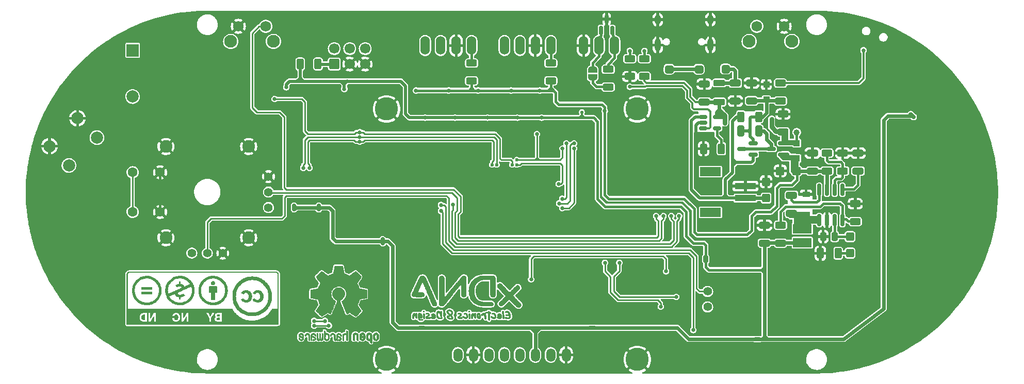
<source format=gbr>
G04 #@! TF.GenerationSoftware,KiCad,Pcbnew,(6.0.7)*
G04 #@! TF.CreationDate,2022-08-21T12:48:53-05:00*
G04 #@! TF.ProjectId,Game_Cat_R4,47616d65-5f43-4617-945f-52342e6b6963,4.1.4*
G04 #@! TF.SameCoordinates,Original*
G04 #@! TF.FileFunction,Copper,L2,Bot*
G04 #@! TF.FilePolarity,Positive*
%FSLAX46Y46*%
G04 Gerber Fmt 4.6, Leading zero omitted, Abs format (unit mm)*
G04 Created by KiCad (PCBNEW (6.0.7)) date 2022-08-21 12:48:53*
%MOMM*%
%LPD*%
G01*
G04 APERTURE LIST*
G04 Aperture macros list*
%AMRoundRect*
0 Rectangle with rounded corners*
0 $1 Rounding radius*
0 $2 $3 $4 $5 $6 $7 $8 $9 X,Y pos of 4 corners*
0 Add a 4 corners polygon primitive as box body*
4,1,4,$2,$3,$4,$5,$6,$7,$8,$9,$2,$3,0*
0 Add four circle primitives for the rounded corners*
1,1,$1+$1,$2,$3*
1,1,$1+$1,$4,$5*
1,1,$1+$1,$6,$7*
1,1,$1+$1,$8,$9*
0 Add four rect primitives between the rounded corners*
20,1,$1+$1,$2,$3,$4,$5,0*
20,1,$1+$1,$4,$5,$6,$7,0*
20,1,$1+$1,$6,$7,$8,$9,0*
20,1,$1+$1,$8,$9,$2,$3,0*%
%AMFreePoly0*
4,1,22,0.500000,-0.750000,0.000000,-0.750000,0.000000,-0.745033,-0.079941,-0.743568,-0.215256,-0.701293,-0.333266,-0.622738,-0.424486,-0.514219,-0.481581,-0.384460,-0.499164,-0.250000,-0.500000,-0.250000,-0.500000,0.250000,-0.499164,0.250000,-0.499963,0.256109,-0.478152,0.396186,-0.417904,0.524511,-0.324060,0.630769,-0.204165,0.706417,-0.067858,0.745374,0.000000,0.744959,0.000000,0.750000,
0.500000,0.750000,0.500000,-0.750000,0.500000,-0.750000,$1*%
%AMFreePoly1*
4,1,20,0.000000,0.744959,0.073905,0.744508,0.209726,0.703889,0.328688,0.626782,0.421226,0.519385,0.479903,0.390333,0.500000,0.250000,0.500000,-0.250000,0.499851,-0.262216,0.476331,-0.402017,0.414519,-0.529596,0.319384,-0.634700,0.198574,-0.708877,0.061801,-0.746166,0.000000,-0.745033,0.000000,-0.750000,-0.500000,-0.750000,-0.500000,0.750000,0.000000,0.750000,0.000000,0.744959,
0.000000,0.744959,$1*%
G04 Aperture macros list end*
G04 #@! TA.AperFunction,EtchedComponent*
%ADD10C,0.010000*%
G04 #@! TD*
G04 #@! TA.AperFunction,ComponentPad*
%ADD11O,1.000000X2.100000*%
G04 #@! TD*
G04 #@! TA.AperFunction,ComponentPad*
%ADD12O,1.000000X1.600000*%
G04 #@! TD*
G04 #@! TA.AperFunction,ComponentPad*
%ADD13R,2.000000X2.000000*%
G04 #@! TD*
G04 #@! TA.AperFunction,ComponentPad*
%ADD14C,2.000000*%
G04 #@! TD*
G04 #@! TA.AperFunction,ComponentPad*
%ADD15C,1.397000*%
G04 #@! TD*
G04 #@! TA.AperFunction,ComponentPad*
%ADD16C,1.600000*%
G04 #@! TD*
G04 #@! TA.AperFunction,ComponentPad*
%ADD17C,2.095500*%
G04 #@! TD*
G04 #@! TA.AperFunction,ComponentPad*
%ADD18C,1.422400*%
G04 #@! TD*
G04 #@! TA.AperFunction,ComponentPad*
%ADD19C,2.100000*%
G04 #@! TD*
G04 #@! TA.AperFunction,ComponentPad*
%ADD20C,1.750000*%
G04 #@! TD*
G04 #@! TA.AperFunction,ComponentPad*
%ADD21O,1.524000X3.048000*%
G04 #@! TD*
G04 #@! TA.AperFunction,ComponentPad*
%ADD22O,1.498600X2.184400*%
G04 #@! TD*
G04 #@! TA.AperFunction,ComponentPad*
%ADD23C,3.810000*%
G04 #@! TD*
G04 #@! TA.AperFunction,ComponentPad*
%ADD24RoundRect,0.250000X0.600000X-0.600000X0.600000X0.600000X-0.600000X0.600000X-0.600000X-0.600000X0*%
G04 #@! TD*
G04 #@! TA.AperFunction,ComponentPad*
%ADD25C,1.700000*%
G04 #@! TD*
G04 #@! TA.AperFunction,SMDPad,CuDef*
%ADD26RoundRect,0.150000X0.150000X-0.587500X0.150000X0.587500X-0.150000X0.587500X-0.150000X-0.587500X0*%
G04 #@! TD*
G04 #@! TA.AperFunction,SMDPad,CuDef*
%ADD27R,3.500000X1.000000*%
G04 #@! TD*
G04 #@! TA.AperFunction,SMDPad,CuDef*
%ADD28R,3.400000X1.500000*%
G04 #@! TD*
G04 #@! TA.AperFunction,SMDPad,CuDef*
%ADD29FreePoly0,270.000000*%
G04 #@! TD*
G04 #@! TA.AperFunction,SMDPad,CuDef*
%ADD30FreePoly1,270.000000*%
G04 #@! TD*
G04 #@! TA.AperFunction,SMDPad,CuDef*
%ADD31R,1.000000X1.000000*%
G04 #@! TD*
G04 #@! TA.AperFunction,SMDPad,CuDef*
%ADD32RoundRect,0.250000X-0.650000X0.325000X-0.650000X-0.325000X0.650000X-0.325000X0.650000X0.325000X0*%
G04 #@! TD*
G04 #@! TA.AperFunction,SMDPad,CuDef*
%ADD33RoundRect,0.250000X0.650000X-0.325000X0.650000X0.325000X-0.650000X0.325000X-0.650000X-0.325000X0*%
G04 #@! TD*
G04 #@! TA.AperFunction,SMDPad,CuDef*
%ADD34RoundRect,0.250000X0.450000X0.425000X-0.450000X0.425000X-0.450000X-0.425000X0.450000X-0.425000X0*%
G04 #@! TD*
G04 #@! TA.AperFunction,SMDPad,CuDef*
%ADD35RoundRect,0.150000X0.587500X0.150000X-0.587500X0.150000X-0.587500X-0.150000X0.587500X-0.150000X0*%
G04 #@! TD*
G04 #@! TA.AperFunction,SMDPad,CuDef*
%ADD36RoundRect,0.250000X-0.625000X0.312500X-0.625000X-0.312500X0.625000X-0.312500X0.625000X0.312500X0*%
G04 #@! TD*
G04 #@! TA.AperFunction,SMDPad,CuDef*
%ADD37RoundRect,0.250000X0.312500X0.625000X-0.312500X0.625000X-0.312500X-0.625000X0.312500X-0.625000X0*%
G04 #@! TD*
G04 #@! TA.AperFunction,SMDPad,CuDef*
%ADD38RoundRect,0.250000X0.625000X-0.312500X0.625000X0.312500X-0.625000X0.312500X-0.625000X-0.312500X0*%
G04 #@! TD*
G04 #@! TA.AperFunction,SMDPad,CuDef*
%ADD39RoundRect,0.150000X-0.512500X-0.150000X0.512500X-0.150000X0.512500X0.150000X-0.512500X0.150000X0*%
G04 #@! TD*
G04 #@! TA.AperFunction,SMDPad,CuDef*
%ADD40RoundRect,0.250000X-0.700000X0.275000X-0.700000X-0.275000X0.700000X-0.275000X0.700000X0.275000X0*%
G04 #@! TD*
G04 #@! TA.AperFunction,SMDPad,CuDef*
%ADD41RoundRect,0.250000X0.325000X0.650000X-0.325000X0.650000X-0.325000X-0.650000X0.325000X-0.650000X0*%
G04 #@! TD*
G04 #@! TA.AperFunction,SMDPad,CuDef*
%ADD42RoundRect,0.250000X-0.312500X-0.625000X0.312500X-0.625000X0.312500X0.625000X-0.312500X0.625000X0*%
G04 #@! TD*
G04 #@! TA.AperFunction,SMDPad,CuDef*
%ADD43RoundRect,0.150000X-0.150000X0.825000X-0.150000X-0.825000X0.150000X-0.825000X0.150000X0.825000X0*%
G04 #@! TD*
G04 #@! TA.AperFunction,SMDPad,CuDef*
%ADD44R,3.050000X1.520000*%
G04 #@! TD*
G04 #@! TA.AperFunction,SMDPad,CuDef*
%ADD45R,3.049999X1.520000*%
G04 #@! TD*
G04 #@! TA.AperFunction,SMDPad,CuDef*
%ADD46R,1.200000X0.900000*%
G04 #@! TD*
G04 #@! TA.AperFunction,SMDPad,CuDef*
%ADD47RoundRect,0.250000X-0.425000X0.450000X-0.425000X-0.450000X0.425000X-0.450000X0.425000X0.450000X0*%
G04 #@! TD*
G04 #@! TA.AperFunction,SMDPad,CuDef*
%ADD48RoundRect,0.250000X0.250000X0.475000X-0.250000X0.475000X-0.250000X-0.475000X0.250000X-0.475000X0*%
G04 #@! TD*
G04 #@! TA.AperFunction,SMDPad,CuDef*
%ADD49RoundRect,0.250000X0.425000X-0.450000X0.425000X0.450000X-0.425000X0.450000X-0.425000X-0.450000X0*%
G04 #@! TD*
G04 #@! TA.AperFunction,SMDPad,CuDef*
%ADD50C,1.000000*%
G04 #@! TD*
G04 #@! TA.AperFunction,ViaPad*
%ADD51C,0.508000*%
G04 #@! TD*
G04 #@! TA.AperFunction,ViaPad*
%ADD52C,0.650240*%
G04 #@! TD*
G04 #@! TA.AperFunction,ViaPad*
%ADD53C,0.550000*%
G04 #@! TD*
G04 #@! TA.AperFunction,ViaPad*
%ADD54C,0.700000*%
G04 #@! TD*
G04 #@! TA.AperFunction,ViaPad*
%ADD55C,0.600000*%
G04 #@! TD*
G04 #@! TA.AperFunction,Conductor*
%ADD56C,0.508000*%
G04 #@! TD*
G04 #@! TA.AperFunction,Conductor*
%ADD57C,0.558800*%
G04 #@! TD*
G04 #@! TA.AperFunction,Conductor*
%ADD58C,0.457200*%
G04 #@! TD*
G04 #@! TA.AperFunction,Conductor*
%ADD59C,0.330200*%
G04 #@! TD*
G04 #@! TA.AperFunction,Conductor*
%ADD60C,0.406400*%
G04 #@! TD*
G04 #@! TA.AperFunction,Conductor*
%ADD61C,0.660400*%
G04 #@! TD*
G04 #@! TA.AperFunction,Conductor*
%ADD62C,0.812800*%
G04 #@! TD*
G04 #@! TA.AperFunction,Conductor*
%ADD63C,0.279400*%
G04 #@! TD*
G04 #@! TA.AperFunction,Conductor*
%ADD64C,0.304800*%
G04 #@! TD*
G04 #@! TA.AperFunction,Conductor*
%ADD65C,0.762000*%
G04 #@! TD*
G04 #@! TA.AperFunction,Conductor*
%ADD66C,0.609600*%
G04 #@! TD*
G04 #@! TA.AperFunction,Conductor*
%ADD67C,0.600000*%
G04 #@! TD*
G04 #@! TA.AperFunction,Conductor*
%ADD68C,0.584200*%
G04 #@! TD*
G04 #@! TA.AperFunction,Conductor*
%ADD69C,0.228600*%
G04 #@! TD*
G04 APERTURE END LIST*
G36*
X115405438Y-113730550D02*
G01*
X115503446Y-113750537D01*
X115594066Y-113785522D01*
X115676591Y-113835091D01*
X115750315Y-113898830D01*
X115814530Y-113976327D01*
X115868532Y-114067167D01*
X115875270Y-114081579D01*
X115888518Y-114110962D01*
X115907781Y-114154227D01*
X115932714Y-114210579D01*
X115962971Y-114279223D01*
X115998206Y-114359366D01*
X116038073Y-114450211D01*
X116082227Y-114550966D01*
X116130322Y-114660834D01*
X116182012Y-114779022D01*
X116236951Y-114904736D01*
X116294793Y-115037179D01*
X116355193Y-115175559D01*
X116417805Y-115319080D01*
X116482282Y-115466948D01*
X116548281Y-115618368D01*
X116615453Y-115772545D01*
X116683455Y-115928686D01*
X116751939Y-116085995D01*
X116820561Y-116243678D01*
X116888974Y-116400941D01*
X116956832Y-116556988D01*
X117023791Y-116711026D01*
X117089503Y-116862259D01*
X117153624Y-117009893D01*
X117215807Y-117153134D01*
X117275707Y-117291187D01*
X117332977Y-117423258D01*
X117387273Y-117548551D01*
X117438248Y-117666272D01*
X117485557Y-117775627D01*
X117528854Y-117875821D01*
X117567792Y-117966060D01*
X117602027Y-118045549D01*
X117631212Y-118113493D01*
X117655002Y-118169098D01*
X117673051Y-118211570D01*
X117685012Y-118240113D01*
X117690542Y-118253933D01*
X117708809Y-118311572D01*
X117724802Y-118388618D01*
X117727734Y-118456775D01*
X117717709Y-118517041D01*
X117695165Y-118572061D01*
X117655707Y-118629388D01*
X117603466Y-118679215D01*
X117540280Y-118720134D01*
X117467985Y-118750736D01*
X117388418Y-118769613D01*
X117353151Y-118773041D01*
X117309684Y-118774418D01*
X117268301Y-118773338D01*
X117251413Y-118771997D01*
X117163727Y-118756201D01*
X117085182Y-118726323D01*
X117016156Y-118682595D01*
X116957027Y-118625244D01*
X116908173Y-118554500D01*
X116903264Y-118543961D01*
X116892044Y-118518236D01*
X116874919Y-118478219D01*
X116852178Y-118424605D01*
X116824114Y-118358093D01*
X116791017Y-118279378D01*
X116753179Y-118189159D01*
X116710890Y-118088133D01*
X116664443Y-117976995D01*
X116614127Y-117856444D01*
X116560234Y-117727177D01*
X116503055Y-117589890D01*
X116442881Y-117445281D01*
X116380004Y-117294047D01*
X116314715Y-117136885D01*
X116247304Y-116974491D01*
X116178062Y-116807564D01*
X116107282Y-116636800D01*
X116037902Y-116469380D01*
X115969001Y-116303169D01*
X115902057Y-116141733D01*
X115837353Y-115985750D01*
X115775170Y-115835900D01*
X115715792Y-115692863D01*
X115659501Y-115557317D01*
X115606580Y-115429943D01*
X115557310Y-115311420D01*
X115511976Y-115202428D01*
X115470858Y-115103645D01*
X115434240Y-115015751D01*
X115402404Y-114939426D01*
X115375633Y-114875350D01*
X115354209Y-114824201D01*
X115338415Y-114786659D01*
X115328534Y-114763404D01*
X115324847Y-114755114D01*
X115323295Y-114757757D01*
X115315763Y-114773918D01*
X115302472Y-114803706D01*
X115283937Y-114845911D01*
X115260677Y-114899321D01*
X115233208Y-114962724D01*
X115202048Y-115034909D01*
X115167712Y-115114664D01*
X115130720Y-115200779D01*
X115091587Y-115292042D01*
X115050830Y-115387240D01*
X115008967Y-115485164D01*
X114966514Y-115584601D01*
X114923990Y-115684341D01*
X114881910Y-115783171D01*
X114840792Y-115879880D01*
X114801153Y-115973257D01*
X114763510Y-116062090D01*
X114728380Y-116145168D01*
X114696280Y-116221280D01*
X114667727Y-116289214D01*
X114643238Y-116347759D01*
X114623331Y-116395703D01*
X114608522Y-116431834D01*
X114599328Y-116454943D01*
X114599286Y-116455056D01*
X114599934Y-116458037D01*
X114605090Y-116460512D01*
X114616135Y-116462526D01*
X114634450Y-116464126D01*
X114661415Y-116465360D01*
X114698411Y-116466275D01*
X114746818Y-116466917D01*
X114808017Y-116467332D01*
X114883388Y-116467569D01*
X114974311Y-116467673D01*
X114985776Y-116467683D01*
X115077324Y-116467979D01*
X115159904Y-116468647D01*
X115232191Y-116469659D01*
X115292855Y-116470986D01*
X115340571Y-116472601D01*
X115374009Y-116474474D01*
X115391843Y-116476578D01*
X115417373Y-116483465D01*
X115487038Y-116513460D01*
X115548590Y-116556909D01*
X115600611Y-116612100D01*
X115641683Y-116677320D01*
X115670388Y-116750856D01*
X115685309Y-116830997D01*
X115686695Y-116878617D01*
X115676686Y-116954823D01*
X115652687Y-117026878D01*
X115616160Y-117092790D01*
X115568568Y-117150565D01*
X115511374Y-117198208D01*
X115446042Y-117233728D01*
X115374034Y-117255130D01*
X115370240Y-117255672D01*
X115346713Y-117257315D01*
X115306586Y-117258711D01*
X115250117Y-117259860D01*
X115177559Y-117260760D01*
X115089170Y-117261408D01*
X114985203Y-117261802D01*
X114865916Y-117261940D01*
X114731563Y-117261821D01*
X114582401Y-117261442D01*
X114557485Y-117261361D01*
X114431283Y-117260942D01*
X114320698Y-117260542D01*
X114224621Y-117260132D01*
X114141938Y-117259682D01*
X114071540Y-117259164D01*
X114012314Y-117258547D01*
X113963149Y-117257802D01*
X113922934Y-117256901D01*
X113890556Y-117255813D01*
X113864906Y-117254509D01*
X113844871Y-117252961D01*
X113829340Y-117251138D01*
X113817201Y-117249011D01*
X113807344Y-117246551D01*
X113798656Y-117243729D01*
X113790027Y-117240515D01*
X113739628Y-117217718D01*
X113677324Y-117175700D01*
X113627050Y-117122285D01*
X113587726Y-117056490D01*
X113580429Y-117040730D01*
X113573432Y-117023225D01*
X113568675Y-117005616D01*
X113565725Y-116984537D01*
X113564152Y-116956622D01*
X113563523Y-116918506D01*
X113563407Y-116866822D01*
X113563420Y-116856086D01*
X113564313Y-116798669D01*
X113567314Y-116750950D01*
X113573415Y-116708832D01*
X113583608Y-116668216D01*
X113598883Y-116625002D01*
X113620233Y-116575092D01*
X113648648Y-116514386D01*
X113650819Y-116509809D01*
X113661433Y-116487117D01*
X113678550Y-116450276D01*
X113701752Y-116400195D01*
X113730619Y-116337778D01*
X113764735Y-116263934D01*
X113803680Y-116179568D01*
X113847037Y-116085588D01*
X113894388Y-115982900D01*
X113945313Y-115872410D01*
X113999395Y-115755025D01*
X114056216Y-115631653D01*
X114115358Y-115503199D01*
X114176402Y-115370571D01*
X114238930Y-115234674D01*
X114264865Y-115178321D01*
X114326505Y-115044572D01*
X114386379Y-114914909D01*
X114444081Y-114790202D01*
X114499203Y-114671321D01*
X114551339Y-114559137D01*
X114600082Y-114454518D01*
X114645025Y-114358334D01*
X114685761Y-114271456D01*
X114721884Y-114194753D01*
X114752987Y-114129095D01*
X114778662Y-114075351D01*
X114798504Y-114034392D01*
X114812105Y-114007088D01*
X114819058Y-113994307D01*
X114865665Y-113931580D01*
X114934011Y-113861008D01*
X115009659Y-113805568D01*
X115093221Y-113764911D01*
X115185308Y-113738684D01*
X115286533Y-113726539D01*
X115300747Y-113725973D01*
X115405438Y-113730550D01*
G37*
G36*
X129286567Y-119489935D02*
G01*
X129364947Y-119512339D01*
X129441470Y-119550373D01*
X129517840Y-119604654D01*
X129542932Y-119626902D01*
X129598009Y-119689244D01*
X129649408Y-119766574D01*
X129696557Y-119857705D01*
X129738883Y-119961454D01*
X129775811Y-120076633D01*
X129806769Y-120202058D01*
X129807289Y-120204501D01*
X129826703Y-120315512D01*
X129835067Y-120414596D01*
X129832194Y-120502802D01*
X129817892Y-120581179D01*
X129791973Y-120650774D01*
X129754248Y-120712635D01*
X129704526Y-120767810D01*
X129659438Y-120805378D01*
X129591218Y-120846008D01*
X129514601Y-120873592D01*
X129459884Y-120883798D01*
X129395166Y-120887236D01*
X129320573Y-120883403D01*
X129234811Y-120872177D01*
X129136588Y-120853434D01*
X129024608Y-120827051D01*
X128987612Y-120817408D01*
X128929492Y-120800587D01*
X128884825Y-120784773D01*
X128851450Y-120769030D01*
X128827208Y-120752421D01*
X128809938Y-120734011D01*
X128790972Y-120695877D01*
X128784164Y-120650975D01*
X128790398Y-120605878D01*
X128809684Y-120565988D01*
X128827717Y-120547769D01*
X128860395Y-120526905D01*
X128897430Y-120511852D01*
X128931780Y-120506066D01*
X128948440Y-120507854D01*
X128979065Y-120513284D01*
X129019766Y-120521690D01*
X129067286Y-120532397D01*
X129118369Y-120544730D01*
X129163032Y-120555517D01*
X129251425Y-120574186D01*
X129325232Y-120585577D01*
X129384920Y-120589735D01*
X129430954Y-120586701D01*
X129463801Y-120576520D01*
X129470134Y-120572927D01*
X129499198Y-120545322D01*
X129517001Y-120505757D01*
X129523054Y-120455233D01*
X129523067Y-120408633D01*
X129398184Y-120389305D01*
X129356164Y-120383266D01*
X129255078Y-120373257D01*
X129153903Y-120370288D01*
X129109413Y-120370244D01*
X129074100Y-120369532D01*
X129049433Y-120367724D01*
X129032133Y-120364402D01*
X129018920Y-120359150D01*
X129006514Y-120351550D01*
X128975557Y-120325719D01*
X128951671Y-120289847D01*
X128941021Y-120246106D01*
X128940428Y-120218545D01*
X128950789Y-120173410D01*
X128975943Y-120136384D01*
X129015756Y-120107633D01*
X129070093Y-120087324D01*
X129078625Y-120085309D01*
X129123012Y-120078749D01*
X129178035Y-120075201D01*
X129238821Y-120074732D01*
X129300500Y-120077409D01*
X129358198Y-120083301D01*
X129365481Y-120084295D01*
X129395258Y-120087921D01*
X129416783Y-120089840D01*
X129425808Y-120089651D01*
X129425964Y-120088365D01*
X129421992Y-120075484D01*
X129412380Y-120051649D01*
X129398595Y-120020041D01*
X129382103Y-119983840D01*
X129364372Y-119946229D01*
X129346867Y-119910386D01*
X129331056Y-119879493D01*
X129318406Y-119856731D01*
X129298451Y-119826379D01*
X129275762Y-119801904D01*
X129250588Y-119787623D01*
X129218715Y-119780306D01*
X129207341Y-119779062D01*
X129188863Y-119780245D01*
X129172026Y-119788652D01*
X129150216Y-119806846D01*
X129131780Y-119822585D01*
X129101690Y-119841949D01*
X129070291Y-119851546D01*
X129030612Y-119854133D01*
X128981604Y-119847862D01*
X128939778Y-119827991D01*
X128908139Y-119794730D01*
X128894210Y-119769634D01*
X128882323Y-119724049D01*
X128887303Y-119677729D01*
X128909163Y-119630603D01*
X128947917Y-119582601D01*
X128980207Y-119553187D01*
X129038877Y-119516102D01*
X129105461Y-119492974D01*
X129181751Y-119483042D01*
X129204629Y-119482546D01*
X129286567Y-119489935D01*
G37*
G36*
X124926846Y-120551336D02*
G01*
X124912492Y-120608732D01*
X124889036Y-120665553D01*
X124852094Y-120725696D01*
X124804623Y-120777122D01*
X124749747Y-120816681D01*
X124690267Y-120841889D01*
X124677531Y-120844862D01*
X124636693Y-120849516D01*
X124591413Y-120849263D01*
X124573912Y-120847600D01*
X124505180Y-120830769D01*
X124440196Y-120798505D01*
X124379956Y-120751862D01*
X124325459Y-120691893D01*
X124277701Y-120619652D01*
X124237679Y-120536192D01*
X124206392Y-120442566D01*
X124201428Y-120417095D01*
X124196693Y-120375534D01*
X124193275Y-120325793D01*
X124191334Y-120272577D01*
X124191143Y-120239678D01*
X124502866Y-120239678D01*
X124505108Y-120292900D01*
X124505217Y-120294925D01*
X124508062Y-120338961D01*
X124511757Y-120371397D01*
X124517406Y-120397363D01*
X124526113Y-120421991D01*
X124538980Y-120450411D01*
X124540658Y-120453894D01*
X124556941Y-120485647D01*
X124572657Y-120513212D01*
X124584618Y-120530959D01*
X124601616Y-120551618D01*
X124612080Y-120532066D01*
X124613201Y-120529786D01*
X124619986Y-120503099D01*
X124622999Y-120464159D01*
X124622494Y-120416690D01*
X124618728Y-120364413D01*
X124611955Y-120311052D01*
X124602431Y-120260330D01*
X124590411Y-120215970D01*
X124585930Y-120203204D01*
X124570923Y-120172401D01*
X124553464Y-120155574D01*
X124531524Y-120150467D01*
X124521381Y-120151965D01*
X124511831Y-120159421D01*
X124505828Y-120175091D01*
X124502973Y-120201126D01*
X124502866Y-120239678D01*
X124191143Y-120239678D01*
X124191032Y-120220590D01*
X124192531Y-120174537D01*
X124195991Y-120139124D01*
X124212683Y-120072305D01*
X124240902Y-120008759D01*
X124278417Y-119953216D01*
X124323290Y-119908532D01*
X124373579Y-119877564D01*
X124389735Y-119871487D01*
X124422543Y-119863441D01*
X124466531Y-119856985D01*
X124524571Y-119851624D01*
X124525766Y-119851534D01*
X124571097Y-119848283D01*
X124603345Y-119846707D01*
X124626221Y-119847075D01*
X124643432Y-119849652D01*
X124658690Y-119854706D01*
X124675703Y-119862504D01*
X124696697Y-119875102D01*
X124735040Y-119909681D01*
X124772906Y-119957342D01*
X124809218Y-120015632D01*
X124842899Y-120082097D01*
X124872871Y-120154283D01*
X124898058Y-120229737D01*
X124917382Y-120306005D01*
X124929766Y-120380634D01*
X124934134Y-120451170D01*
X124933866Y-120464159D01*
X124933389Y-120487232D01*
X124926846Y-120551336D01*
G37*
G36*
X118634121Y-120610220D02*
G01*
X118638735Y-120620626D01*
X118648059Y-120648803D01*
X118651681Y-120671723D01*
X118650148Y-120687403D01*
X118638473Y-120724278D01*
X118618487Y-120759114D01*
X118593997Y-120784472D01*
X118577685Y-120794950D01*
X118535907Y-120816624D01*
X118484805Y-120838538D01*
X118429220Y-120858847D01*
X118373993Y-120875709D01*
X118323963Y-120887282D01*
X118284276Y-120891813D01*
X118231024Y-120893328D01*
X118172579Y-120891597D01*
X118114441Y-120886935D01*
X118062114Y-120879652D01*
X118021101Y-120870063D01*
X117943283Y-120840543D01*
X117854129Y-120791963D01*
X117776843Y-120731308D01*
X117711433Y-120658585D01*
X117657906Y-120573800D01*
X117636737Y-120529427D01*
X117609347Y-120453900D01*
X117589347Y-120370499D01*
X117576401Y-120277237D01*
X117570176Y-120172132D01*
X117570337Y-120054920D01*
X117874587Y-120054920D01*
X117876050Y-120131472D01*
X117882204Y-120210803D01*
X117892653Y-120288187D01*
X117907002Y-120358901D01*
X117924854Y-120418218D01*
X117928184Y-120426645D01*
X117960422Y-120482460D01*
X118006624Y-120529683D01*
X118065555Y-120567009D01*
X118094440Y-120580197D01*
X118122444Y-120589305D01*
X118153123Y-120594213D01*
X118193593Y-120596566D01*
X118197398Y-120596678D01*
X118235527Y-120596103D01*
X118272580Y-120592894D01*
X118306304Y-120587683D01*
X118334447Y-120581102D01*
X118354759Y-120573785D01*
X118364987Y-120566361D01*
X118362880Y-120559465D01*
X118346187Y-120553727D01*
X118335969Y-120551029D01*
X118301264Y-120533733D01*
X118270133Y-120507557D01*
X118249221Y-120477708D01*
X118249081Y-120477395D01*
X118243239Y-120460397D01*
X118234463Y-120430090D01*
X118223582Y-120389558D01*
X118211425Y-120341889D01*
X118198821Y-120290166D01*
X118179202Y-120209756D01*
X118160311Y-120137897D01*
X118142551Y-120077802D01*
X118124959Y-120026941D01*
X118106571Y-119982786D01*
X118086424Y-119942809D01*
X118063555Y-119904479D01*
X118037002Y-119865269D01*
X118032798Y-119859445D01*
X118007647Y-119828187D01*
X117982615Y-119802225D01*
X117960786Y-119784496D01*
X117945244Y-119777933D01*
X117938645Y-119783890D01*
X117928430Y-119802992D01*
X117916604Y-119831772D01*
X117904503Y-119866640D01*
X117893462Y-119904007D01*
X117884818Y-119940287D01*
X117878210Y-119985871D01*
X117874587Y-120054920D01*
X117570337Y-120054920D01*
X117570339Y-120053196D01*
X117571627Y-120011872D01*
X117575470Y-119941311D01*
X117581656Y-119882169D01*
X117590921Y-119830817D01*
X117604001Y-119783625D01*
X117621632Y-119736965D01*
X117644550Y-119687208D01*
X117659137Y-119659624D01*
X117703283Y-119595243D01*
X117754450Y-119544495D01*
X117811382Y-119508725D01*
X117825620Y-119502298D01*
X117849096Y-119493697D01*
X117873178Y-119488707D01*
X117903300Y-119486396D01*
X117944901Y-119485833D01*
X117984579Y-119486226D01*
X118013418Y-119488160D01*
X118036312Y-119492748D01*
X118058787Y-119501103D01*
X118086370Y-119514341D01*
X118120907Y-119534336D01*
X118160074Y-119561362D01*
X118193921Y-119588774D01*
X118244670Y-119634700D01*
X118257336Y-119610207D01*
X118279499Y-119577981D01*
X118315771Y-119547859D01*
X118358373Y-119529756D01*
X118403879Y-119524478D01*
X118448858Y-119532829D01*
X118489883Y-119555614D01*
X118509843Y-119573001D01*
X118530865Y-119598718D01*
X118542859Y-119628039D01*
X118547313Y-119665200D01*
X118545714Y-119714433D01*
X118545640Y-119715485D01*
X118544398Y-119742262D01*
X118543277Y-119783411D01*
X118542308Y-119836509D01*
X118541522Y-119899133D01*
X118540950Y-119968860D01*
X118540622Y-120043269D01*
X118540569Y-120119937D01*
X118540622Y-120192780D01*
X118540487Y-120267048D01*
X118539986Y-120327382D01*
X118538965Y-120375423D01*
X118537270Y-120412817D01*
X118534745Y-120441206D01*
X118531235Y-120462233D01*
X118526586Y-120477543D01*
X118520644Y-120488779D01*
X118513253Y-120497585D01*
X118504259Y-120505603D01*
X118503124Y-120506559D01*
X118492010Y-120520291D01*
X118496921Y-120528646D01*
X118517773Y-120531466D01*
X118542142Y-120535049D01*
X118578513Y-120551405D01*
X118596990Y-120566361D01*
X118610980Y-120577685D01*
X118634121Y-120610220D01*
G37*
G36*
X115361008Y-120497770D02*
G01*
X115343074Y-120572892D01*
X115313815Y-120639291D01*
X115274224Y-120695575D01*
X115225292Y-120740348D01*
X115168013Y-120772217D01*
X115103379Y-120789787D01*
X115099057Y-120790329D01*
X115059064Y-120789842D01*
X115012595Y-120782133D01*
X114966642Y-120768740D01*
X114928196Y-120751205D01*
X114899953Y-120734541D01*
X114905863Y-120753654D01*
X114910003Y-120765749D01*
X114925608Y-120800028D01*
X114944153Y-120829527D01*
X114962171Y-120848407D01*
X114978926Y-120855729D01*
X115012282Y-120861346D01*
X115054678Y-120862505D01*
X115102007Y-120859343D01*
X115150160Y-120851998D01*
X115195028Y-120840608D01*
X115239809Y-120828101D01*
X115289024Y-120820654D01*
X115330177Y-120823325D01*
X115366337Y-120836030D01*
X115387538Y-120849015D01*
X115420606Y-120882081D01*
X115440814Y-120922049D01*
X115447412Y-120965711D01*
X115439648Y-121009863D01*
X115416771Y-121051297D01*
X115415766Y-121052546D01*
X115389496Y-121075628D01*
X115349711Y-121098831D01*
X115299530Y-121120319D01*
X115294939Y-121121757D01*
X115274297Y-121125435D01*
X115242244Y-121128231D01*
X115197401Y-121130212D01*
X115138391Y-121131447D01*
X115063836Y-121132003D01*
X115028847Y-121132099D01*
X114972404Y-121132140D01*
X114929252Y-121131815D01*
X114896988Y-121130917D01*
X114873208Y-121129239D01*
X114855505Y-121126576D01*
X114841477Y-121122719D01*
X114828719Y-121117463D01*
X114814826Y-121110601D01*
X114770258Y-121081607D01*
X114722449Y-121037017D01*
X114678328Y-120982403D01*
X114640737Y-120921326D01*
X114612521Y-120857346D01*
X114601092Y-120815972D01*
X114591584Y-120759034D01*
X114584923Y-120688366D01*
X114581015Y-120602967D01*
X114579770Y-120501833D01*
X114579784Y-120492164D01*
X114580400Y-120422529D01*
X114581831Y-120349618D01*
X114583961Y-120275957D01*
X114586672Y-120204072D01*
X114588260Y-120170291D01*
X114911218Y-120170291D01*
X114913619Y-120196500D01*
X114923043Y-120238000D01*
X114944106Y-120300491D01*
X114977512Y-120369857D01*
X115017636Y-120431666D01*
X115031919Y-120450039D01*
X115045027Y-120466041D01*
X115051040Y-120472200D01*
X115051264Y-120471947D01*
X115052416Y-120461649D01*
X115053227Y-120439289D01*
X115053534Y-120409017D01*
X115052330Y-120377020D01*
X115040466Y-120312504D01*
X115014997Y-120255686D01*
X114974785Y-120203597D01*
X114951317Y-120179970D01*
X114929550Y-120162369D01*
X114916356Y-120159028D01*
X114911218Y-120170291D01*
X114588260Y-120170291D01*
X114589848Y-120136489D01*
X114593372Y-120075734D01*
X114597126Y-120024334D01*
X114600994Y-119984815D01*
X114604860Y-119959703D01*
X114615857Y-119925416D01*
X114641997Y-119882664D01*
X114677886Y-119851644D01*
X114721446Y-119833966D01*
X114770598Y-119831242D01*
X114784998Y-119833226D01*
X114816330Y-119840301D01*
X114840494Y-119849190D01*
X114848924Y-119852775D01*
X114881126Y-119859986D01*
X114922092Y-119862600D01*
X114946497Y-119863663D01*
X115015112Y-119877562D01*
X115082555Y-119906473D01*
X115146967Y-119949021D01*
X115206489Y-120003830D01*
X115259260Y-120069524D01*
X115303422Y-120144728D01*
X115322769Y-120186984D01*
X115348018Y-120260464D01*
X115362156Y-120335971D01*
X115366070Y-120409017D01*
X115366653Y-120419907D01*
X115361008Y-120497770D01*
G37*
G36*
X123059433Y-119506122D02*
G01*
X123067055Y-119509828D01*
X123104622Y-119537541D01*
X123129638Y-119573096D01*
X123142042Y-119613417D01*
X123141775Y-119655426D01*
X123128777Y-119696047D01*
X123102990Y-119732202D01*
X123064354Y-119760815D01*
X123024956Y-119775100D01*
X122978225Y-119777757D01*
X122933356Y-119766867D01*
X122893615Y-119743815D01*
X122862265Y-119709985D01*
X122842570Y-119666761D01*
X122838047Y-119638852D01*
X122842881Y-119596366D01*
X122860646Y-119558759D01*
X122888942Y-119527807D01*
X122925370Y-119505290D01*
X122967527Y-119492984D01*
X123013015Y-119492669D01*
X123059433Y-119506122D01*
G37*
G36*
X122456372Y-119830062D02*
G01*
X122530678Y-119859180D01*
X122599520Y-119902714D01*
X122661896Y-119959925D01*
X122716808Y-120030070D01*
X122763255Y-120112410D01*
X122800238Y-120206204D01*
X122809321Y-120236813D01*
X122827779Y-120330683D01*
X122831887Y-120421844D01*
X122822047Y-120508746D01*
X122798659Y-120589842D01*
X122762122Y-120663584D01*
X122712837Y-120728422D01*
X122651204Y-120782810D01*
X122624464Y-120801207D01*
X122595842Y-120817467D01*
X122565265Y-120829748D01*
X122525367Y-120841483D01*
X122488350Y-120848850D01*
X122415567Y-120851158D01*
X122336373Y-120839751D01*
X122252289Y-120815120D01*
X122164837Y-120777758D01*
X122075539Y-120728159D01*
X121985916Y-120666815D01*
X121984236Y-120665553D01*
X121942233Y-120633436D01*
X121911792Y-120608400D01*
X121890641Y-120587958D01*
X121876507Y-120569626D01*
X121867117Y-120550918D01*
X121860198Y-120529350D01*
X121858918Y-120524211D01*
X121857108Y-120480399D01*
X121871649Y-120439212D01*
X121902041Y-120402167D01*
X121934610Y-120377390D01*
X121978173Y-120358904D01*
X122023522Y-120356533D01*
X122071828Y-120370268D01*
X122124260Y-120400098D01*
X122155553Y-120421675D01*
X122192747Y-120447289D01*
X122224560Y-120469169D01*
X122240413Y-120479528D01*
X122280302Y-120502320D01*
X122323143Y-120523298D01*
X122364652Y-120540603D01*
X122400544Y-120552377D01*
X122426535Y-120556763D01*
X122442534Y-120554543D01*
X122471468Y-120539121D01*
X122495711Y-120511772D01*
X122511822Y-120475766D01*
X122519553Y-120427024D01*
X122517482Y-120365971D01*
X122505168Y-120302935D01*
X122483884Y-120242442D01*
X122454902Y-120189023D01*
X122419495Y-120147205D01*
X122399065Y-120130142D01*
X122375093Y-120116339D01*
X122349775Y-120111430D01*
X122318380Y-120114696D01*
X122276180Y-120125419D01*
X122267698Y-120127850D01*
X122235312Y-120136291D01*
X122212240Y-120139839D01*
X122192926Y-120138957D01*
X122171817Y-120134107D01*
X122134564Y-120118445D01*
X122099199Y-120089828D01*
X122075122Y-120053444D01*
X122063128Y-120012312D01*
X122064013Y-119969449D01*
X122078573Y-119927874D01*
X122107604Y-119890606D01*
X122107822Y-119890403D01*
X122138660Y-119868729D01*
X122181054Y-119848369D01*
X122229698Y-119831496D01*
X122279286Y-119820284D01*
X122295361Y-119818036D01*
X122377599Y-119816100D01*
X122456372Y-119830062D01*
G37*
G36*
X121376156Y-119812631D02*
G01*
X121421707Y-119814105D01*
X121459973Y-119816770D01*
X121486576Y-119820627D01*
X121524855Y-119832526D01*
X121577704Y-119856214D01*
X121629535Y-119886311D01*
X121673604Y-119919259D01*
X121722046Y-119968019D01*
X121762073Y-120026255D01*
X121785969Y-120087746D01*
X121794102Y-120153209D01*
X121794102Y-120155779D01*
X121787756Y-120206497D01*
X121768747Y-120254647D01*
X121736251Y-120301198D01*
X121689445Y-120347120D01*
X121627506Y-120393380D01*
X121549610Y-120440949D01*
X121546423Y-120442745D01*
X121505559Y-120465897D01*
X121466696Y-120488107D01*
X121434090Y-120506930D01*
X121412000Y-120519923D01*
X121392282Y-120532055D01*
X121382144Y-120540202D01*
X121383605Y-120544934D01*
X121395067Y-120549001D01*
X121396572Y-120549410D01*
X121420143Y-120552814D01*
X121456147Y-120554930D01*
X121500534Y-120555784D01*
X121549256Y-120555401D01*
X121598265Y-120553811D01*
X121643511Y-120551038D01*
X121680947Y-120547109D01*
X121696341Y-120545132D01*
X121746055Y-120542376D01*
X121785270Y-120547785D01*
X121817878Y-120562285D01*
X121847774Y-120586804D01*
X121870963Y-120616123D01*
X121887830Y-120658533D01*
X121889066Y-120702773D01*
X121874709Y-120746273D01*
X121844797Y-120786463D01*
X121838111Y-120792850D01*
X121815217Y-120810073D01*
X121787153Y-120823492D01*
X121750007Y-120834691D01*
X121699867Y-120845260D01*
X121682820Y-120847129D01*
X121650289Y-120848742D01*
X121607459Y-120849688D01*
X121557888Y-120849893D01*
X121505134Y-120849285D01*
X121437150Y-120846995D01*
X121356744Y-120840693D01*
X121289254Y-120830169D01*
X121232529Y-120814796D01*
X121184414Y-120793950D01*
X121142758Y-120767008D01*
X121105407Y-120733344D01*
X121098585Y-120725813D01*
X121070206Y-120680506D01*
X121053259Y-120626738D01*
X121048634Y-120568629D01*
X121057220Y-120510300D01*
X121072706Y-120478064D01*
X121104704Y-120439474D01*
X121152854Y-120395954D01*
X121217168Y-120347492D01*
X121297658Y-120294076D01*
X121352225Y-120259190D01*
X121401040Y-120226689D01*
X121437107Y-120200835D01*
X121461516Y-120180792D01*
X121475361Y-120165724D01*
X121479734Y-120154797D01*
X121479705Y-120154238D01*
X121472506Y-120142165D01*
X121456450Y-120128510D01*
X121454362Y-120127185D01*
X121441192Y-120121159D01*
X121422553Y-120116634D01*
X121395579Y-120113226D01*
X121357405Y-120110551D01*
X121305164Y-120108224D01*
X121299361Y-120108002D01*
X121250952Y-120105929D01*
X121215974Y-120103677D01*
X121191252Y-120100733D01*
X121173610Y-120096584D01*
X121159872Y-120090717D01*
X121146865Y-120082616D01*
X121127430Y-120066618D01*
X121100171Y-120030445D01*
X121084707Y-119988843D01*
X121082265Y-119945917D01*
X121094068Y-119905770D01*
X121101489Y-119893569D01*
X121128912Y-119862822D01*
X121163320Y-119836724D01*
X121197986Y-119820776D01*
X121208634Y-119818595D01*
X121239557Y-119815329D01*
X121280704Y-119813245D01*
X121327696Y-119812345D01*
X121376156Y-119812631D01*
G37*
G36*
X126214583Y-119527299D02*
G01*
X126256337Y-119542680D01*
X126293150Y-119568418D01*
X126321037Y-119601449D01*
X126336016Y-119638712D01*
X126341162Y-119657414D01*
X126350423Y-119670134D01*
X126366988Y-119678370D01*
X126394067Y-119683716D01*
X126434867Y-119687763D01*
X126443836Y-119688531D01*
X126492123Y-119695128D01*
X126528538Y-119705917D01*
X126557326Y-119722594D01*
X126582732Y-119746858D01*
X126590603Y-119756572D01*
X126612225Y-119798392D01*
X126618120Y-119842796D01*
X126608289Y-119886831D01*
X126582732Y-119927542D01*
X126579008Y-119931693D01*
X126552219Y-119955634D01*
X126521884Y-119970827D01*
X126483710Y-119978813D01*
X126433405Y-119981133D01*
X126365798Y-119981133D01*
X126369740Y-120021350D01*
X126372631Y-120053881D01*
X126376825Y-120109232D01*
X126381353Y-120176540D01*
X126386081Y-120253184D01*
X126390878Y-120336539D01*
X126395609Y-120423984D01*
X126400142Y-120512894D01*
X126404345Y-120600647D01*
X126408085Y-120684620D01*
X126411228Y-120762189D01*
X126413643Y-120830732D01*
X126415195Y-120887626D01*
X126415753Y-120930246D01*
X126415699Y-120960020D01*
X126415013Y-120993443D01*
X126412959Y-121016456D01*
X126408808Y-121032982D01*
X126401834Y-121046943D01*
X126391312Y-121062265D01*
X126384344Y-121071432D01*
X126363084Y-121095919D01*
X126343603Y-121114335D01*
X126334412Y-121120760D01*
X126317028Y-121128069D01*
X126293126Y-121131650D01*
X126257533Y-121132600D01*
X126233830Y-121132475D01*
X126209512Y-121130849D01*
X126192315Y-121125630D01*
X126176408Y-121114720D01*
X126155962Y-121096017D01*
X126140123Y-121079883D01*
X126126319Y-121061362D01*
X126116443Y-121040029D01*
X126109834Y-121013062D01*
X126105831Y-120977638D01*
X126103770Y-120930935D01*
X126102991Y-120870133D01*
X126102717Y-120846103D01*
X126101553Y-120795716D01*
X126099607Y-120735309D01*
X126096989Y-120666956D01*
X126093811Y-120592728D01*
X126090183Y-120514698D01*
X126086216Y-120434938D01*
X126082021Y-120355520D01*
X126077709Y-120278516D01*
X126073390Y-120206000D01*
X126069176Y-120140042D01*
X126065176Y-120082717D01*
X126061503Y-120036094D01*
X126058265Y-120002248D01*
X126055576Y-119983250D01*
X126053767Y-119976784D01*
X126048528Y-119969873D01*
X126037178Y-119966070D01*
X126016112Y-119964435D01*
X125981723Y-119964030D01*
X125919822Y-119962147D01*
X125859026Y-119955699D01*
X125812057Y-119944886D01*
X125780239Y-119929934D01*
X125754045Y-119911282D01*
X125759106Y-119948324D01*
X125759397Y-119950496D01*
X125763131Y-119986568D01*
X125766950Y-120037365D01*
X125770759Y-120100842D01*
X125774463Y-120174957D01*
X125777967Y-120257663D01*
X125781177Y-120346917D01*
X125783998Y-120440674D01*
X125786337Y-120536889D01*
X125791963Y-120800545D01*
X125769568Y-120838759D01*
X125747860Y-120867317D01*
X125711052Y-120894828D01*
X125668530Y-120909807D01*
X125623615Y-120912199D01*
X125579622Y-120901945D01*
X125539871Y-120878989D01*
X125507679Y-120843274D01*
X125505779Y-120840285D01*
X125493275Y-120815134D01*
X125485541Y-120785252D01*
X125480932Y-120744571D01*
X125480476Y-120738500D01*
X125473304Y-120653499D01*
X125465650Y-120582975D01*
X125457181Y-120524620D01*
X125447567Y-120476127D01*
X125436476Y-120435191D01*
X125430132Y-120415302D01*
X125418309Y-120380914D01*
X125406422Y-120352034D01*
X125392113Y-120323781D01*
X125373022Y-120291275D01*
X125346790Y-120249633D01*
X125304630Y-120183699D01*
X125259464Y-120233609D01*
X125248427Y-120245188D01*
X125201828Y-120283248D01*
X125151261Y-120309969D01*
X125099419Y-120324814D01*
X125048992Y-120327246D01*
X125002673Y-120316729D01*
X124963154Y-120292725D01*
X124934384Y-120262528D01*
X124914841Y-120225916D01*
X124908734Y-120184416D01*
X124909147Y-120172899D01*
X124920470Y-120127094D01*
X124947166Y-120088260D01*
X124989078Y-120056648D01*
X124995619Y-120052822D01*
X125035868Y-120021732D01*
X125072481Y-119978366D01*
X125074745Y-119975205D01*
X125120651Y-119916504D01*
X125163694Y-119872863D01*
X125205522Y-119843097D01*
X125247783Y-119826022D01*
X125292122Y-119820452D01*
X125313756Y-119821573D01*
X125369163Y-119836059D01*
X125422063Y-119867095D01*
X125439980Y-119880400D01*
X125451864Y-119886378D01*
X125457942Y-119882147D01*
X125462307Y-119867776D01*
X125473883Y-119844908D01*
X125499246Y-119819727D01*
X125533265Y-119798387D01*
X125571527Y-119783575D01*
X125609622Y-119777980D01*
X125623455Y-119779604D01*
X125652824Y-119788357D01*
X125682819Y-119801800D01*
X125705256Y-119816627D01*
X125707872Y-119818928D01*
X125715757Y-119823046D01*
X125720280Y-119815953D01*
X125723853Y-119794820D01*
X125724137Y-119792842D01*
X125738427Y-119751406D01*
X125766060Y-119714971D01*
X125803606Y-119688125D01*
X125823475Y-119680435D01*
X125849650Y-119674989D01*
X125885401Y-119671457D01*
X125934396Y-119669312D01*
X126032959Y-119666490D01*
X126038183Y-119640369D01*
X126045698Y-119617301D01*
X126069460Y-119581338D01*
X126103660Y-119551752D01*
X126144254Y-119531692D01*
X126187200Y-119524305D01*
X126214583Y-119527299D01*
G37*
G36*
X120342182Y-120747063D02*
G01*
X120309627Y-120813196D01*
X120274647Y-120858292D01*
X120219010Y-120905929D01*
X120151617Y-120942647D01*
X120073769Y-120967595D01*
X120073380Y-120967684D01*
X119998737Y-120977309D01*
X119916508Y-120975156D01*
X119830626Y-120961834D01*
X119745023Y-120937950D01*
X119663634Y-120904115D01*
X119619377Y-120880685D01*
X119527602Y-120820625D01*
X119448979Y-120751914D01*
X119384224Y-120675344D01*
X119334056Y-120591707D01*
X119299192Y-120501796D01*
X119290139Y-120463300D01*
X119287393Y-120425633D01*
X119598362Y-120425633D01*
X119612210Y-120459044D01*
X119613850Y-120462863D01*
X119629405Y-120492905D01*
X119646959Y-120519857D01*
X119675963Y-120551768D01*
X119722881Y-120590725D01*
X119777136Y-120626020D01*
X119833514Y-120654337D01*
X119886798Y-120672358D01*
X119924061Y-120679342D01*
X119971921Y-120682393D01*
X120011067Y-120677556D01*
X120038284Y-120664985D01*
X120043654Y-120658384D01*
X120048413Y-120635843D01*
X120044022Y-120605446D01*
X120030811Y-120571346D01*
X120016710Y-120547258D01*
X119992453Y-120511965D01*
X119963851Y-120474362D01*
X119934970Y-120439755D01*
X119909877Y-120413455D01*
X119887747Y-120392810D01*
X119856124Y-120423106D01*
X119844220Y-120434065D01*
X119806359Y-120461518D01*
X119767685Y-120476270D01*
X119722764Y-120480666D01*
X119712372Y-120480542D01*
X119675573Y-120476533D01*
X119646537Y-120465051D01*
X119618298Y-120443625D01*
X119598362Y-120425633D01*
X119287393Y-120425633D01*
X119285852Y-120404503D01*
X119294768Y-120353716D01*
X119316430Y-120312071D01*
X119350383Y-120280701D01*
X119396172Y-120260738D01*
X119409221Y-120257775D01*
X119457206Y-120257005D01*
X119503080Y-120272890D01*
X119547217Y-120305543D01*
X119563649Y-120319965D01*
X119572376Y-120323744D01*
X119574734Y-120316807D01*
X119574969Y-120312750D01*
X119583466Y-120286113D01*
X119602549Y-120253574D01*
X119629996Y-120219061D01*
X119658900Y-120187068D01*
X119543987Y-120086217D01*
X119534697Y-120078034D01*
X119455832Y-120005549D01*
X119390980Y-119939630D01*
X119339275Y-119879057D01*
X119299855Y-119822607D01*
X119271855Y-119769060D01*
X119254412Y-119717194D01*
X119246663Y-119665787D01*
X119246283Y-119648812D01*
X119560052Y-119648812D01*
X119560485Y-119659681D01*
X119572347Y-119682775D01*
X119596653Y-119714648D01*
X119632770Y-119754495D01*
X119680065Y-119801512D01*
X119705625Y-119825582D01*
X119749671Y-119865981D01*
X119794801Y-119906338D01*
X119834444Y-119940729D01*
X119911604Y-120006158D01*
X119970435Y-119944225D01*
X119999494Y-119912237D01*
X120020631Y-119883809D01*
X120033054Y-119857314D01*
X120038924Y-119828030D01*
X120040400Y-119791232D01*
X120035957Y-119759801D01*
X120016114Y-119717292D01*
X119981496Y-119676587D01*
X119933345Y-119639058D01*
X119872902Y-119606076D01*
X119868543Y-119604130D01*
X119845986Y-119595965D01*
X119820918Y-119590951D01*
X119788544Y-119588401D01*
X119744067Y-119587627D01*
X119738383Y-119587618D01*
X119699142Y-119587983D01*
X119671456Y-119589772D01*
X119650525Y-119593876D01*
X119631549Y-119601188D01*
X119609729Y-119612600D01*
X119588985Y-119625011D01*
X119569297Y-119639069D01*
X119560052Y-119648812D01*
X119246283Y-119648812D01*
X119245926Y-119632864D01*
X119252002Y-119581921D01*
X119268812Y-119535794D01*
X119297972Y-119490668D01*
X119341097Y-119442728D01*
X119400490Y-119391657D01*
X119479162Y-119344050D01*
X119565878Y-119310810D01*
X119659786Y-119292169D01*
X119760030Y-119288360D01*
X119865759Y-119299616D01*
X119868521Y-119300103D01*
X119969623Y-119326480D01*
X120063458Y-119368125D01*
X120149709Y-119424866D01*
X120228062Y-119496533D01*
X120252923Y-119524648D01*
X120300956Y-119593626D01*
X120332983Y-119665997D01*
X120349638Y-119743464D01*
X120350725Y-119791232D01*
X120351556Y-119827728D01*
X120342775Y-119897595D01*
X120324178Y-119961938D01*
X120294311Y-120023674D01*
X120251711Y-120085825D01*
X120194917Y-120151411D01*
X120183041Y-120164140D01*
X120161985Y-120187448D01*
X120147433Y-120204595D01*
X120142000Y-120212559D01*
X120142599Y-120214028D01*
X120151022Y-120225613D01*
X120167312Y-120245365D01*
X120188802Y-120270011D01*
X120202847Y-120286075D01*
X120265254Y-120367593D01*
X120312162Y-120448025D01*
X120343441Y-120526779D01*
X120358958Y-120603264D01*
X120358792Y-120635843D01*
X120358582Y-120676889D01*
X120342182Y-120747063D01*
G37*
G36*
X115621550Y-119911986D02*
G01*
X115661144Y-119937347D01*
X115692507Y-119975692D01*
X115692984Y-119976513D01*
X115707390Y-120010130D01*
X115719929Y-120057903D01*
X115730717Y-120120512D01*
X115739872Y-120198636D01*
X115747513Y-120292957D01*
X115751498Y-120360119D01*
X115755154Y-120468983D01*
X115754360Y-120562909D01*
X115749134Y-120641541D01*
X115739493Y-120704525D01*
X115725453Y-120751507D01*
X115706838Y-120784485D01*
X115676407Y-120818309D01*
X115641967Y-120841200D01*
X115617030Y-120848672D01*
X115579168Y-120852410D01*
X115541413Y-120849824D01*
X115511570Y-120840932D01*
X115492282Y-120828301D01*
X115464193Y-120801136D01*
X115441803Y-120769594D01*
X115429869Y-120739578D01*
X115429857Y-120739514D01*
X115428540Y-120716253D01*
X115430344Y-120683521D01*
X115434881Y-120648381D01*
X115437995Y-120619525D01*
X115440063Y-120575909D01*
X115440953Y-120522147D01*
X115440735Y-120461696D01*
X115439479Y-120398013D01*
X115437252Y-120334555D01*
X115434127Y-120274779D01*
X115430171Y-120222141D01*
X115425455Y-120180100D01*
X115423809Y-120168466D01*
X115415967Y-120108173D01*
X115411735Y-120061436D01*
X115411454Y-120025628D01*
X115415463Y-119998120D01*
X115424102Y-119976284D01*
X115437712Y-119957492D01*
X115456633Y-119939117D01*
X115485449Y-119918786D01*
X115530496Y-119902209D01*
X115576932Y-119900108D01*
X115621550Y-119911986D01*
G37*
G36*
X123966963Y-119838359D02*
G01*
X124011023Y-119852831D01*
X124048913Y-119879913D01*
X124077854Y-119918081D01*
X124095066Y-119965807D01*
X124100897Y-119998662D01*
X124108824Y-120052878D01*
X124117036Y-120117943D01*
X124125210Y-120190469D01*
X124133018Y-120267064D01*
X124140136Y-120344339D01*
X124146239Y-120418903D01*
X124151001Y-120487366D01*
X124154096Y-120546339D01*
X124155201Y-120592430D01*
X124154726Y-120623706D01*
X124150820Y-120672650D01*
X124142227Y-120709777D01*
X124128057Y-120738233D01*
X124107418Y-120761162D01*
X124101646Y-120766015D01*
X124057886Y-120791488D01*
X124010889Y-120802074D01*
X123963615Y-120798386D01*
X123919026Y-120781037D01*
X123880081Y-120750641D01*
X123849741Y-120707810D01*
X123842305Y-120691364D01*
X123829962Y-120661443D01*
X123814249Y-120621763D01*
X123796418Y-120575487D01*
X123777720Y-120525777D01*
X123755174Y-120466557D01*
X123720807Y-120382563D01*
X123689229Y-120313543D01*
X123660687Y-120260026D01*
X123635430Y-120222542D01*
X123615112Y-120197250D01*
X123608776Y-120256408D01*
X123607706Y-120271063D01*
X123606575Y-120305568D01*
X123606076Y-120351763D01*
X123606211Y-120406476D01*
X123606986Y-120466535D01*
X123608405Y-120528769D01*
X123608501Y-120532221D01*
X123610326Y-120601028D01*
X123611275Y-120655240D01*
X123611004Y-120697086D01*
X123609171Y-120728798D01*
X123605431Y-120752604D01*
X123599440Y-120770736D01*
X123590854Y-120785423D01*
X123579330Y-120798896D01*
X123564523Y-120813386D01*
X123561230Y-120816392D01*
X123537661Y-120833541D01*
X123515084Y-120844408D01*
X123467173Y-120851596D01*
X123418208Y-120844833D01*
X123374299Y-120824544D01*
X123339243Y-120791863D01*
X123335162Y-120786248D01*
X123324651Y-120768143D01*
X123316218Y-120746231D01*
X123309644Y-120718637D01*
X123304712Y-120683489D01*
X123301201Y-120638911D01*
X123298895Y-120583031D01*
X123297573Y-120513974D01*
X123297018Y-120429866D01*
X123296977Y-120391320D01*
X123297473Y-120315718D01*
X123299035Y-120253462D01*
X123301972Y-120202078D01*
X123306596Y-120159091D01*
X123313215Y-120122026D01*
X123322140Y-120088408D01*
X123333681Y-120055761D01*
X123348147Y-120021612D01*
X123374131Y-119976863D01*
X123413699Y-119931955D01*
X123460226Y-119896537D01*
X123509653Y-119874310D01*
X123558656Y-119865052D01*
X123623961Y-119867656D01*
X123689783Y-119886938D01*
X123755575Y-119922789D01*
X123759857Y-119925664D01*
X123782018Y-119940060D01*
X123793907Y-119945809D01*
X123798708Y-119943786D01*
X123799601Y-119934861D01*
X123802823Y-119924137D01*
X123816473Y-119903816D01*
X123836980Y-119881516D01*
X123860140Y-119861653D01*
X123881746Y-119848639D01*
X123919511Y-119838025D01*
X123966963Y-119838359D01*
G37*
G36*
X123055058Y-119900788D02*
G01*
X123056780Y-119901097D01*
X123094342Y-119915738D01*
X123129747Y-119942826D01*
X123158691Y-119978225D01*
X123176873Y-120017804D01*
X123178785Y-120024920D01*
X123188469Y-120071651D01*
X123197287Y-120131240D01*
X123205015Y-120200269D01*
X123211433Y-120275321D01*
X123216317Y-120352977D01*
X123219447Y-120429821D01*
X123220599Y-120502433D01*
X123219552Y-120567397D01*
X123216084Y-120621295D01*
X123214732Y-120633995D01*
X123204693Y-120698745D01*
X123190196Y-120749342D01*
X123170201Y-120787893D01*
X123143671Y-120816502D01*
X123109567Y-120837276D01*
X123066587Y-120850254D01*
X123019301Y-120850687D01*
X122975147Y-120837750D01*
X122937593Y-120812511D01*
X122910107Y-120776032D01*
X122909672Y-120775177D01*
X122902965Y-120760697D01*
X122898601Y-120746320D01*
X122896362Y-120728648D01*
X122896030Y-120704282D01*
X122897387Y-120669826D01*
X122900214Y-120621880D01*
X122901761Y-120590436D01*
X122903137Y-120533412D01*
X122903342Y-120469629D01*
X122902476Y-120402472D01*
X122900640Y-120335324D01*
X122897937Y-120271569D01*
X122894466Y-120214589D01*
X122890329Y-120167770D01*
X122885629Y-120134494D01*
X122880973Y-120106202D01*
X122877178Y-120055704D01*
X122879928Y-120012873D01*
X122889130Y-119981721D01*
X122892873Y-119975009D01*
X122922760Y-119940105D01*
X122962803Y-119914612D01*
X123008427Y-119900763D01*
X123055058Y-119900788D01*
G37*
G36*
X126623747Y-113725311D02*
G01*
X126697489Y-113725520D01*
X126760312Y-113725898D01*
X126813228Y-113726458D01*
X126857249Y-113727209D01*
X126893389Y-113728162D01*
X126922659Y-113729329D01*
X126946073Y-113730720D01*
X126964642Y-113732347D01*
X126979379Y-113734219D01*
X126991298Y-113736349D01*
X127065242Y-113757540D01*
X127139907Y-113793366D01*
X127203429Y-113840780D01*
X127254871Y-113898898D01*
X127293294Y-113966838D01*
X127317761Y-114043715D01*
X127319322Y-114057771D01*
X127320974Y-114088621D01*
X127322505Y-114134286D01*
X127323915Y-114193672D01*
X127325205Y-114265684D01*
X127326374Y-114349227D01*
X127327423Y-114443206D01*
X127328353Y-114546527D01*
X127329162Y-114658094D01*
X127329852Y-114776814D01*
X127330423Y-114901591D01*
X127330875Y-115031330D01*
X127331208Y-115164937D01*
X127331423Y-115301317D01*
X127331519Y-115439375D01*
X127331497Y-115578016D01*
X127331357Y-115716146D01*
X127331100Y-115852670D01*
X127330725Y-115986493D01*
X127330233Y-116116520D01*
X127329624Y-116241657D01*
X127328898Y-116360809D01*
X127328056Y-116472880D01*
X127327097Y-116576777D01*
X127326023Y-116671404D01*
X127324832Y-116755667D01*
X127323526Y-116828471D01*
X127322105Y-116888721D01*
X127320569Y-116935322D01*
X127318917Y-116967180D01*
X127317151Y-116983200D01*
X127315901Y-116988354D01*
X127289036Y-117063144D01*
X127248696Y-117128691D01*
X127196057Y-117184161D01*
X127132295Y-117228721D01*
X127058587Y-117261538D01*
X126976110Y-117281778D01*
X126886038Y-117288608D01*
X126818772Y-117284951D01*
X126733179Y-117268658D01*
X126656564Y-117239862D01*
X126590078Y-117199160D01*
X126534870Y-117147148D01*
X126492091Y-117084421D01*
X126485042Y-117071581D01*
X126478435Y-117059885D01*
X126472470Y-117048934D01*
X126467113Y-117037887D01*
X126462330Y-117025900D01*
X126458085Y-117012133D01*
X126454344Y-116995743D01*
X126451073Y-116975889D01*
X126448238Y-116951729D01*
X126445803Y-116922421D01*
X126443734Y-116887123D01*
X126441997Y-116844994D01*
X126440557Y-116795192D01*
X126439379Y-116736875D01*
X126438429Y-116669200D01*
X126437673Y-116591327D01*
X126437076Y-116502414D01*
X126436604Y-116401618D01*
X126436221Y-116288098D01*
X126435894Y-116161012D01*
X126435588Y-116019519D01*
X126435268Y-115862776D01*
X126434900Y-115689941D01*
X126432103Y-114434049D01*
X125901135Y-114438013D01*
X125853740Y-114438374D01*
X125744423Y-114439293D01*
X125649778Y-114440290D01*
X125568184Y-114441457D01*
X125498020Y-114442885D01*
X125437662Y-114444667D01*
X125385490Y-114446894D01*
X125339881Y-114449659D01*
X125299214Y-114453054D01*
X125261865Y-114457170D01*
X125226214Y-114462100D01*
X125190639Y-114467935D01*
X125153517Y-114474767D01*
X125113226Y-114482689D01*
X125109390Y-114483461D01*
X124944422Y-114524465D01*
X124790186Y-114578537D01*
X124646710Y-114645658D01*
X124514023Y-114725806D01*
X124392154Y-114818965D01*
X124281131Y-114925113D01*
X124180984Y-115044231D01*
X124091740Y-115176300D01*
X124030456Y-115289733D01*
X123972329Y-115426308D01*
X123924217Y-115573488D01*
X123886417Y-115729469D01*
X123859223Y-115892447D01*
X123842931Y-116060618D01*
X123837835Y-116232176D01*
X123844230Y-116405319D01*
X123862413Y-116578242D01*
X123893866Y-116755236D01*
X123938183Y-116925933D01*
X123994510Y-117085568D01*
X124062618Y-117233862D01*
X124142279Y-117370534D01*
X124233265Y-117495305D01*
X124335348Y-117607894D01*
X124448299Y-117708022D01*
X124571891Y-117795409D01*
X124705894Y-117869774D01*
X124850080Y-117930839D01*
X125004221Y-117978323D01*
X125021567Y-117982748D01*
X125059280Y-117992268D01*
X125093740Y-118000606D01*
X125126293Y-118007851D01*
X125158284Y-118014089D01*
X125191060Y-118019408D01*
X125225966Y-118023895D01*
X125264348Y-118027639D01*
X125307551Y-118030725D01*
X125356922Y-118033243D01*
X125413805Y-118035278D01*
X125479547Y-118036920D01*
X125555493Y-118038255D01*
X125642989Y-118039370D01*
X125743380Y-118040353D01*
X125858014Y-118041292D01*
X125988234Y-118042274D01*
X126094038Y-118043082D01*
X126205969Y-118043999D01*
X126303088Y-118044892D01*
X126386551Y-118045793D01*
X126457512Y-118046732D01*
X126517127Y-118047741D01*
X126566550Y-118048851D01*
X126606938Y-118050092D01*
X126639445Y-118051496D01*
X126665226Y-118053093D01*
X126685437Y-118054915D01*
X126701233Y-118056993D01*
X126713769Y-118059358D01*
X126724200Y-118062040D01*
X126772326Y-118079005D01*
X126840971Y-118115384D01*
X126898296Y-118161983D01*
X126943082Y-118217484D01*
X126974111Y-118280567D01*
X126990162Y-118349912D01*
X126993094Y-118405999D01*
X126984669Y-118482659D01*
X126961672Y-118551626D01*
X126924772Y-118612102D01*
X126874636Y-118663293D01*
X126811933Y-118704401D01*
X126737333Y-118734632D01*
X126651502Y-118753189D01*
X126643645Y-118753846D01*
X126617672Y-118754872D01*
X126576928Y-118755785D01*
X126522774Y-118756576D01*
X126456570Y-118757235D01*
X126379674Y-118757756D01*
X126293446Y-118758129D01*
X126199245Y-118758346D01*
X126098431Y-118758398D01*
X125992363Y-118758277D01*
X125882400Y-118757975D01*
X125761117Y-118757520D01*
X125640177Y-118756971D01*
X125533619Y-118756322D01*
X125440093Y-118755514D01*
X125358252Y-118754483D01*
X125286746Y-118753171D01*
X125224229Y-118751517D01*
X125169350Y-118749459D01*
X125120763Y-118746937D01*
X125077119Y-118743890D01*
X125037069Y-118740258D01*
X124999265Y-118735979D01*
X124962360Y-118730994D01*
X124925005Y-118725241D01*
X124885851Y-118718659D01*
X124843551Y-118711188D01*
X124782594Y-118699563D01*
X124585135Y-118651697D01*
X124395691Y-118589810D01*
X124214951Y-118514214D01*
X124043607Y-118425220D01*
X123882349Y-118323142D01*
X123731867Y-118208292D01*
X123710714Y-118190360D01*
X123574600Y-118062324D01*
X123449790Y-117922101D01*
X123336700Y-117770414D01*
X123235746Y-117607990D01*
X123147344Y-117435551D01*
X123071909Y-117253824D01*
X123009856Y-117063532D01*
X122961601Y-116865400D01*
X122930735Y-116688886D01*
X122906550Y-116471350D01*
X122897281Y-116253805D01*
X122902873Y-116037955D01*
X122923273Y-115825502D01*
X122958424Y-115618150D01*
X123008272Y-115417600D01*
X123035382Y-115330891D01*
X123101849Y-115155831D01*
X123181885Y-114986414D01*
X123274446Y-114824247D01*
X123378484Y-114670935D01*
X123492954Y-114528085D01*
X123616808Y-114397305D01*
X123749001Y-114280202D01*
X123757479Y-114273396D01*
X123914188Y-114158980D01*
X124081708Y-114057240D01*
X124259261Y-113968529D01*
X124446066Y-113893200D01*
X124641344Y-113831606D01*
X124844315Y-113784101D01*
X124862404Y-113780568D01*
X124904024Y-113772500D01*
X124942223Y-113765329D01*
X124978195Y-113758999D01*
X125013141Y-113753452D01*
X125048255Y-113748633D01*
X125084737Y-113744484D01*
X125123783Y-113740950D01*
X125166591Y-113737972D01*
X125214357Y-113735496D01*
X125268281Y-113733463D01*
X125329558Y-113731819D01*
X125399387Y-113730505D01*
X125478965Y-113729466D01*
X125569489Y-113728644D01*
X125672156Y-113727984D01*
X125788165Y-113727429D01*
X125918711Y-113726922D01*
X126064994Y-113726406D01*
X126199335Y-113725959D01*
X126326879Y-113725597D01*
X126439455Y-113725361D01*
X126538073Y-113725262D01*
X126623747Y-113725311D01*
G37*
G36*
X117541118Y-120365152D02*
G01*
X117546175Y-120443167D01*
X117541457Y-120516651D01*
X117526504Y-120581306D01*
X117500260Y-120642852D01*
X117455764Y-120711278D01*
X117399563Y-120767778D01*
X117332363Y-120811676D01*
X117254867Y-120842295D01*
X117224349Y-120847829D01*
X117177521Y-120850367D01*
X117115167Y-120849414D01*
X117103547Y-120848887D01*
X117020342Y-120840413D01*
X116938169Y-120824393D01*
X116860176Y-120801872D01*
X116789512Y-120773896D01*
X116729325Y-120741512D01*
X116682764Y-120705764D01*
X116645267Y-120669836D01*
X116645267Y-120700999D01*
X116645120Y-120705775D01*
X116635409Y-120742523D01*
X116612574Y-120778055D01*
X116579522Y-120807655D01*
X116561359Y-120817183D01*
X116521132Y-120830059D01*
X116468927Y-120840343D01*
X116407673Y-120847795D01*
X116340299Y-120852175D01*
X116269736Y-120853242D01*
X116198912Y-120850756D01*
X116130758Y-120844477D01*
X116100603Y-120840162D01*
X116015877Y-120821024D01*
X115945446Y-120793366D01*
X115889429Y-120757277D01*
X115847943Y-120712849D01*
X115821108Y-120660171D01*
X115809042Y-120599333D01*
X115808117Y-120579898D01*
X115809942Y-120542709D01*
X115817908Y-120508821D01*
X115833302Y-120476680D01*
X115857408Y-120444730D01*
X115891512Y-120411417D01*
X115936899Y-120375187D01*
X115994857Y-120334483D01*
X116066669Y-120287752D01*
X116100107Y-120266373D01*
X116149704Y-120233760D01*
X116186665Y-120207856D01*
X116212319Y-120187568D01*
X116227993Y-120171805D01*
X116235014Y-120159475D01*
X116234710Y-120149484D01*
X116227951Y-120137582D01*
X116215288Y-120127496D01*
X116194937Y-120120099D01*
X116164590Y-120114836D01*
X116121936Y-120111148D01*
X116064665Y-120108480D01*
X116050023Y-120107946D01*
X116004329Y-120106018D01*
X115971450Y-120103817D01*
X115948131Y-120100797D01*
X115931120Y-120096413D01*
X115917162Y-120090120D01*
X115903005Y-120081372D01*
X115885013Y-120066992D01*
X115858138Y-120031589D01*
X115843057Y-119990026D01*
X115841002Y-119946640D01*
X115853201Y-119905770D01*
X115860622Y-119893569D01*
X115888046Y-119862822D01*
X115922453Y-119836724D01*
X115957119Y-119820776D01*
X115964567Y-119819072D01*
X115995801Y-119815199D01*
X116037819Y-119812885D01*
X116086102Y-119812092D01*
X116136135Y-119812780D01*
X116183402Y-119814910D01*
X116223385Y-119818442D01*
X116251567Y-119823337D01*
X116313225Y-119844845D01*
X116378652Y-119879677D01*
X116436259Y-119923377D01*
X116484228Y-119973985D01*
X116520742Y-120029539D01*
X116543983Y-120088078D01*
X116552134Y-120147643D01*
X116551773Y-120164312D01*
X116544726Y-120213090D01*
X116526917Y-120256384D01*
X116496039Y-120300481D01*
X116490513Y-120307040D01*
X116456664Y-120341038D01*
X116413070Y-120375526D01*
X116357603Y-120412056D01*
X116288134Y-120452183D01*
X116257158Y-120469381D01*
X116219885Y-120490479D01*
X116188259Y-120508811D01*
X116166901Y-120521724D01*
X116150926Y-120532033D01*
X116140598Y-120540443D01*
X116142161Y-120545146D01*
X116154201Y-120549200D01*
X116155586Y-120549567D01*
X116179263Y-120552918D01*
X116215383Y-120554985D01*
X116259872Y-120555798D01*
X116308659Y-120555388D01*
X116357671Y-120553783D01*
X116402835Y-120551013D01*
X116440080Y-120547109D01*
X116447251Y-120546143D01*
X116498770Y-120542279D01*
X116539193Y-120546345D01*
X116572370Y-120559158D01*
X116602151Y-120581535D01*
X116628334Y-120605994D01*
X116628334Y-120584826D01*
X116628368Y-120582235D01*
X116637282Y-120543152D01*
X116659927Y-120508429D01*
X116693376Y-120480551D01*
X116734702Y-120462002D01*
X116780979Y-120455266D01*
X116803646Y-120456203D01*
X116829328Y-120461000D01*
X116857369Y-120471499D01*
X116893671Y-120489492D01*
X116942967Y-120512556D01*
X116997628Y-120532395D01*
X117051338Y-120546690D01*
X117101284Y-120554984D01*
X117144653Y-120556822D01*
X117178632Y-120551745D01*
X117200408Y-120539298D01*
X117200915Y-120538739D01*
X117210688Y-120527093D01*
X117208083Y-120524499D01*
X117191137Y-120528715D01*
X117185618Y-120529921D01*
X117161004Y-120532822D01*
X117127109Y-120534781D01*
X117089553Y-120535427D01*
X117066206Y-120535187D01*
X117033849Y-120533416D01*
X117007844Y-120528644D01*
X116981410Y-120519374D01*
X116947763Y-120504107D01*
X116909861Y-120483801D01*
X116849180Y-120438786D01*
X116802053Y-120385626D01*
X116769146Y-120325704D01*
X116751127Y-120260407D01*
X116749456Y-120213407D01*
X117052932Y-120213407D01*
X117054083Y-120225316D01*
X117065065Y-120240924D01*
X117076275Y-120247224D01*
X117095014Y-120252066D01*
X117097025Y-120251950D01*
X117114011Y-120245153D01*
X117129540Y-120232084D01*
X117136334Y-120218632D01*
X117135229Y-120212817D01*
X117123511Y-120201088D01*
X117103625Y-120194919D01*
X117081369Y-120194674D01*
X117062539Y-120200716D01*
X117052932Y-120213407D01*
X116749456Y-120213407D01*
X116748663Y-120191120D01*
X116762421Y-120119229D01*
X116766855Y-120105267D01*
X116780204Y-120072678D01*
X116797983Y-120045707D01*
X116824882Y-120016646D01*
X116850840Y-119992080D01*
X116876079Y-119970052D01*
X116895034Y-119955427D01*
X116899356Y-119952634D01*
X116950724Y-119929258D01*
X117011831Y-119915863D01*
X117079119Y-119912398D01*
X117149035Y-119918811D01*
X117218022Y-119935050D01*
X117282526Y-119961063D01*
X117304583Y-119974263D01*
X117343341Y-120004184D01*
X117384325Y-120042156D01*
X117423656Y-120084216D01*
X117457455Y-120126399D01*
X117481843Y-120164742D01*
X117503527Y-120212726D01*
X117505376Y-120218632D01*
X117526749Y-120286906D01*
X117541118Y-120365152D01*
G37*
G36*
X115594004Y-119506281D02*
G01*
X115633787Y-119534288D01*
X115664880Y-119574945D01*
X115665964Y-119576960D01*
X115677934Y-119616742D01*
X115675484Y-119658845D01*
X115659932Y-119699719D01*
X115632598Y-119735815D01*
X115594798Y-119763581D01*
X115563662Y-119774046D01*
X115520128Y-119776519D01*
X115475673Y-119768560D01*
X115436623Y-119750687D01*
X115430477Y-119746418D01*
X115397828Y-119713083D01*
X115379978Y-119671540D01*
X115376981Y-119621909D01*
X115377611Y-119615598D01*
X115390314Y-119569780D01*
X115416875Y-119533492D01*
X115457828Y-119505970D01*
X115500600Y-119492296D01*
X115548589Y-119491945D01*
X115594004Y-119506281D01*
G37*
G36*
X128393218Y-120340379D02*
G01*
X128399854Y-120438333D01*
X128399298Y-120474796D01*
X128396479Y-120515240D01*
X128390567Y-120549078D01*
X128380770Y-120582266D01*
X128354861Y-120642985D01*
X128310403Y-120711290D01*
X128254151Y-120767734D01*
X128186822Y-120811631D01*
X128109134Y-120842295D01*
X128078616Y-120847829D01*
X128031788Y-120850367D01*
X127969434Y-120849414D01*
X127919738Y-120846096D01*
X127837929Y-120834553D01*
X127759742Y-120816299D01*
X127687388Y-120792247D01*
X127623077Y-120763306D01*
X127569020Y-120730387D01*
X127527429Y-120694402D01*
X127500515Y-120656260D01*
X127497042Y-120648822D01*
X127484729Y-120609955D01*
X127485834Y-120573840D01*
X127500347Y-120534020D01*
X127510584Y-120516250D01*
X127542898Y-120483021D01*
X127585514Y-120462368D01*
X127636743Y-120455266D01*
X127661992Y-120456598D01*
X127687389Y-120461979D01*
X127716455Y-120473057D01*
X127754532Y-120491474D01*
X127792497Y-120509319D01*
X127849108Y-120530829D01*
X127904088Y-120546231D01*
X127954798Y-120555112D01*
X127998597Y-120557059D01*
X128032846Y-120551658D01*
X128054905Y-120538498D01*
X128065163Y-120526387D01*
X128065427Y-120522841D01*
X128054101Y-120526736D01*
X128039468Y-120530364D01*
X128012666Y-120534470D01*
X127980958Y-120537709D01*
X127922527Y-120537223D01*
X127850077Y-120522902D01*
X127781990Y-120494626D01*
X127720900Y-120453874D01*
X127669444Y-120402125D01*
X127630256Y-120340858D01*
X127629171Y-120338641D01*
X127616735Y-120310577D01*
X127609533Y-120285585D01*
X127606220Y-120257010D01*
X127605449Y-120218200D01*
X127605594Y-120213407D01*
X127907199Y-120213407D01*
X127908350Y-120225316D01*
X127919331Y-120240924D01*
X127930542Y-120247224D01*
X127949281Y-120252066D01*
X127951292Y-120251950D01*
X127968278Y-120245153D01*
X127983807Y-120232084D01*
X127990601Y-120218632D01*
X127989495Y-120212817D01*
X127977778Y-120201088D01*
X127957892Y-120194919D01*
X127935635Y-120194674D01*
X127916805Y-120200716D01*
X127907199Y-120213407D01*
X127605594Y-120213407D01*
X127606715Y-120176216D01*
X127613694Y-120126269D01*
X127628401Y-120084800D01*
X127652661Y-120047193D01*
X127688300Y-120008837D01*
X127724819Y-119976175D01*
X127769620Y-119945046D01*
X127815515Y-119925353D01*
X127867479Y-119915112D01*
X127930488Y-119912344D01*
X127956841Y-119913088D01*
X128040224Y-119924986D01*
X128116218Y-119951784D01*
X128186073Y-119994029D01*
X128251040Y-120052266D01*
X128287323Y-120094035D01*
X128337519Y-120169700D01*
X128358567Y-120218632D01*
X128372629Y-120251324D01*
X128393218Y-120340379D01*
G37*
G36*
X128557316Y-119523750D02*
G01*
X128598364Y-119540729D01*
X128633571Y-119570404D01*
X128660012Y-119612553D01*
X128661226Y-119615497D01*
X128669802Y-119643928D01*
X128679298Y-119686796D01*
X128689422Y-119741975D01*
X128699883Y-119807339D01*
X128710390Y-119880763D01*
X128720651Y-119960122D01*
X128730375Y-120043291D01*
X128739272Y-120128144D01*
X128747051Y-120212555D01*
X128753419Y-120294400D01*
X128754670Y-120313870D01*
X128757512Y-120376716D01*
X128758955Y-120442765D01*
X128759070Y-120509142D01*
X128757928Y-120572974D01*
X128755602Y-120631390D01*
X128752161Y-120681515D01*
X128747679Y-120720478D01*
X128742224Y-120745403D01*
X128740861Y-120749105D01*
X128719855Y-120786339D01*
X128689540Y-120819154D01*
X128655521Y-120841346D01*
X128616414Y-120851160D01*
X128569940Y-120849614D01*
X128524951Y-120836445D01*
X128487460Y-120812680D01*
X128483659Y-120809187D01*
X128473090Y-120798252D01*
X128464706Y-120786140D01*
X128458233Y-120770881D01*
X128453393Y-120750505D01*
X128449910Y-120723044D01*
X128447509Y-120686527D01*
X128445914Y-120638986D01*
X128444847Y-120578450D01*
X128444033Y-120502950D01*
X128443555Y-120457469D01*
X128442369Y-120382781D01*
X128440555Y-120318090D01*
X128437823Y-120259577D01*
X128433884Y-120203426D01*
X128428448Y-120145821D01*
X128421224Y-120082942D01*
X128411925Y-120010974D01*
X128400259Y-119926100D01*
X128395226Y-119888917D01*
X128388121Y-119832404D01*
X128381931Y-119778528D01*
X128377188Y-119731992D01*
X128374422Y-119697500D01*
X128372951Y-119669947D01*
X128372566Y-119641757D01*
X128374817Y-119622471D01*
X128380398Y-119607403D01*
X128389997Y-119591868D01*
X128393224Y-119587292D01*
X128428381Y-119551240D01*
X128469399Y-119528782D01*
X128513353Y-119519693D01*
X128557316Y-119523750D01*
G37*
G36*
X128092613Y-114978664D02*
G01*
X128174460Y-115002534D01*
X128248834Y-115041537D01*
X128249252Y-115041816D01*
X128268839Y-115057030D01*
X128297361Y-115081977D01*
X128332159Y-115114198D01*
X128370574Y-115151232D01*
X128409947Y-115190618D01*
X128430651Y-115211706D01*
X128464119Y-115245742D01*
X128507426Y-115289746D01*
X128559485Y-115342618D01*
X128619213Y-115403257D01*
X128685525Y-115470561D01*
X128757334Y-115543429D01*
X128833557Y-115620760D01*
X128913109Y-115701454D01*
X128994904Y-115784408D01*
X129077859Y-115868521D01*
X129626992Y-116425276D01*
X129670279Y-116385262D01*
X129675229Y-116380589D01*
X129693590Y-116362866D01*
X129722505Y-116334697D01*
X129760987Y-116297050D01*
X129808048Y-116250898D01*
X129862701Y-116197209D01*
X129923960Y-116136953D01*
X129990836Y-116071102D01*
X130062343Y-116000625D01*
X130137493Y-115926492D01*
X130215299Y-115849674D01*
X130261433Y-115804110D01*
X130350274Y-115716441D01*
X130428376Y-115639580D01*
X130496623Y-115572784D01*
X130555896Y-115515306D01*
X130607077Y-115466401D01*
X130651049Y-115425325D01*
X130688694Y-115391332D01*
X130720894Y-115363676D01*
X130748532Y-115341613D01*
X130772490Y-115324397D01*
X130793650Y-115311283D01*
X130812895Y-115301526D01*
X130831107Y-115294380D01*
X130849168Y-115289101D01*
X130867960Y-115284942D01*
X130888366Y-115281159D01*
X130946512Y-115276003D01*
X131020357Y-115284051D01*
X131092564Y-115307858D01*
X131161380Y-115346804D01*
X131225053Y-115400269D01*
X131241040Y-115416991D01*
X131292409Y-115484145D01*
X131328940Y-115556036D01*
X131350290Y-115631007D01*
X131356114Y-115707398D01*
X131346070Y-115783550D01*
X131319813Y-115857805D01*
X131316973Y-115863466D01*
X131311481Y-115872925D01*
X131304082Y-115883844D01*
X131294138Y-115896874D01*
X131281017Y-115912666D01*
X131264083Y-115931872D01*
X131242700Y-115955143D01*
X131216235Y-115983130D01*
X131184052Y-116016484D01*
X131145517Y-116055858D01*
X131099995Y-116101901D01*
X131046851Y-116155266D01*
X130985449Y-116216604D01*
X130915156Y-116286566D01*
X130835336Y-116365804D01*
X130745355Y-116454968D01*
X130644578Y-116554710D01*
X130532369Y-116665682D01*
X130191238Y-117002966D01*
X130494269Y-117308265D01*
X130509564Y-117323676D01*
X130568005Y-117382597D01*
X130622654Y-117437750D01*
X130672347Y-117487957D01*
X130715922Y-117532040D01*
X130752215Y-117568823D01*
X130780062Y-117597126D01*
X130798301Y-117615773D01*
X130805767Y-117623587D01*
X130807757Y-117625725D01*
X130820267Y-117638623D01*
X130843051Y-117661868D01*
X130874977Y-117694313D01*
X130914913Y-117734810D01*
X130961725Y-117782210D01*
X131014281Y-117835367D01*
X131071449Y-117893131D01*
X131132095Y-117954355D01*
X131156166Y-117978678D01*
X131216675Y-118040130D01*
X131273804Y-118098575D01*
X131326325Y-118152733D01*
X131373010Y-118201321D01*
X131412633Y-118243059D01*
X131443966Y-118276664D01*
X131465783Y-118300856D01*
X131476856Y-118314353D01*
X131516027Y-118385340D01*
X131539147Y-118459714D01*
X131546228Y-118535998D01*
X131537419Y-118612908D01*
X131512866Y-118689160D01*
X131472718Y-118763473D01*
X131417120Y-118834563D01*
X131368430Y-118882973D01*
X131301304Y-118934380D01*
X131230275Y-118971268D01*
X131153062Y-118995024D01*
X131138318Y-118998160D01*
X131103002Y-119004292D01*
X131073755Y-119005847D01*
X131043116Y-119002836D01*
X131003624Y-118995272D01*
X130984433Y-118990792D01*
X130925169Y-118970401D01*
X130869610Y-118939667D01*
X130812663Y-118895939D01*
X130806142Y-118889995D01*
X130786251Y-118870898D01*
X130755904Y-118841131D01*
X130715984Y-118801578D01*
X130667373Y-118753123D01*
X130610951Y-118696651D01*
X130547601Y-118633047D01*
X130478206Y-118563195D01*
X130403646Y-118487981D01*
X130324804Y-118408288D01*
X130242561Y-118325002D01*
X130157799Y-118239006D01*
X129555306Y-117627180D01*
X129007662Y-118168088D01*
X128969800Y-118205486D01*
X128876918Y-118297200D01*
X128794939Y-118378016D01*
X128723018Y-118448655D01*
X128660315Y-118509834D01*
X128605986Y-118562273D01*
X128559189Y-118606690D01*
X128519082Y-118643805D01*
X128484821Y-118674336D01*
X128455566Y-118699003D01*
X128430472Y-118718523D01*
X128408698Y-118733617D01*
X128389401Y-118745003D01*
X128371738Y-118753400D01*
X128354868Y-118759528D01*
X128337948Y-118764103D01*
X128320134Y-118767847D01*
X128300586Y-118771478D01*
X128287066Y-118773627D01*
X128218037Y-118774766D01*
X128148252Y-118760788D01*
X128079797Y-118732945D01*
X128014757Y-118692487D01*
X127955220Y-118640666D01*
X127903271Y-118578731D01*
X127860996Y-118507933D01*
X127857103Y-118499947D01*
X127846366Y-118476066D01*
X127839587Y-118455058D01*
X127835863Y-118431973D01*
X127834291Y-118401859D01*
X127833967Y-118359767D01*
X127833981Y-118347802D01*
X127834562Y-118308956D01*
X127836679Y-118280622D01*
X127841258Y-118257667D01*
X127849227Y-118234960D01*
X127861515Y-118207367D01*
X127865457Y-118199165D01*
X127871118Y-118188613D01*
X127878143Y-118177335D01*
X127887294Y-118164532D01*
X127899335Y-118149407D01*
X127915028Y-118131161D01*
X127935137Y-118108997D01*
X127960425Y-118082116D01*
X127991654Y-118049719D01*
X128029588Y-118011009D01*
X128074990Y-117965188D01*
X128128623Y-117911457D01*
X128191250Y-117849017D01*
X128263633Y-117777072D01*
X128346537Y-117694822D01*
X128440723Y-117601469D01*
X128992384Y-117054839D01*
X128310659Y-116363258D01*
X128256471Y-116308288D01*
X128154635Y-116204969D01*
X128063710Y-116112632D01*
X127983051Y-116030546D01*
X127912012Y-115957980D01*
X127849949Y-115894201D01*
X127796217Y-115838477D01*
X127750171Y-115790077D01*
X127711166Y-115748268D01*
X127678557Y-115712319D01*
X127651699Y-115681498D01*
X127629947Y-115655072D01*
X127612655Y-115632311D01*
X127599180Y-115612482D01*
X127588876Y-115594853D01*
X127581099Y-115578692D01*
X127575202Y-115563267D01*
X127570542Y-115547848D01*
X127566472Y-115531701D01*
X127562349Y-115514094D01*
X127556128Y-115479653D01*
X127554359Y-115404248D01*
X127567350Y-115328430D01*
X127593918Y-115254517D01*
X127632878Y-115184830D01*
X127683046Y-115121689D01*
X127743240Y-115067414D01*
X127812274Y-115024325D01*
X127858676Y-115002790D01*
X127919494Y-114981720D01*
X127976972Y-114971595D01*
X128035700Y-114971327D01*
X128092613Y-114978664D01*
G37*
G36*
X122204366Y-113727216D02*
G01*
X122251900Y-113733623D01*
X122285365Y-113742075D01*
X122356982Y-113771765D01*
X122418474Y-113814650D01*
X122468998Y-113869892D01*
X122507711Y-113936650D01*
X122533769Y-114014088D01*
X122534204Y-114016500D01*
X122535838Y-114036168D01*
X122537369Y-114071354D01*
X122538797Y-114120975D01*
X122540121Y-114183951D01*
X122541341Y-114259199D01*
X122542456Y-114345638D01*
X122543467Y-114442186D01*
X122544371Y-114547762D01*
X122545170Y-114661283D01*
X122545862Y-114781668D01*
X122546447Y-114907836D01*
X122546925Y-115038705D01*
X122547295Y-115173192D01*
X122547557Y-115310217D01*
X122547710Y-115448697D01*
X122547754Y-115587551D01*
X122547688Y-115725698D01*
X122547513Y-115862055D01*
X122547227Y-115995542D01*
X122546829Y-116125075D01*
X122546321Y-116249574D01*
X122545700Y-116367957D01*
X122544968Y-116479142D01*
X122544122Y-116582047D01*
X122543163Y-116675592D01*
X122542091Y-116758693D01*
X122540904Y-116830271D01*
X122539603Y-116889241D01*
X122538187Y-116934524D01*
X122536655Y-116965038D01*
X122535008Y-116979700D01*
X122515655Y-117035749D01*
X122477226Y-117104746D01*
X122426024Y-117163372D01*
X122362961Y-117210826D01*
X122288953Y-117246307D01*
X122204912Y-117269015D01*
X122184624Y-117272309D01*
X122095278Y-117277946D01*
X122009009Y-117269284D01*
X121928023Y-117246885D01*
X121854527Y-117211315D01*
X121790727Y-117163137D01*
X121768499Y-117141322D01*
X121737975Y-117104953D01*
X121713421Y-117064474D01*
X121690608Y-117013566D01*
X121670234Y-116962767D01*
X121666000Y-116064160D01*
X121661767Y-115165554D01*
X120311334Y-116834510D01*
X120277688Y-116876088D01*
X120114542Y-117077611D01*
X119961864Y-117266045D01*
X119819562Y-117441504D01*
X119687544Y-117604100D01*
X119565718Y-117753945D01*
X119453992Y-117891151D01*
X119352274Y-118015832D01*
X119260472Y-118128098D01*
X119178495Y-118228064D01*
X119106249Y-118315840D01*
X119043644Y-118391540D01*
X118990587Y-118455275D01*
X118946986Y-118507159D01*
X118912749Y-118547303D01*
X118887785Y-118575820D01*
X118872000Y-118592822D01*
X118854168Y-118610442D01*
X118794569Y-118663945D01*
X118738179Y-118704749D01*
X118681582Y-118734760D01*
X118621361Y-118755881D01*
X118554101Y-118770017D01*
X118539393Y-118771994D01*
X118480904Y-118775211D01*
X118417370Y-118772955D01*
X118355950Y-118765688D01*
X118303804Y-118753871D01*
X118301470Y-118753144D01*
X118231900Y-118724007D01*
X118173966Y-118683639D01*
X118126910Y-118631201D01*
X118089975Y-118565856D01*
X118062404Y-118486767D01*
X118061029Y-118481379D01*
X118059471Y-118474196D01*
X118058027Y-118465718D01*
X118056695Y-118455320D01*
X118055469Y-118442375D01*
X118054346Y-118426259D01*
X118053321Y-118406345D01*
X118052388Y-118382008D01*
X118051545Y-118352624D01*
X118050786Y-118317565D01*
X118050107Y-118276207D01*
X118049504Y-118227924D01*
X118048972Y-118172090D01*
X118048506Y-118108081D01*
X118048103Y-118035270D01*
X118047757Y-117953033D01*
X118047465Y-117860742D01*
X118047222Y-117757774D01*
X118047023Y-117643502D01*
X118046864Y-117517301D01*
X118046741Y-117378545D01*
X118046649Y-117226609D01*
X118046584Y-117060867D01*
X118046541Y-116880694D01*
X118046515Y-116685465D01*
X118046503Y-116474553D01*
X118046501Y-116247333D01*
X118046502Y-116096085D01*
X118046511Y-115879600D01*
X118046533Y-115679015D01*
X118046571Y-115493709D01*
X118046630Y-115323060D01*
X118046715Y-115166444D01*
X118046830Y-115023240D01*
X118046979Y-114892823D01*
X118047167Y-114774573D01*
X118047397Y-114667865D01*
X118047675Y-114572078D01*
X118048004Y-114486589D01*
X118048389Y-114410776D01*
X118048835Y-114344015D01*
X118049345Y-114285684D01*
X118049924Y-114235160D01*
X118050577Y-114191821D01*
X118051307Y-114155045D01*
X118052119Y-114124208D01*
X118053018Y-114098688D01*
X118054008Y-114077862D01*
X118055092Y-114061108D01*
X118056276Y-114047803D01*
X118057564Y-114037324D01*
X118058961Y-114029050D01*
X118060469Y-114022356D01*
X118062095Y-114016621D01*
X118072646Y-113984870D01*
X118093550Y-113936425D01*
X118119663Y-113894901D01*
X118154665Y-113853827D01*
X118192622Y-113818455D01*
X118259661Y-113774393D01*
X118335829Y-113744423D01*
X118421306Y-113728482D01*
X118516270Y-113726507D01*
X118534068Y-113727648D01*
X118622682Y-113741614D01*
X118701904Y-113768516D01*
X118770886Y-113807775D01*
X118828777Y-113858811D01*
X118874730Y-113921043D01*
X118907893Y-113993892D01*
X118927034Y-114050233D01*
X118931267Y-115690465D01*
X118935500Y-117330698D01*
X120260534Y-115694956D01*
X120286204Y-115663266D01*
X120404796Y-115516890D01*
X120520981Y-115373516D01*
X120634275Y-115233741D01*
X120744192Y-115098164D01*
X120850248Y-114967381D01*
X120951957Y-114841991D01*
X121048833Y-114722590D01*
X121140392Y-114609777D01*
X121226149Y-114504150D01*
X121305617Y-114406305D01*
X121378313Y-114316840D01*
X121443750Y-114236353D01*
X121501443Y-114165441D01*
X121550908Y-114104703D01*
X121591659Y-114054735D01*
X121623210Y-114016135D01*
X121645077Y-113989501D01*
X121656774Y-113975431D01*
X121717446Y-113908820D01*
X121788283Y-113844012D01*
X121858682Y-113794280D01*
X121929922Y-113758743D01*
X122003286Y-113736517D01*
X122031145Y-113731705D01*
X122087190Y-113726336D01*
X122147196Y-113724813D01*
X122204366Y-113727216D01*
G37*
G36*
X114354619Y-119847739D02*
G01*
X114392368Y-119871343D01*
X114422437Y-119907839D01*
X114429490Y-119921607D01*
X114436481Y-119940126D01*
X114442986Y-119963897D01*
X114449273Y-119994579D01*
X114455606Y-120033835D01*
X114462250Y-120083324D01*
X114469472Y-120144708D01*
X114477537Y-120219647D01*
X114486710Y-120309804D01*
X114494558Y-120393091D01*
X114501324Y-120479612D01*
X114505100Y-120551423D01*
X114505896Y-120609593D01*
X114503721Y-120655192D01*
X114498586Y-120689290D01*
X114490500Y-120712956D01*
X114469445Y-120745078D01*
X114432203Y-120777862D01*
X114387612Y-120797006D01*
X114338424Y-120801461D01*
X114287388Y-120790183D01*
X114275225Y-120785252D01*
X114255846Y-120775299D01*
X114238877Y-120762418D01*
X114223196Y-120744735D01*
X114207683Y-120720379D01*
X114191216Y-120687476D01*
X114172674Y-120644155D01*
X114150935Y-120588543D01*
X114124880Y-120518766D01*
X114098988Y-120450734D01*
X114067039Y-120373252D01*
X114037588Y-120309457D01*
X114011074Y-120260286D01*
X113987937Y-120226676D01*
X113963793Y-120197755D01*
X113957587Y-120277088D01*
X113957088Y-120284400D01*
X113955704Y-120320951D01*
X113955046Y-120369483D01*
X113955118Y-120426106D01*
X113955920Y-120486933D01*
X113957454Y-120548076D01*
X113959137Y-120604746D01*
X113960251Y-120655357D01*
X113960441Y-120693344D01*
X113959633Y-120720988D01*
X113957753Y-120740576D01*
X113954729Y-120754391D01*
X113950487Y-120764716D01*
X113946641Y-120771559D01*
X113922579Y-120802830D01*
X113892766Y-120829060D01*
X113863084Y-120844854D01*
X113855843Y-120846889D01*
X113811390Y-120850798D01*
X113765096Y-120843072D01*
X113724643Y-120824820D01*
X113709435Y-120814073D01*
X113692186Y-120798497D01*
X113678891Y-120780091D01*
X113668858Y-120756503D01*
X113661392Y-120725383D01*
X113655801Y-120684382D01*
X113651389Y-120631149D01*
X113647465Y-120563334D01*
X113643142Y-120445964D01*
X113643190Y-120340887D01*
X113647869Y-120248984D01*
X113657314Y-120168646D01*
X113671657Y-120098264D01*
X113691031Y-120036229D01*
X113697964Y-120019858D01*
X113726667Y-119972457D01*
X113764403Y-119930092D01*
X113807271Y-119896659D01*
X113851374Y-119876053D01*
X113905836Y-119864994D01*
X113969109Y-119866199D01*
X114032157Y-119883384D01*
X114096800Y-119916852D01*
X114143367Y-119946259D01*
X114154980Y-119923479D01*
X114158575Y-119916799D01*
X114188481Y-119878644D01*
X114226121Y-119852480D01*
X114268413Y-119838488D01*
X114312273Y-119836848D01*
X114354619Y-119847739D01*
G37*
G36*
X127056725Y-119823437D02*
G01*
X127135502Y-119847151D01*
X127209702Y-119886094D01*
X127214436Y-119889244D01*
X127273853Y-119938801D01*
X127327283Y-120001558D01*
X127373570Y-120074675D01*
X127411564Y-120155314D01*
X127440110Y-120240636D01*
X127458055Y-120327801D01*
X127464247Y-120413972D01*
X127457533Y-120496310D01*
X127454014Y-120514471D01*
X127430081Y-120590187D01*
X127393303Y-120660431D01*
X127345625Y-120722969D01*
X127288991Y-120775566D01*
X127225345Y-120815989D01*
X127156634Y-120842003D01*
X127135136Y-120846291D01*
X127082364Y-120850365D01*
X127023771Y-120848313D01*
X126965910Y-120840531D01*
X126915334Y-120827416D01*
X126871829Y-120811046D01*
X126780446Y-120769558D01*
X126692558Y-120720538D01*
X126612644Y-120666614D01*
X126545181Y-120610410D01*
X126543907Y-120609199D01*
X126508360Y-120566975D01*
X126489347Y-120524535D01*
X126486913Y-120482606D01*
X126501105Y-120441913D01*
X126531970Y-120403184D01*
X126533837Y-120401415D01*
X126574401Y-120371349D01*
X126616397Y-120356777D01*
X126661137Y-120357716D01*
X126709929Y-120374183D01*
X126764086Y-120406196D01*
X126771920Y-120411636D01*
X126806152Y-120435353D01*
X126838754Y-120457870D01*
X126863593Y-120474949D01*
X126881512Y-120486346D01*
X126918607Y-120506566D01*
X126959304Y-120525622D01*
X126999082Y-120541609D01*
X127033422Y-120552624D01*
X127057802Y-120556763D01*
X127084984Y-120551090D01*
X127112387Y-120530935D01*
X127133647Y-120498273D01*
X127147419Y-120455279D01*
X127152353Y-120404129D01*
X127152281Y-120398006D01*
X127145847Y-120343307D01*
X127130384Y-120285842D01*
X127107851Y-120230524D01*
X127080208Y-120182268D01*
X127049415Y-120145989D01*
X127033338Y-120132353D01*
X127008636Y-120117140D01*
X126983057Y-120111305D01*
X126951782Y-120114118D01*
X126909992Y-120124846D01*
X126880991Y-120132218D01*
X126826268Y-120137543D01*
X126780577Y-120128741D01*
X126743558Y-120105707D01*
X126714848Y-120068335D01*
X126711157Y-120061498D01*
X126694340Y-120020671D01*
X126690604Y-119984983D01*
X126699403Y-119950260D01*
X126700057Y-119948712D01*
X126723348Y-119908906D01*
X126756998Y-119877367D01*
X126804224Y-119851049D01*
X126816655Y-119845718D01*
X126894930Y-119822516D01*
X126975744Y-119815157D01*
X127056725Y-119823437D01*
G37*
G36*
X70918994Y-116014804D02*
G01*
X69166394Y-116014804D01*
X69166394Y-115599937D01*
X70918994Y-115599937D01*
X70918994Y-116014804D01*
G37*
G36*
X91729803Y-119517278D02*
G01*
X91729710Y-119726624D01*
X91729600Y-119922586D01*
X91729470Y-120105601D01*
X91729319Y-120276105D01*
X91729147Y-120434534D01*
X91728950Y-120581323D01*
X91728729Y-120716910D01*
X91728481Y-120841730D01*
X91728206Y-120956218D01*
X91727902Y-121060812D01*
X91727567Y-121155947D01*
X91727200Y-121242059D01*
X91726801Y-121319585D01*
X91726366Y-121388959D01*
X91725896Y-121450620D01*
X91725389Y-121505002D01*
X91724842Y-121552541D01*
X91724256Y-121593674D01*
X91723628Y-121628836D01*
X91722958Y-121658465D01*
X91722243Y-121682995D01*
X91721483Y-121702863D01*
X91720675Y-121718505D01*
X91719820Y-121730356D01*
X91718915Y-121738854D01*
X91717958Y-121744434D01*
X91716949Y-121747532D01*
X91716328Y-121748698D01*
X91699122Y-121770921D01*
X91676733Y-121789413D01*
X91675811Y-121789941D01*
X91674234Y-121790661D01*
X91672094Y-121791360D01*
X91669135Y-121792036D01*
X91665101Y-121792692D01*
X91659736Y-121793326D01*
X91652785Y-121793940D01*
X91643992Y-121794534D01*
X91633100Y-121795108D01*
X91619855Y-121795662D01*
X91604000Y-121796197D01*
X91585279Y-121796713D01*
X91563438Y-121797211D01*
X91538219Y-121797690D01*
X91509368Y-121798152D01*
X91476628Y-121798596D01*
X91439744Y-121799023D01*
X91398460Y-121799432D01*
X91352520Y-121799826D01*
X91301668Y-121800203D01*
X91245649Y-121800564D01*
X91184207Y-121800910D01*
X91117086Y-121801241D01*
X91044030Y-121801557D01*
X90964783Y-121801858D01*
X90879090Y-121802146D01*
X90786695Y-121802419D01*
X90687342Y-121802679D01*
X90580776Y-121802926D01*
X90466740Y-121803160D01*
X90344979Y-121803382D01*
X90215236Y-121803591D01*
X90077257Y-121803789D01*
X89930786Y-121803975D01*
X89775566Y-121804151D01*
X89611342Y-121804315D01*
X89437858Y-121804469D01*
X89254858Y-121804613D01*
X89062087Y-121804748D01*
X88859289Y-121804873D01*
X88646207Y-121804989D01*
X88422587Y-121805096D01*
X88188172Y-121805195D01*
X87942707Y-121805286D01*
X87685936Y-121805369D01*
X87417602Y-121805445D01*
X87137451Y-121805513D01*
X86845227Y-121805576D01*
X86540673Y-121805631D01*
X86223534Y-121805681D01*
X85893555Y-121805725D01*
X85550478Y-121805764D01*
X85194049Y-121805798D01*
X84824013Y-121805827D01*
X84440112Y-121805852D01*
X84042091Y-121805873D01*
X83629695Y-121805891D01*
X83202667Y-121805905D01*
X82760753Y-121805916D01*
X82303696Y-121805924D01*
X81831239Y-121805931D01*
X81343129Y-121805935D01*
X80839108Y-121805938D01*
X80318922Y-121805940D01*
X79782313Y-121805940D01*
X79229027Y-121805941D01*
X66808427Y-121805941D01*
X66780401Y-121788853D01*
X66778353Y-121787548D01*
X66756071Y-121767104D01*
X66740184Y-121742590D01*
X66739451Y-121736383D01*
X66738474Y-121713663D01*
X66737535Y-121675096D01*
X66736636Y-121621310D01*
X66735774Y-121552934D01*
X66734952Y-121470595D01*
X66734167Y-121374923D01*
X66733422Y-121266547D01*
X66732714Y-121146096D01*
X66732045Y-121014197D01*
X66731415Y-120871480D01*
X66730823Y-120718573D01*
X66730301Y-120565637D01*
X68891831Y-120565637D01*
X68893030Y-120630465D01*
X68897726Y-120702683D01*
X68906765Y-120765689D01*
X68921008Y-120823706D01*
X68941317Y-120880953D01*
X68968554Y-120941654D01*
X69014764Y-121019347D01*
X69075952Y-121090764D01*
X69149221Y-121151366D01*
X69233386Y-121200181D01*
X69327260Y-121236237D01*
X69330804Y-121237249D01*
X69345452Y-121240572D01*
X69364005Y-121243356D01*
X69388091Y-121245669D01*
X69419340Y-121247579D01*
X69459379Y-121249155D01*
X69509836Y-121250463D01*
X69572342Y-121251573D01*
X69648524Y-121252551D01*
X69740010Y-121253467D01*
X70106194Y-121256798D01*
X70106194Y-121255670D01*
X70377127Y-121255670D01*
X70679326Y-121255670D01*
X70966377Y-120793356D01*
X71253427Y-120331042D01*
X71257805Y-121255670D01*
X71537060Y-121255670D01*
X71537060Y-120722270D01*
X74264392Y-120722270D01*
X74268898Y-120754020D01*
X74281002Y-120818979D01*
X74310706Y-120915991D01*
X74352533Y-121004697D01*
X74405478Y-121083106D01*
X74468535Y-121149230D01*
X74481651Y-121160032D01*
X74530203Y-121192928D01*
X74587442Y-121223844D01*
X74647271Y-121249715D01*
X74703594Y-121267472D01*
X74715514Y-121270055D01*
X74754119Y-121276334D01*
X74799203Y-121281585D01*
X74843294Y-121284877D01*
X74937798Y-121283745D01*
X75042566Y-121268080D01*
X75082468Y-121255670D01*
X75761927Y-121255670D01*
X75912211Y-121255583D01*
X76062494Y-121255495D01*
X76350361Y-120792033D01*
X76638227Y-120328570D01*
X76642605Y-121255670D01*
X76921861Y-121255670D01*
X76921861Y-119875604D01*
X76771577Y-119875858D01*
X76621294Y-119876112D01*
X76333427Y-120339408D01*
X76045561Y-120802704D01*
X76041183Y-119875604D01*
X75761927Y-119875604D01*
X75761927Y-121255670D01*
X75082468Y-121255670D01*
X75140388Y-121237656D01*
X75230270Y-121193196D01*
X75311221Y-121135427D01*
X75382248Y-121065074D01*
X75442359Y-120982864D01*
X75490563Y-120889521D01*
X75525865Y-120785770D01*
X75530759Y-120765025D01*
X75541277Y-120699495D01*
X75547471Y-120625708D01*
X75549143Y-120549654D01*
X75546096Y-120477324D01*
X75538131Y-120414707D01*
X75530277Y-120377113D01*
X75497825Y-120268708D01*
X75453113Y-120171258D01*
X75396560Y-120085246D01*
X75328588Y-120011153D01*
X75249614Y-119949463D01*
X75160059Y-119900658D01*
X75088576Y-119875254D01*
X79826129Y-119875254D01*
X80084261Y-120304237D01*
X80342394Y-120733219D01*
X80342394Y-121255670D01*
X80647194Y-121255670D01*
X80647194Y-120877185D01*
X81207387Y-120877185D01*
X81208452Y-120901274D01*
X81211329Y-120937426D01*
X81216352Y-120965571D01*
X81224757Y-120991567D01*
X81237779Y-121021271D01*
X81251474Y-121047534D01*
X81296617Y-121109061D01*
X81355565Y-121160855D01*
X81428356Y-121202946D01*
X81515027Y-121235363D01*
X81517619Y-121236111D01*
X81531593Y-121239558D01*
X81548047Y-121242452D01*
X81568585Y-121244856D01*
X81594815Y-121246837D01*
X81628342Y-121248458D01*
X81670772Y-121249786D01*
X81723711Y-121250886D01*
X81788765Y-121251821D01*
X81867541Y-121252659D01*
X81961644Y-121253463D01*
X82357460Y-121256592D01*
X82357460Y-119874404D01*
X81965877Y-119877850D01*
X81893595Y-119878523D01*
X81805808Y-119879539D01*
X81732136Y-119880781D01*
X81687768Y-119881954D01*
X81670936Y-119882399D01*
X81620566Y-119884545D01*
X81579380Y-119887373D01*
X81545736Y-119891033D01*
X81517991Y-119895679D01*
X81494501Y-119901462D01*
X81473622Y-119908534D01*
X81453711Y-119917047D01*
X81433125Y-119927153D01*
X81399671Y-119947855D01*
X81358199Y-119983080D01*
X81323071Y-120023321D01*
X81299203Y-120063570D01*
X81296892Y-120069137D01*
X81280625Y-120125715D01*
X81273077Y-120188825D01*
X81274195Y-120253174D01*
X81283926Y-120313468D01*
X81302217Y-120364415D01*
X81317767Y-120389803D01*
X81350054Y-120428774D01*
X81388055Y-120463931D01*
X81425844Y-120489291D01*
X81452897Y-120503280D01*
X81395062Y-120531889D01*
X81375259Y-120541873D01*
X81342683Y-120560210D01*
X81317973Y-120578499D01*
X81295828Y-120601018D01*
X81270943Y-120632047D01*
X81248514Y-120666143D01*
X81223159Y-120726391D01*
X81209598Y-120796167D01*
X81207387Y-120877185D01*
X80647194Y-120877185D01*
X80647194Y-120712294D01*
X80893997Y-120300299D01*
X80927768Y-120243917D01*
X80971500Y-120170892D01*
X81012045Y-120103169D01*
X81048615Y-120042065D01*
X81080423Y-119988898D01*
X81106680Y-119944986D01*
X81126598Y-119911646D01*
X81139388Y-119890196D01*
X81144263Y-119881954D01*
X81144140Y-119881547D01*
X81134042Y-119879660D01*
X81109981Y-119878028D01*
X81074425Y-119876744D01*
X81029842Y-119875905D01*
X80978700Y-119875604D01*
X80809674Y-119875604D01*
X80650117Y-120146211D01*
X80647444Y-120150744D01*
X80611380Y-120211697D01*
X80578045Y-120267682D01*
X80548410Y-120317095D01*
X80523448Y-120358327D01*
X80504132Y-120389772D01*
X80491434Y-120409822D01*
X80486327Y-120416871D01*
X80486279Y-120416859D01*
X80480853Y-120409262D01*
X80467907Y-120388720D01*
X80448416Y-120356849D01*
X80423351Y-120315265D01*
X80393689Y-120265582D01*
X80360402Y-120209415D01*
X80324463Y-120148380D01*
X80166833Y-119879837D01*
X79996481Y-119877546D01*
X79826129Y-119875254D01*
X75088576Y-119875254D01*
X75060342Y-119865220D01*
X75019415Y-119856550D01*
X74955657Y-119849205D01*
X74885569Y-119846402D01*
X74814809Y-119848139D01*
X74749037Y-119854418D01*
X74693912Y-119865237D01*
X74674785Y-119870763D01*
X74665333Y-119874455D01*
X74663393Y-119875213D01*
X74582256Y-119906908D01*
X74500069Y-119955353D01*
X74429173Y-120015179D01*
X74370514Y-120085465D01*
X74325042Y-120165291D01*
X74293703Y-120253737D01*
X74285845Y-120283274D01*
X74280539Y-120306682D01*
X74280371Y-120322828D01*
X74287307Y-120332991D01*
X74303311Y-120338447D01*
X74330348Y-120340474D01*
X74370384Y-120340351D01*
X74425384Y-120339354D01*
X74570507Y-120337037D01*
X74580758Y-120302293D01*
X74587236Y-120283598D01*
X74616719Y-120230368D01*
X74659070Y-120183148D01*
X74711438Y-120144205D01*
X74770974Y-120115806D01*
X74834827Y-120100217D01*
X74839574Y-120099669D01*
X74886516Y-120099111D01*
X74939607Y-120105082D01*
X74991236Y-120116373D01*
X75033794Y-120131778D01*
X75036956Y-120133324D01*
X75094513Y-120171172D01*
X75144574Y-120223261D01*
X75186041Y-120288201D01*
X75217817Y-120364605D01*
X75219972Y-120371354D01*
X75229548Y-120406454D01*
X75236114Y-120442824D01*
X75240423Y-120485680D01*
X75243231Y-120540237D01*
X75242096Y-120637229D01*
X75230282Y-120725348D01*
X75207284Y-120802617D01*
X75172724Y-120870300D01*
X75126222Y-120929657D01*
X75122666Y-120933365D01*
X75068609Y-120978237D01*
X75006312Y-121009475D01*
X74933673Y-121028152D01*
X74859812Y-121032983D01*
X74788471Y-121022851D01*
X74723271Y-120997916D01*
X74665991Y-120958638D01*
X74647776Y-120938806D01*
X74623181Y-120902297D01*
X74599931Y-120858366D01*
X74580697Y-120812190D01*
X74568149Y-120768944D01*
X74558460Y-120722270D01*
X74264392Y-120722270D01*
X71537060Y-120722270D01*
X71537060Y-119875213D01*
X71387109Y-119877525D01*
X71237157Y-119879837D01*
X70955691Y-120331998D01*
X70946025Y-120347524D01*
X70896908Y-120426312D01*
X70850443Y-120500687D01*
X70807415Y-120569401D01*
X70768609Y-120631208D01*
X70734809Y-120684861D01*
X70706801Y-120729114D01*
X70685369Y-120762721D01*
X70671299Y-120784435D01*
X70665376Y-120793008D01*
X70665219Y-120793135D01*
X70663110Y-120787754D01*
X70661311Y-120768577D01*
X70659813Y-120735158D01*
X70658607Y-120687047D01*
X70657684Y-120623797D01*
X70657035Y-120544960D01*
X70656653Y-120450087D01*
X70656527Y-120338730D01*
X70656527Y-119875604D01*
X70377127Y-119875604D01*
X70377127Y-121255670D01*
X70106194Y-121255670D01*
X70106194Y-119874455D01*
X69748477Y-119877727D01*
X69671963Y-119878457D01*
X69590669Y-119879438D01*
X69522908Y-119880719D01*
X69466798Y-119882533D01*
X69420454Y-119885112D01*
X69381994Y-119888691D01*
X69349534Y-119893501D01*
X69321190Y-119899777D01*
X69295079Y-119907750D01*
X69269317Y-119917655D01*
X69242021Y-119929724D01*
X69211307Y-119944190D01*
X69172585Y-119964723D01*
X69098148Y-120018049D01*
X69033777Y-120084426D01*
X68980060Y-120163064D01*
X68937583Y-120253175D01*
X68906930Y-120353970D01*
X68901587Y-120379904D01*
X68896689Y-120414372D01*
X68893612Y-120454266D01*
X68892084Y-120503413D01*
X68891831Y-120565637D01*
X66730301Y-120565637D01*
X66730269Y-120556106D01*
X66729754Y-120384706D01*
X66729277Y-120205003D01*
X66728839Y-120017625D01*
X66728438Y-119823201D01*
X66728076Y-119622360D01*
X66727753Y-119415730D01*
X66727467Y-119203940D01*
X66727451Y-119189804D01*
X66939514Y-119189804D01*
X84142470Y-119189804D01*
X84174124Y-119246954D01*
X84183842Y-119264015D01*
X84209816Y-119307184D01*
X84242157Y-119358729D01*
X84278502Y-119415051D01*
X84316487Y-119472555D01*
X84353748Y-119527640D01*
X84387923Y-119576709D01*
X84416648Y-119616165D01*
X84438821Y-119645299D01*
X84599937Y-119841389D01*
X84630915Y-119874404D01*
X84771801Y-120024557D01*
X84953915Y-120194517D01*
X85145778Y-120350982D01*
X85346893Y-120493666D01*
X85556759Y-120622282D01*
X85774879Y-120736544D01*
X86000751Y-120836166D01*
X86233878Y-120920861D01*
X86473760Y-120990342D01*
X86719899Y-121044324D01*
X86971794Y-121082519D01*
X86978683Y-121083301D01*
X87028221Y-121087625D01*
X87090537Y-121091399D01*
X87162332Y-121094566D01*
X87240310Y-121097066D01*
X87321173Y-121098839D01*
X87401624Y-121099828D01*
X87478366Y-121099971D01*
X87548100Y-121099211D01*
X87607531Y-121097489D01*
X87653361Y-121094744D01*
X87725341Y-121087978D01*
X87958714Y-121057851D01*
X88182423Y-121015694D01*
X88398813Y-120960855D01*
X88610230Y-120892685D01*
X88819021Y-120810532D01*
X89027533Y-120713746D01*
X89051968Y-120701456D01*
X89216695Y-120613079D01*
X89372227Y-120519928D01*
X89514695Y-120424304D01*
X89575325Y-120380008D01*
X89744872Y-120245080D01*
X89908596Y-120098572D01*
X90064648Y-119942510D01*
X90211176Y-119778919D01*
X90346331Y-119609825D01*
X90468262Y-119437255D01*
X90575120Y-119263233D01*
X90616694Y-119189916D01*
X91518516Y-119189804D01*
X91516338Y-116321720D01*
X91514161Y-113453637D01*
X91494235Y-113413541D01*
X91463297Y-113365848D01*
X91418859Y-113320827D01*
X91367990Y-113287296D01*
X91327894Y-113267370D01*
X79237494Y-113267370D01*
X79021240Y-113267371D01*
X78481987Y-113267371D01*
X77959306Y-113267372D01*
X77452938Y-113267375D01*
X76962622Y-113267379D01*
X76488100Y-113267385D01*
X76029111Y-113267393D01*
X75585397Y-113267404D01*
X75156697Y-113267418D01*
X74742753Y-113267435D01*
X74343304Y-113267456D01*
X73958092Y-113267481D01*
X73586856Y-113267510D01*
X73229337Y-113267543D01*
X72885276Y-113267582D01*
X72554413Y-113267626D01*
X72236488Y-113267676D01*
X71931242Y-113267732D01*
X71638416Y-113267794D01*
X71357750Y-113267863D01*
X71088984Y-113267940D01*
X70831859Y-113268023D01*
X70586115Y-113268115D01*
X70351493Y-113268214D01*
X70127733Y-113268323D01*
X69914576Y-113268440D01*
X69711763Y-113268566D01*
X69519033Y-113268701D01*
X69336127Y-113268847D01*
X69162785Y-113269003D01*
X68998749Y-113269169D01*
X68843759Y-113269347D01*
X68697554Y-113269535D01*
X68559876Y-113269736D01*
X68430465Y-113269948D01*
X68309061Y-113270172D01*
X68195405Y-113270410D01*
X68089238Y-113270660D01*
X67990299Y-113270923D01*
X67898330Y-113271201D01*
X67813070Y-113271492D01*
X67734261Y-113271798D01*
X67661643Y-113272118D01*
X67594955Y-113272454D01*
X67533940Y-113272805D01*
X67478336Y-113273172D01*
X67427885Y-113273555D01*
X67382327Y-113273954D01*
X67341403Y-113274371D01*
X67304853Y-113274804D01*
X67272417Y-113275255D01*
X67243836Y-113275724D01*
X67218850Y-113276211D01*
X67197201Y-113276717D01*
X67178628Y-113277242D01*
X67162871Y-113277785D01*
X67149672Y-113278349D01*
X67138771Y-113278932D01*
X67129908Y-113279536D01*
X67122824Y-113280161D01*
X67117258Y-113280806D01*
X67112953Y-113281473D01*
X67109648Y-113282161D01*
X67107083Y-113282872D01*
X67104999Y-113283605D01*
X67075971Y-113297784D01*
X67030887Y-113330912D01*
X66991765Y-113372636D01*
X66963854Y-113417961D01*
X66943894Y-113462104D01*
X66939514Y-119189804D01*
X66727451Y-119189804D01*
X66727220Y-118987619D01*
X66727011Y-118767395D01*
X66726841Y-118543897D01*
X66726708Y-118317754D01*
X66726614Y-118089595D01*
X66726558Y-117860048D01*
X66726540Y-117629742D01*
X66726560Y-117399305D01*
X66726618Y-117169367D01*
X66726714Y-116940556D01*
X66726849Y-116713500D01*
X66727021Y-116488829D01*
X66727232Y-116267172D01*
X66727480Y-116049156D01*
X66727767Y-115835410D01*
X66728092Y-115626564D01*
X66728454Y-115423246D01*
X66728855Y-115226084D01*
X66729293Y-115035708D01*
X66729769Y-114852746D01*
X66730284Y-114677827D01*
X66730836Y-114511579D01*
X66731426Y-114354631D01*
X66732054Y-114207612D01*
X66732720Y-114071151D01*
X66733423Y-113945876D01*
X66734165Y-113832416D01*
X66734944Y-113731399D01*
X66735761Y-113643455D01*
X66736615Y-113569213D01*
X66737508Y-113509299D01*
X66738438Y-113464345D01*
X66739406Y-113434977D01*
X66740412Y-113421826D01*
X66743267Y-113409287D01*
X66771071Y-113329545D01*
X66813160Y-113256169D01*
X66867691Y-113191060D01*
X66932819Y-113136115D01*
X67006700Y-113093236D01*
X67087489Y-113064322D01*
X67090625Y-113063784D01*
X67096441Y-113063215D01*
X67105011Y-113062665D01*
X67116588Y-113062131D01*
X67131426Y-113061614D01*
X67149777Y-113061114D01*
X67171894Y-113060631D01*
X67198032Y-113060163D01*
X67228443Y-113059712D01*
X67263380Y-113059276D01*
X67303097Y-113058855D01*
X67347847Y-113058450D01*
X67397882Y-113058059D01*
X67453457Y-113057683D01*
X67514824Y-113057321D01*
X67582237Y-113056974D01*
X67655948Y-113056640D01*
X67736212Y-113056319D01*
X67823281Y-113056012D01*
X67917408Y-113055717D01*
X68018846Y-113055436D01*
X68127850Y-113055166D01*
X68244671Y-113054909D01*
X68369564Y-113054664D01*
X68502781Y-113054430D01*
X68644576Y-113054208D01*
X68795201Y-113053996D01*
X68954911Y-113053796D01*
X69123957Y-113053606D01*
X69302595Y-113053426D01*
X69491075Y-113053256D01*
X69689653Y-113053096D01*
X69898581Y-113052946D01*
X70118112Y-113052804D01*
X70348499Y-113052672D01*
X70589996Y-113052548D01*
X70842856Y-113052433D01*
X71107332Y-113052325D01*
X71383677Y-113052226D01*
X71672145Y-113052134D01*
X71972988Y-113052049D01*
X72286460Y-113051972D01*
X72612814Y-113051901D01*
X72952304Y-113051837D01*
X73305182Y-113051779D01*
X73671702Y-113051727D01*
X74052116Y-113051680D01*
X74446679Y-113051639D01*
X74855643Y-113051604D01*
X75279261Y-113051573D01*
X75717788Y-113051547D01*
X76171475Y-113051525D01*
X76640576Y-113051507D01*
X77125345Y-113051493D01*
X77626034Y-113051483D01*
X78142896Y-113051476D01*
X78676186Y-113051472D01*
X79226156Y-113051471D01*
X79609968Y-113051472D01*
X80191326Y-113051482D01*
X80755994Y-113051499D01*
X81304120Y-113051525D01*
X81835850Y-113051560D01*
X82351332Y-113051603D01*
X82850715Y-113051655D01*
X83334146Y-113051716D01*
X83801772Y-113051786D01*
X84253742Y-113051864D01*
X84690202Y-113051953D01*
X85111301Y-113052050D01*
X85517186Y-113052157D01*
X85908005Y-113052273D01*
X86283905Y-113052399D01*
X86645035Y-113052535D01*
X86991541Y-113052680D01*
X87323572Y-113052836D01*
X87641275Y-113053002D01*
X87944798Y-113053178D01*
X88234289Y-113053364D01*
X88509894Y-113053561D01*
X88771763Y-113053768D01*
X89020042Y-113053986D01*
X89254879Y-113054214D01*
X89476422Y-113054454D01*
X89684818Y-113054705D01*
X89880216Y-113054966D01*
X90062762Y-113055239D01*
X90232605Y-113055524D01*
X90389892Y-113055819D01*
X90534771Y-113056127D01*
X90667389Y-113056446D01*
X90787895Y-113056776D01*
X90896435Y-113057119D01*
X90993158Y-113057474D01*
X91078210Y-113057841D01*
X91151741Y-113058220D01*
X91213897Y-113058611D01*
X91264826Y-113059015D01*
X91304676Y-113059432D01*
X91333594Y-113059861D01*
X91351729Y-113060303D01*
X91359227Y-113060758D01*
X91400133Y-113071546D01*
X91475341Y-113103790D01*
X91544769Y-113149448D01*
X91606221Y-113206324D01*
X91657503Y-113272222D01*
X91696419Y-113344947D01*
X91720773Y-113422304D01*
X91720885Y-113422954D01*
X91721655Y-113433829D01*
X91722389Y-113455858D01*
X91723084Y-113489280D01*
X91723744Y-113534336D01*
X91724367Y-113591268D01*
X91724954Y-113660317D01*
X91725506Y-113741723D01*
X91726024Y-113835726D01*
X91726508Y-113942569D01*
X91726958Y-114062491D01*
X91727376Y-114195734D01*
X91727761Y-114342539D01*
X91728114Y-114503146D01*
X91728435Y-114677796D01*
X91728726Y-114866729D01*
X91728987Y-115070188D01*
X91729218Y-115288413D01*
X91729420Y-115521644D01*
X91729593Y-115770122D01*
X91729738Y-116034088D01*
X91729856Y-116313784D01*
X91729946Y-116609450D01*
X91730010Y-116921326D01*
X91730048Y-117249654D01*
X91730060Y-117594674D01*
X91730060Y-117640496D01*
X91730056Y-117955734D01*
X91730043Y-118254537D01*
X91730020Y-118537341D01*
X91729986Y-118804580D01*
X91729939Y-119056692D01*
X91729905Y-119189804D01*
X91729879Y-119294113D01*
X91729803Y-119517278D01*
G37*
G36*
X83341978Y-116516855D02*
G01*
X83307977Y-116710714D01*
X83258208Y-116898439D01*
X83192646Y-117080089D01*
X83111267Y-117255725D01*
X83014046Y-117425406D01*
X82900958Y-117589195D01*
X82771979Y-117747150D01*
X82627083Y-117899332D01*
X82608688Y-117917145D01*
X82453915Y-118055145D01*
X82293712Y-118177142D01*
X82127856Y-118283245D01*
X81956125Y-118373558D01*
X81778296Y-118448188D01*
X81594147Y-118507243D01*
X81403453Y-118550828D01*
X81205994Y-118579050D01*
X81200007Y-118579633D01*
X81151357Y-118582981D01*
X81090548Y-118585376D01*
X81021709Y-118586816D01*
X80948968Y-118587295D01*
X80876457Y-118586810D01*
X80808302Y-118585358D01*
X80748634Y-118582934D01*
X80701581Y-118579533D01*
X80567392Y-118562685D01*
X80370505Y-118524253D01*
X80179956Y-118470131D01*
X79995728Y-118400309D01*
X79817804Y-118314780D01*
X79646169Y-118213535D01*
X79480804Y-118096566D01*
X79321694Y-117963864D01*
X79168822Y-117815422D01*
X79084144Y-117722476D01*
X78964394Y-117572000D01*
X78859586Y-117414483D01*
X78769456Y-117249364D01*
X78693739Y-117076080D01*
X78632171Y-116894072D01*
X78584489Y-116702778D01*
X78550428Y-116501637D01*
X78546499Y-116467003D01*
X78541221Y-116398043D01*
X78537594Y-116318850D01*
X78535616Y-116233292D01*
X78535455Y-116190038D01*
X78974772Y-116190038D01*
X78975927Y-116273993D01*
X78978874Y-116353138D01*
X78983617Y-116423465D01*
X78990159Y-116480965D01*
X79017260Y-116628337D01*
X79061046Y-116792806D01*
X79118142Y-116948414D01*
X79189123Y-117096694D01*
X79274565Y-117239177D01*
X79302992Y-117280757D01*
X79407055Y-117415221D01*
X79524623Y-117543189D01*
X79653405Y-117662653D01*
X79791114Y-117771604D01*
X79935462Y-117868034D01*
X80084160Y-117949932D01*
X80191733Y-117999137D01*
X80339941Y-118054274D01*
X80493179Y-118096522D01*
X80655660Y-118127189D01*
X80687465Y-118131020D01*
X80733720Y-118134972D01*
X80788225Y-118138508D01*
X80847388Y-118141493D01*
X80907622Y-118143792D01*
X80965336Y-118145269D01*
X81016940Y-118145791D01*
X81058845Y-118145222D01*
X81087460Y-118143427D01*
X81095251Y-118142522D01*
X81122540Y-118139433D01*
X81158493Y-118135431D01*
X81197434Y-118131148D01*
X81224816Y-118127901D01*
X81377534Y-118100951D01*
X81531811Y-118059435D01*
X81684238Y-118004552D01*
X81831404Y-117937501D01*
X81969900Y-117859481D01*
X81980067Y-117853070D01*
X82083241Y-117781798D01*
X82188507Y-117698609D01*
X82291977Y-117606930D01*
X82389762Y-117510187D01*
X82477975Y-117411804D01*
X82514892Y-117366394D01*
X82619822Y-117220151D01*
X82710022Y-117066385D01*
X82785106Y-116905994D01*
X82844688Y-116739872D01*
X82888383Y-116568916D01*
X82915806Y-116394021D01*
X82919378Y-116351637D01*
X82922437Y-116288871D01*
X82924061Y-116218583D01*
X82924246Y-116145649D01*
X82922989Y-116074950D01*
X82920287Y-116011364D01*
X82916134Y-115959771D01*
X82889540Y-115787164D01*
X82846964Y-115614998D01*
X82788904Y-115449083D01*
X82715185Y-115289034D01*
X82625628Y-115134467D01*
X82520056Y-114985001D01*
X82398292Y-114840250D01*
X82386059Y-114826933D01*
X82252768Y-114694330D01*
X82112779Y-114577273D01*
X81966129Y-114475776D01*
X81812855Y-114389858D01*
X81652994Y-114319533D01*
X81486582Y-114264818D01*
X81313655Y-114225730D01*
X81134251Y-114202285D01*
X80948407Y-114194499D01*
X80819831Y-114198024D01*
X80637870Y-114215865D01*
X80463259Y-114248903D01*
X80295654Y-114297281D01*
X80134711Y-114361141D01*
X79980084Y-114440627D01*
X79831429Y-114535881D01*
X79688402Y-114647047D01*
X79550658Y-114774267D01*
X79535529Y-114789535D01*
X79411473Y-114926090D01*
X79303515Y-115067084D01*
X79211237Y-115213330D01*
X79134224Y-115365640D01*
X79072061Y-115524823D01*
X79024330Y-115691693D01*
X78990618Y-115867060D01*
X78988017Y-115886324D01*
X78982032Y-115949418D01*
X78977827Y-116023742D01*
X78975406Y-116105285D01*
X78974772Y-116190038D01*
X78535455Y-116190038D01*
X78535288Y-116145239D01*
X78536610Y-116058561D01*
X78539581Y-115977127D01*
X78544201Y-115904807D01*
X78550469Y-115845471D01*
X78577445Y-115681584D01*
X78619090Y-115500672D01*
X78672440Y-115329410D01*
X78738368Y-115165666D01*
X78817747Y-115007310D01*
X78911449Y-114852211D01*
X79020348Y-114698237D01*
X79048119Y-114663546D01*
X79093004Y-114611972D01*
X79146152Y-114554458D01*
X79204863Y-114493684D01*
X79266432Y-114432333D01*
X79328159Y-114373088D01*
X79387341Y-114318630D01*
X79441275Y-114271642D01*
X79487260Y-114234805D01*
X79588656Y-114162166D01*
X79746460Y-114063025D01*
X79907841Y-113978698D01*
X80074643Y-113908438D01*
X80248712Y-113851501D01*
X80431892Y-113807140D01*
X80626027Y-113774611D01*
X80634905Y-113773469D01*
X80700701Y-113767173D01*
X80778582Y-113762698D01*
X80864440Y-113760046D01*
X80954162Y-113759220D01*
X81043639Y-113760221D01*
X81128760Y-113763053D01*
X81205415Y-113767719D01*
X81269494Y-113774220D01*
X81387813Y-113792390D01*
X81582138Y-113834520D01*
X81767958Y-113891013D01*
X81946071Y-113962205D01*
X82117272Y-114048431D01*
X82282359Y-114150024D01*
X82442127Y-114267320D01*
X82482113Y-114301031D01*
X82531779Y-114346161D01*
X82586707Y-114398583D01*
X82644024Y-114455398D01*
X82700858Y-114513707D01*
X82754336Y-114570611D01*
X82801584Y-114623210D01*
X82839730Y-114668604D01*
X82940757Y-114803452D01*
X83048314Y-114971068D01*
X83139850Y-115143843D01*
X83215515Y-115322186D01*
X83275460Y-115506509D01*
X83319834Y-115697224D01*
X83348788Y-115894741D01*
X83362473Y-116099471D01*
X83362774Y-116110491D01*
X83362341Y-116145649D01*
X83360235Y-116316801D01*
X83341978Y-116516855D01*
G37*
G36*
X88307228Y-116115419D02*
G01*
X88437386Y-116125680D01*
X88559004Y-116150486D01*
X88672420Y-116189975D01*
X88777969Y-116244287D01*
X88875988Y-116313560D01*
X88966814Y-116397932D01*
X89009241Y-116445435D01*
X89077671Y-116538153D01*
X89132643Y-116637380D01*
X89174597Y-116744344D01*
X89203973Y-116860274D01*
X89221210Y-116986396D01*
X89226748Y-117123937D01*
X89223205Y-117241310D01*
X89211253Y-117356646D01*
X89190231Y-117461741D01*
X89159493Y-117559080D01*
X89118391Y-117651151D01*
X89066279Y-117740438D01*
X89018669Y-117806077D01*
X88939615Y-117891254D01*
X88849139Y-117964891D01*
X88748378Y-118026325D01*
X88638469Y-118074895D01*
X88520548Y-118109938D01*
X88395753Y-118130794D01*
X88384931Y-118131898D01*
X88247599Y-118138116D01*
X88117182Y-118129267D01*
X87994006Y-118105456D01*
X87878395Y-118066792D01*
X87770676Y-118013380D01*
X87671172Y-117945327D01*
X87580209Y-117862742D01*
X87569894Y-117851809D01*
X87540142Y-117818186D01*
X87509425Y-117780939D01*
X87479762Y-117742797D01*
X87453173Y-117706485D01*
X87431680Y-117674731D01*
X87417302Y-117650261D01*
X87412060Y-117635803D01*
X87414403Y-117632973D01*
X87428879Y-117622861D01*
X87454541Y-117607267D01*
X87489031Y-117587445D01*
X87529989Y-117564649D01*
X87575058Y-117540132D01*
X87621880Y-117515147D01*
X87668095Y-117490949D01*
X87711347Y-117468789D01*
X87749275Y-117449923D01*
X87779523Y-117435602D01*
X87799731Y-117427081D01*
X87807541Y-117425613D01*
X87809641Y-117431128D01*
X87823389Y-117457697D01*
X87844351Y-117491089D01*
X87869362Y-117526734D01*
X87895258Y-117560060D01*
X87918877Y-117586494D01*
X87948014Y-117612480D01*
X88010361Y-117652427D01*
X88079965Y-117680376D01*
X88154121Y-117696292D01*
X88230120Y-117700140D01*
X88305254Y-117691883D01*
X88376817Y-117671486D01*
X88442101Y-117638913D01*
X88498398Y-117594129D01*
X88500869Y-117591633D01*
X88546585Y-117534287D01*
X88582857Y-117464892D01*
X88609897Y-117382814D01*
X88627916Y-117287417D01*
X88637126Y-117178067D01*
X88637804Y-117064758D01*
X88628691Y-116953290D01*
X88609287Y-116855155D01*
X88579608Y-116770383D01*
X88539669Y-116699001D01*
X88489488Y-116641039D01*
X88429081Y-116596524D01*
X88358463Y-116565485D01*
X88277652Y-116547952D01*
X88200896Y-116544425D01*
X88121344Y-116555360D01*
X88048636Y-116581661D01*
X87983388Y-116623016D01*
X87926213Y-116679116D01*
X87877727Y-116749650D01*
X87876471Y-116751861D01*
X87861157Y-116777230D01*
X87848683Y-116795238D01*
X87841644Y-116802112D01*
X87840016Y-116801691D01*
X87826023Y-116795693D01*
X87800204Y-116783530D01*
X87764969Y-116766405D01*
X87722726Y-116745522D01*
X87675883Y-116722082D01*
X87626848Y-116697289D01*
X87578031Y-116672346D01*
X87531839Y-116648456D01*
X87490680Y-116626821D01*
X87412666Y-116585367D01*
X87453475Y-116521673D01*
X87462986Y-116507178D01*
X87532133Y-116417849D01*
X87612847Y-116337366D01*
X87702207Y-116268348D01*
X87797294Y-116213411D01*
X87880222Y-116177551D01*
X87969380Y-116149056D01*
X88063342Y-116129632D01*
X88165663Y-116118555D01*
X88279894Y-116115100D01*
X88307228Y-116115419D01*
G37*
G36*
X69801394Y-121003382D02*
G01*
X69625710Y-120999835D01*
X69574398Y-120998692D01*
X69525624Y-120997164D01*
X69488636Y-120995212D01*
X69460617Y-120992553D01*
X69438751Y-120988907D01*
X69420223Y-120983994D01*
X69402215Y-120977531D01*
X69399299Y-120976370D01*
X69340192Y-120944414D01*
X69290392Y-120899640D01*
X69249125Y-120841179D01*
X69215615Y-120768161D01*
X69209879Y-120751589D01*
X69204279Y-120730357D01*
X69200509Y-120706387D01*
X69198203Y-120676131D01*
X69196997Y-120636042D01*
X69196525Y-120582570D01*
X69196536Y-120537905D01*
X69197291Y-120495093D01*
X69199217Y-120462191D01*
X69202689Y-120435328D01*
X69208083Y-120410629D01*
X69215776Y-120384221D01*
X69229988Y-120344989D01*
X69256771Y-120290109D01*
X69287747Y-120244254D01*
X69320524Y-120211372D01*
X69325247Y-120207824D01*
X69366046Y-120181701D01*
X69410859Y-120161585D01*
X69462210Y-120146907D01*
X69522625Y-120137093D01*
X69594628Y-120131572D01*
X69680744Y-120129772D01*
X69801394Y-120129604D01*
X69801394Y-121003382D01*
G37*
G36*
X90629963Y-117184588D02*
G01*
X90627849Y-117276284D01*
X90624241Y-117363764D01*
X90619257Y-117442802D01*
X90613018Y-117509171D01*
X90600323Y-117606472D01*
X90559430Y-117833932D01*
X90503599Y-118053895D01*
X90432672Y-118266683D01*
X90346490Y-118472620D01*
X90244894Y-118672031D01*
X90127727Y-118865237D01*
X89994829Y-119052562D01*
X89846043Y-119234331D01*
X89681209Y-119410867D01*
X89609544Y-119481990D01*
X89544661Y-119543944D01*
X89483423Y-119599416D01*
X89422161Y-119651630D01*
X89357207Y-119703811D01*
X89284891Y-119759184D01*
X89164786Y-119845312D01*
X88970748Y-119967859D01*
X88770227Y-120074765D01*
X88563212Y-120166035D01*
X88349692Y-120241672D01*
X88129656Y-120301681D01*
X87903094Y-120346066D01*
X87669994Y-120374830D01*
X87657246Y-120375788D01*
X87615560Y-120377678D01*
X87561604Y-120378929D01*
X87498298Y-120379575D01*
X87428562Y-120379649D01*
X87355317Y-120379187D01*
X87281481Y-120378222D01*
X87209976Y-120376789D01*
X87143721Y-120374921D01*
X87085637Y-120372653D01*
X87038644Y-120370019D01*
X87005660Y-120367053D01*
X86937956Y-120358049D01*
X86713247Y-120319574D01*
X86499087Y-120268971D01*
X86294016Y-120205753D01*
X86096572Y-120129429D01*
X85905296Y-120039509D01*
X85718727Y-119935504D01*
X85710369Y-119930453D01*
X85526848Y-119810640D01*
X85348783Y-119677486D01*
X85178404Y-119532996D01*
X85017940Y-119379175D01*
X84869622Y-119218028D01*
X84735679Y-119051561D01*
X84668319Y-118957958D01*
X84547293Y-118768414D01*
X84441514Y-118571675D01*
X84350939Y-118367627D01*
X84275525Y-118156156D01*
X84215229Y-117937147D01*
X84170007Y-117710486D01*
X84139817Y-117476061D01*
X84137484Y-117448611D01*
X84133267Y-117379397D01*
X84130149Y-117299429D01*
X84128156Y-117212655D01*
X84127373Y-117129686D01*
X84712791Y-117129686D01*
X84714130Y-117215087D01*
X84716804Y-117299222D01*
X84720733Y-117378181D01*
X84725833Y-117448056D01*
X84732025Y-117504937D01*
X84737808Y-117545293D01*
X84776128Y-117751097D01*
X84828109Y-117947498D01*
X84894084Y-118135112D01*
X84974388Y-118314553D01*
X85069354Y-118486438D01*
X85179315Y-118651381D01*
X85304606Y-118809999D01*
X85445560Y-118962906D01*
X85602510Y-119110719D01*
X85666616Y-119165787D01*
X85836036Y-119297850D01*
X86009444Y-119413648D01*
X86187487Y-119513458D01*
X86370813Y-119597558D01*
X86560067Y-119666225D01*
X86755898Y-119719735D01*
X86958951Y-119758367D01*
X87169873Y-119782398D01*
X87371131Y-119790407D01*
X87576109Y-119782886D01*
X87779301Y-119759829D01*
X87979328Y-119721557D01*
X88174808Y-119668389D01*
X88364360Y-119600646D01*
X88546605Y-119518648D01*
X88720160Y-119422716D01*
X88860822Y-119330412D01*
X89015622Y-119213397D01*
X89164845Y-119084435D01*
X89306224Y-118945767D01*
X89437491Y-118799632D01*
X89556376Y-118648271D01*
X89660613Y-118493923D01*
X89723957Y-118386367D01*
X89811229Y-118215084D01*
X89884336Y-118038975D01*
X89943951Y-117856132D01*
X89990751Y-117664644D01*
X90025411Y-117462604D01*
X90031129Y-117409714D01*
X90035781Y-117340119D01*
X90038901Y-117260858D01*
X90040488Y-117175656D01*
X90040543Y-117088239D01*
X90039064Y-117002330D01*
X90036052Y-116921656D01*
X90031507Y-116849942D01*
X90025429Y-116790913D01*
X89995703Y-116610332D01*
X89948489Y-116410967D01*
X89886916Y-116219074D01*
X89810655Y-116034014D01*
X89719376Y-115855152D01*
X89612751Y-115681849D01*
X89490449Y-115513471D01*
X89352143Y-115349379D01*
X89197503Y-115188937D01*
X89143876Y-115137937D01*
X88983544Y-114999989D01*
X88816896Y-114877733D01*
X88643757Y-114771087D01*
X88463950Y-114679968D01*
X88277300Y-114604292D01*
X88083630Y-114543975D01*
X87882765Y-114498936D01*
X87674527Y-114469089D01*
X87651597Y-114466888D01*
X87573578Y-114461709D01*
X87485401Y-114458687D01*
X87390924Y-114457751D01*
X87294007Y-114458833D01*
X87198507Y-114461864D01*
X87108282Y-114466773D01*
X87027192Y-114473491D01*
X86959094Y-114481950D01*
X86756305Y-114520380D01*
X86557476Y-114573421D01*
X86367351Y-114640606D01*
X86185177Y-114722313D01*
X86010197Y-114818920D01*
X85841660Y-114930803D01*
X85678809Y-115058341D01*
X85520892Y-115201911D01*
X85486548Y-115235706D01*
X85407710Y-115316533D01*
X85337634Y-115393840D01*
X85272538Y-115471899D01*
X85208644Y-115554984D01*
X85101859Y-115710833D01*
X85000330Y-115887548D01*
X84913864Y-116071965D01*
X84842483Y-116264024D01*
X84786209Y-116463664D01*
X84745066Y-116670822D01*
X84719076Y-116885438D01*
X84717605Y-116904981D01*
X84714447Y-116970724D01*
X84712869Y-117046929D01*
X84712791Y-117129686D01*
X84127373Y-117129686D01*
X84127310Y-117123024D01*
X84127636Y-117034485D01*
X84129156Y-116950986D01*
X84131894Y-116876476D01*
X84135874Y-116814904D01*
X84162162Y-116591960D01*
X84203108Y-116369546D01*
X84257903Y-116153832D01*
X84326081Y-115946941D01*
X84345466Y-115897744D01*
X84374547Y-115830196D01*
X84408733Y-115755543D01*
X84446147Y-115677598D01*
X84484914Y-115600176D01*
X84523158Y-115527090D01*
X84559003Y-115462153D01*
X84590574Y-115409180D01*
X84594838Y-115402431D01*
X84723309Y-115214063D01*
X84864292Y-115034282D01*
X85016565Y-114864214D01*
X85178906Y-114704983D01*
X85350094Y-114557714D01*
X85528908Y-114423534D01*
X85714125Y-114303567D01*
X85904525Y-114198939D01*
X85999033Y-114153463D01*
X86197763Y-114070148D01*
X86401139Y-114001449D01*
X86610358Y-113947079D01*
X86826619Y-113906748D01*
X87051121Y-113880170D01*
X87285060Y-113867055D01*
X87474464Y-113866589D01*
X87712472Y-113879858D01*
X87944008Y-113908717D01*
X88169006Y-113953142D01*
X88387398Y-114013114D01*
X88599117Y-114088608D01*
X88804096Y-114179605D01*
X89002267Y-114286082D01*
X89193565Y-114408017D01*
X89377921Y-114545389D01*
X89518527Y-114665040D01*
X89669038Y-114808715D01*
X89812565Y-114962115D01*
X89946640Y-115122433D01*
X90068789Y-115286862D01*
X90176543Y-115452596D01*
X90286133Y-115649239D01*
X90383650Y-115857641D01*
X90464967Y-116070975D01*
X90530086Y-116289243D01*
X90579006Y-116512445D01*
X90611728Y-116740582D01*
X90628252Y-116973654D01*
X90629222Y-117005452D01*
X90630394Y-117088239D01*
X90630460Y-117092902D01*
X90629963Y-117184588D01*
G37*
G36*
X77917266Y-116420811D02*
G01*
X77891464Y-116615904D01*
X77850151Y-116804595D01*
X77793161Y-116987387D01*
X77720326Y-117164781D01*
X77631482Y-117337279D01*
X77526462Y-117505382D01*
X77405099Y-117669591D01*
X77388457Y-117689721D01*
X77349486Y-117733715D01*
X77301944Y-117784522D01*
X77248594Y-117839407D01*
X77192199Y-117895633D01*
X77135521Y-117950465D01*
X77081324Y-118001167D01*
X77032369Y-118045002D01*
X76991421Y-118079236D01*
X76886269Y-118158363D01*
X76721644Y-118266231D01*
X76551955Y-118358264D01*
X76376286Y-118434844D01*
X76193724Y-118496354D01*
X76003354Y-118543175D01*
X75804261Y-118575690D01*
X75803993Y-118575724D01*
X75747788Y-118580869D01*
X75678479Y-118584276D01*
X75599778Y-118586006D01*
X75515398Y-118586121D01*
X75429050Y-118584682D01*
X75344448Y-118581752D01*
X75265303Y-118577391D01*
X75195328Y-118571662D01*
X75138235Y-118564626D01*
X74940028Y-118525742D01*
X74748407Y-118471515D01*
X74563696Y-118401938D01*
X74385740Y-118316929D01*
X74214387Y-118216408D01*
X74049483Y-118100292D01*
X73890876Y-117968501D01*
X73738410Y-117820952D01*
X73677811Y-117755764D01*
X73557675Y-117611012D01*
X73452639Y-117460734D01*
X73361624Y-117303139D01*
X73284751Y-117139008D01*
X73781175Y-117139008D01*
X73788065Y-117156504D01*
X73804135Y-117185081D01*
X73829967Y-117225903D01*
X73838870Y-117239444D01*
X73895249Y-117320396D01*
X73953377Y-117394794D01*
X74017478Y-117467780D01*
X74091778Y-117544495D01*
X74115929Y-117568187D01*
X74257380Y-117695011D01*
X74403292Y-117805682D01*
X74554246Y-117900497D01*
X74710820Y-117979756D01*
X74873595Y-118043758D01*
X75043148Y-118092803D01*
X75220061Y-118127189D01*
X75226176Y-118128061D01*
X75268230Y-118132596D01*
X75322128Y-118136668D01*
X75383770Y-118140132D01*
X75449052Y-118142839D01*
X75513874Y-118144643D01*
X75574134Y-118145395D01*
X75625730Y-118144949D01*
X75664561Y-118143157D01*
X75682986Y-118141585D01*
X75864581Y-118117047D01*
X76040446Y-118076579D01*
X76210449Y-118020229D01*
X76374459Y-117948048D01*
X76532345Y-117860087D01*
X76683972Y-117756395D01*
X76725369Y-117723564D01*
X76783449Y-117673397D01*
X76845702Y-117615973D01*
X76908674Y-117554669D01*
X76968913Y-117492865D01*
X77022965Y-117433939D01*
X77067376Y-117381270D01*
X77103107Y-117335424D01*
X77159133Y-117258667D01*
X77207953Y-117184005D01*
X77253207Y-117105723D01*
X77298533Y-117018104D01*
X77322215Y-116968693D01*
X77378757Y-116833917D01*
X77422860Y-116699174D01*
X77455101Y-116561661D01*
X77476056Y-116418577D01*
X77486300Y-116267118D01*
X77486410Y-116104483D01*
X77484391Y-116050486D01*
X77474296Y-115916273D01*
X77456937Y-115793423D01*
X77431805Y-115678854D01*
X77398394Y-115569479D01*
X77383294Y-115526322D01*
X77218194Y-115600002D01*
X77211963Y-115602782D01*
X77178420Y-115617740D01*
X77130932Y-115638909D01*
X77070710Y-115665748D01*
X76998966Y-115697718D01*
X76916912Y-115734278D01*
X76825760Y-115774888D01*
X76726721Y-115819010D01*
X76621006Y-115866103D01*
X76509828Y-115915628D01*
X76394397Y-115967044D01*
X76275927Y-116019812D01*
X76155627Y-116073391D01*
X76099087Y-116098592D01*
X75983996Y-116150010D01*
X75873484Y-116199540D01*
X75768543Y-116246730D01*
X75670164Y-116291129D01*
X75579339Y-116332284D01*
X75497057Y-116369745D01*
X75424312Y-116403058D01*
X75362093Y-116431772D01*
X75311392Y-116455436D01*
X75273199Y-116473596D01*
X75248507Y-116485803D01*
X75238306Y-116491603D01*
X75227555Y-116502462D01*
X75206446Y-116533475D01*
X75194862Y-116571205D01*
X75191147Y-116620170D01*
X75195364Y-116672312D01*
X75213076Y-116727735D01*
X75244651Y-116773523D01*
X75290137Y-116809725D01*
X75349585Y-116836391D01*
X75423045Y-116853572D01*
X75455414Y-116856980D01*
X75518136Y-116857576D01*
X75586800Y-116852318D01*
X75655414Y-116841758D01*
X75717989Y-116826446D01*
X75766012Y-116809391D01*
X75847725Y-116770216D01*
X75926747Y-116720395D01*
X75997574Y-116663144D01*
X76025787Y-116637104D01*
X76189845Y-116806437D01*
X76195217Y-116811985D01*
X76237461Y-116855754D01*
X76275413Y-116895335D01*
X76307568Y-116929139D01*
X76332422Y-116955577D01*
X76348472Y-116973062D01*
X76354212Y-116980004D01*
X76353503Y-116981646D01*
X76342905Y-116991845D01*
X76321821Y-117008445D01*
X76293098Y-117029445D01*
X76259585Y-117052841D01*
X76224130Y-117076633D01*
X76189581Y-117098817D01*
X76158786Y-117117392D01*
X76105511Y-117146279D01*
X75982117Y-117200003D01*
X75853302Y-117238105D01*
X75717477Y-117261102D01*
X75626461Y-117271265D01*
X75626461Y-117640404D01*
X75347061Y-117640404D01*
X75347061Y-117270939D01*
X75267008Y-117256755D01*
X75255587Y-117254654D01*
X75145342Y-117226045D01*
X75043147Y-117184141D01*
X74950389Y-117129744D01*
X74868453Y-117063652D01*
X74798726Y-116986664D01*
X74787063Y-116970724D01*
X74757134Y-116923383D01*
X74729672Y-116871572D01*
X74707562Y-116821037D01*
X74693690Y-116777524D01*
X74689454Y-116761176D01*
X74682788Y-116741960D01*
X74677606Y-116734470D01*
X74676792Y-116734720D01*
X74664509Y-116739787D01*
X74638891Y-116750815D01*
X74601616Y-116767061D01*
X74554359Y-116787782D01*
X74498794Y-116812235D01*
X74436597Y-116839676D01*
X74369444Y-116869362D01*
X74299010Y-116900550D01*
X74226970Y-116932495D01*
X74155000Y-116964456D01*
X74084775Y-116995688D01*
X74017970Y-117025449D01*
X73956261Y-117052994D01*
X73901323Y-117077582D01*
X73854832Y-117098467D01*
X73818463Y-117114907D01*
X73793891Y-117126159D01*
X73782791Y-117131480D01*
X73781175Y-117139008D01*
X73284751Y-117139008D01*
X73283546Y-117136436D01*
X73217323Y-116958837D01*
X73216207Y-116955449D01*
X73165252Y-116774726D01*
X73128208Y-116586512D01*
X73105180Y-116393080D01*
X73096271Y-116196704D01*
X73097338Y-116157167D01*
X73536943Y-116157167D01*
X73538857Y-116266780D01*
X73544927Y-116374801D01*
X73555011Y-116477491D01*
X73568966Y-116571111D01*
X73586650Y-116651920D01*
X73588505Y-116658120D01*
X73596883Y-116676056D01*
X73605370Y-116682872D01*
X73605629Y-116682828D01*
X73616534Y-116678692D01*
X73641204Y-116668337D01*
X73678104Y-116652436D01*
X73725702Y-116631660D01*
X73782464Y-116606681D01*
X73846855Y-116578173D01*
X73917343Y-116546806D01*
X73992394Y-116513253D01*
X74003444Y-116508303D01*
X74074437Y-116476531D01*
X74158433Y-116438987D01*
X74253331Y-116396606D01*
X74357033Y-116350325D01*
X74467437Y-116301082D01*
X74582444Y-116249811D01*
X74699953Y-116197450D01*
X74817865Y-116144936D01*
X74934078Y-116093204D01*
X75046494Y-116043192D01*
X75131656Y-116005252D01*
X75229581Y-115961457D01*
X75322319Y-115919804D01*
X75408723Y-115880816D01*
X75487649Y-115845015D01*
X75557954Y-115812923D01*
X75618492Y-115785064D01*
X75668120Y-115761960D01*
X75705693Y-115744134D01*
X75730067Y-115732108D01*
X75740098Y-115726406D01*
X75744299Y-115721258D01*
X75753029Y-115697313D01*
X75755629Y-115665539D01*
X75752004Y-115631956D01*
X75742057Y-115602585D01*
X75718424Y-115569101D01*
X75677904Y-115536186D01*
X75626356Y-115512062D01*
X75565694Y-115496760D01*
X75497831Y-115490314D01*
X75424681Y-115492755D01*
X75348158Y-115504116D01*
X75270175Y-115524430D01*
X75192645Y-115553727D01*
X75117482Y-115592042D01*
X75057180Y-115627261D01*
X74968683Y-115539516D01*
X74967495Y-115538337D01*
X74927851Y-115498475D01*
X74885227Y-115454767D01*
X74844666Y-115412426D01*
X74811211Y-115376669D01*
X74742235Y-115301567D01*
X74767365Y-115281229D01*
X74769194Y-115279756D01*
X74836993Y-115232834D01*
X74917193Y-115189607D01*
X75005513Y-115151711D01*
X75097671Y-115120786D01*
X75189384Y-115098472D01*
X75276372Y-115086406D01*
X75347061Y-115080972D01*
X75347061Y-114710937D01*
X75626461Y-114710937D01*
X75626461Y-115081039D01*
X75683611Y-115086394D01*
X75768826Y-115099798D01*
X75866132Y-115128928D01*
X75957128Y-115171214D01*
X76039999Y-115225436D01*
X76112927Y-115290377D01*
X76174097Y-115364817D01*
X76221692Y-115447537D01*
X76222996Y-115450340D01*
X76235511Y-115477093D01*
X76244745Y-115496576D01*
X76248781Y-115504740D01*
X76250650Y-115504125D01*
X76265182Y-115498081D01*
X76292728Y-115486209D01*
X76331637Y-115469241D01*
X76380257Y-115447911D01*
X76436938Y-115422952D01*
X76500027Y-115395098D01*
X76567875Y-115365080D01*
X76638831Y-115333633D01*
X76711242Y-115301490D01*
X76783459Y-115269384D01*
X76853829Y-115238048D01*
X76920703Y-115208215D01*
X76982428Y-115180619D01*
X77037355Y-115155992D01*
X77083831Y-115135069D01*
X77120206Y-115118581D01*
X77144829Y-115107263D01*
X77156048Y-115101847D01*
X77159555Y-115097576D01*
X77158052Y-115088103D01*
X77149271Y-115071872D01*
X77132040Y-115046786D01*
X77105191Y-115010747D01*
X77077140Y-114974466D01*
X76951531Y-114827153D01*
X76818726Y-114695067D01*
X76678856Y-114578273D01*
X76532050Y-114476838D01*
X76378437Y-114390827D01*
X76218147Y-114320309D01*
X76051310Y-114265348D01*
X75878054Y-114226012D01*
X75698510Y-114202366D01*
X75512807Y-114194478D01*
X75395705Y-114197426D01*
X75212897Y-114214584D01*
X75037126Y-114247126D01*
X74868189Y-114295135D01*
X74705885Y-114358694D01*
X74550012Y-114437887D01*
X74400368Y-114532796D01*
X74256753Y-114643505D01*
X74118965Y-114770098D01*
X74090626Y-114798801D01*
X73969174Y-114933720D01*
X73863767Y-115072385D01*
X73773812Y-115215953D01*
X73698712Y-115365582D01*
X73637871Y-115522428D01*
X73590693Y-115687650D01*
X73556583Y-115862404D01*
X73546153Y-115948124D01*
X73539328Y-116049702D01*
X73536943Y-116157167D01*
X73097338Y-116157167D01*
X73101587Y-115999656D01*
X73121233Y-115804209D01*
X73155314Y-115612637D01*
X73198159Y-115445809D01*
X73259577Y-115266775D01*
X73335599Y-115095102D01*
X73426590Y-114930132D01*
X73532918Y-114771206D01*
X73654949Y-114617669D01*
X73793050Y-114468862D01*
X73882450Y-114381848D01*
X73973489Y-114299778D01*
X74062527Y-114227125D01*
X74153024Y-114161230D01*
X74248438Y-114099436D01*
X74352227Y-114039084D01*
X74376935Y-114025619D01*
X74539288Y-113947850D01*
X74710814Y-113883042D01*
X74889826Y-113831367D01*
X75074637Y-113792993D01*
X75263561Y-113768090D01*
X75454909Y-113756830D01*
X75646996Y-113759383D01*
X75838134Y-113775917D01*
X76026635Y-113806605D01*
X76210814Y-113851615D01*
X76332999Y-113890822D01*
X76508945Y-113961917D01*
X76679377Y-114048330D01*
X76843400Y-114149384D01*
X77000116Y-114264405D01*
X77148630Y-114392716D01*
X77288045Y-114533642D01*
X77417466Y-114686508D01*
X77535996Y-114850637D01*
X77625278Y-114994788D01*
X77678853Y-115097576D01*
X77713819Y-115164661D01*
X77786580Y-115338481D01*
X77843907Y-115517349D01*
X77886145Y-115702365D01*
X77913638Y-115894627D01*
X77926734Y-116095237D01*
X77926808Y-116104483D01*
X77927723Y-116218816D01*
X77917266Y-116420811D01*
G37*
G36*
X82061127Y-120435548D02*
G01*
X81868510Y-120432859D01*
X81867910Y-120432851D01*
X81805927Y-120431921D01*
X81758388Y-120430916D01*
X81722823Y-120429581D01*
X81696764Y-120427661D01*
X81677743Y-120424898D01*
X81663292Y-120421038D01*
X81650943Y-120415825D01*
X81638227Y-120409004D01*
X81612790Y-120392034D01*
X81586137Y-120362198D01*
X81571199Y-120323959D01*
X81566285Y-120274147D01*
X81568708Y-120235348D01*
X81581374Y-120193735D01*
X81606145Y-120161650D01*
X81644463Y-120136555D01*
X81652977Y-120132499D01*
X81666725Y-120127004D01*
X81682106Y-120122881D01*
X81701669Y-120119881D01*
X81727964Y-120117752D01*
X81763541Y-120116243D01*
X81810951Y-120115104D01*
X81872744Y-120114083D01*
X82061127Y-120111262D01*
X82061127Y-120435548D01*
G37*
G36*
X70918994Y-116793737D02*
G01*
X69166394Y-116793737D01*
X69166394Y-116378870D01*
X70918994Y-116378870D01*
X70918994Y-116793737D01*
G37*
G36*
X81001352Y-114617065D02*
G01*
X81051136Y-114629950D01*
X81118812Y-114661023D01*
X81177425Y-114704849D01*
X81225284Y-114759750D01*
X81260701Y-114824048D01*
X81281987Y-114896062D01*
X81286863Y-114943543D01*
X81280894Y-115013531D01*
X81260251Y-115080419D01*
X81226277Y-115141953D01*
X81180319Y-115195879D01*
X81123721Y-115239941D01*
X81057827Y-115271885D01*
X81025379Y-115280446D01*
X80969769Y-115286055D01*
X80910111Y-115283780D01*
X80852699Y-115273989D01*
X80803827Y-115257049D01*
X80778074Y-115242942D01*
X80724394Y-115202276D01*
X80677567Y-115151742D01*
X80642440Y-115096170D01*
X80640556Y-115092304D01*
X80630037Y-115068982D01*
X80623318Y-115048175D01*
X80619559Y-115025022D01*
X80617920Y-114994663D01*
X80617560Y-114952237D01*
X80617916Y-114911885D01*
X80619583Y-114880106D01*
X80623341Y-114855890D01*
X80629971Y-114834372D01*
X80640252Y-114810691D01*
X80648534Y-114794254D01*
X80688946Y-114735481D01*
X80740172Y-114686550D01*
X80799619Y-114648852D01*
X80864694Y-114623778D01*
X80932803Y-114612719D01*
X81001352Y-114617065D01*
G37*
G36*
X72488103Y-116299419D02*
G01*
X72485023Y-116378496D01*
X72480385Y-116448543D01*
X72474186Y-116505870D01*
X72440811Y-116694162D01*
X72392354Y-116881606D01*
X72329529Y-117061156D01*
X72251973Y-117233532D01*
X72159321Y-117399455D01*
X72051209Y-117559646D01*
X71927272Y-117714826D01*
X71787146Y-117865716D01*
X71724167Y-117927587D01*
X71613915Y-118028499D01*
X71505597Y-118117386D01*
X71396172Y-118196530D01*
X71282597Y-118268210D01*
X71161831Y-118334710D01*
X71025176Y-118400041D01*
X70870456Y-118461233D01*
X70711754Y-118510209D01*
X70545635Y-118548013D01*
X70368660Y-118575690D01*
X70368393Y-118575724D01*
X70312188Y-118580869D01*
X70242879Y-118584276D01*
X70164178Y-118586006D01*
X70079798Y-118586121D01*
X69993450Y-118584682D01*
X69908848Y-118581752D01*
X69829703Y-118577391D01*
X69759728Y-118571662D01*
X69702635Y-118564626D01*
X69504428Y-118525742D01*
X69312807Y-118471515D01*
X69128096Y-118401938D01*
X68950140Y-118316929D01*
X68778787Y-118216408D01*
X68613883Y-118100292D01*
X68455276Y-117968501D01*
X68302810Y-117820952D01*
X68242211Y-117755764D01*
X68122075Y-117611012D01*
X68017039Y-117460734D01*
X67926024Y-117303139D01*
X67847946Y-117136436D01*
X67781723Y-116958837D01*
X67765035Y-116906740D01*
X67732009Y-116790393D01*
X67706252Y-116676602D01*
X67687201Y-116561589D01*
X67674296Y-116441577D01*
X67666974Y-116312785D01*
X67664983Y-116190407D01*
X68103362Y-116190407D01*
X68104687Y-116274517D01*
X68107871Y-116354245D01*
X68112911Y-116425627D01*
X68119803Y-116484704D01*
X68133801Y-116565678D01*
X68165698Y-116704776D01*
X68206332Y-116839835D01*
X68254420Y-116966797D01*
X68308677Y-117081604D01*
X68341611Y-117140845D01*
X68433071Y-117282462D01*
X68538725Y-117418244D01*
X68656902Y-117546595D01*
X68785933Y-117665919D01*
X68924144Y-117774618D01*
X69069866Y-117871095D01*
X69221427Y-117953755D01*
X69316370Y-117997152D01*
X69466011Y-118053252D01*
X69620701Y-118096133D01*
X69784460Y-118127030D01*
X69791858Y-118128069D01*
X69834353Y-118132572D01*
X69888453Y-118136624D01*
X69950089Y-118140076D01*
X70015195Y-118142781D01*
X70079702Y-118144590D01*
X70139544Y-118145357D01*
X70190653Y-118144933D01*
X70228960Y-118143171D01*
X70300267Y-118136060D01*
X70466163Y-118109406D01*
X70628456Y-118069387D01*
X70783998Y-118016859D01*
X70929643Y-117952676D01*
X71028702Y-117900583D01*
X71120980Y-117845747D01*
X71207122Y-117786991D01*
X71290788Y-117721636D01*
X71375641Y-117647000D01*
X71465339Y-117560404D01*
X71484793Y-117540792D01*
X71569215Y-117451867D01*
X71642103Y-117367593D01*
X71705917Y-117284601D01*
X71763118Y-117199524D01*
X71816165Y-117108992D01*
X71867518Y-117009637D01*
X71902906Y-116933377D01*
X71958674Y-116790177D01*
X72001041Y-116644656D01*
X72030586Y-116494195D01*
X72047888Y-116336174D01*
X72053527Y-116167971D01*
X72053317Y-116137415D01*
X72043004Y-115955948D01*
X72017089Y-115780620D01*
X71975450Y-115611122D01*
X71917963Y-115447144D01*
X71844507Y-115288377D01*
X71754958Y-115134512D01*
X71649194Y-114985240D01*
X71527092Y-114840250D01*
X71513929Y-114825925D01*
X71381452Y-114693961D01*
X71242990Y-114577782D01*
X71098195Y-114477213D01*
X70946718Y-114392079D01*
X70788214Y-114322202D01*
X70622335Y-114267408D01*
X70448732Y-114227520D01*
X70267060Y-114202363D01*
X70218506Y-114198863D01*
X70144737Y-114196443D01*
X70063354Y-114196305D01*
X69979252Y-114198315D01*
X69897324Y-114202344D01*
X69822464Y-114208261D01*
X69759565Y-114215935D01*
X69758505Y-114216098D01*
X69583566Y-114250863D01*
X69416616Y-114300056D01*
X69257012Y-114364011D01*
X69104112Y-114443058D01*
X68957272Y-114537531D01*
X68815850Y-114647760D01*
X68679202Y-114774079D01*
X68645484Y-114808431D01*
X68526170Y-114942185D01*
X68422776Y-115079588D01*
X68334580Y-115222057D01*
X68260859Y-115371004D01*
X68200893Y-115527846D01*
X68153958Y-115693997D01*
X68119333Y-115870871D01*
X68116706Y-115889366D01*
X68110567Y-115951394D01*
X68106299Y-116024884D01*
X68103898Y-116105876D01*
X68103362Y-116190407D01*
X67664983Y-116190407D01*
X67664674Y-116171437D01*
X67665055Y-116116391D01*
X67670911Y-115959081D01*
X67684322Y-115812645D01*
X67705915Y-115673576D01*
X67736312Y-115538367D01*
X67776139Y-115403512D01*
X67826021Y-115265504D01*
X67829018Y-115257885D01*
X67892334Y-115111846D01*
X67963926Y-114974347D01*
X68045440Y-114842933D01*
X68138525Y-114715146D01*
X68244829Y-114588530D01*
X68365999Y-114460629D01*
X68443030Y-114385563D01*
X68539088Y-114298825D01*
X68633708Y-114222018D01*
X68730622Y-114152329D01*
X68833562Y-114086944D01*
X68946260Y-114023048D01*
X68964595Y-114013292D01*
X69124017Y-113938643D01*
X69293012Y-113876543D01*
X69469793Y-113827161D01*
X69652574Y-113790662D01*
X69839568Y-113767215D01*
X70028989Y-113756987D01*
X70219051Y-113760146D01*
X70407966Y-113776858D01*
X70593950Y-113807292D01*
X70775214Y-113851615D01*
X70897399Y-113890822D01*
X71073345Y-113961917D01*
X71243777Y-114048330D01*
X71407800Y-114149384D01*
X71564516Y-114264405D01*
X71713030Y-114392716D01*
X71852445Y-114533642D01*
X71981866Y-114686508D01*
X72100396Y-114850637D01*
X72110336Y-114865681D01*
X72202239Y-115016514D01*
X72280281Y-115168514D01*
X72345463Y-115324334D01*
X72398783Y-115486626D01*
X72441242Y-115658043D01*
X72473840Y-115841237D01*
X72473953Y-115842003D01*
X72480186Y-115897758D01*
X72484871Y-115966625D01*
X72488008Y-116044916D01*
X72489593Y-116128939D01*
X72489608Y-116167971D01*
X72489625Y-116215003D01*
X72488103Y-116299419D01*
G37*
G36*
X81522841Y-115442474D02*
G01*
X81525653Y-115444186D01*
X81555065Y-115468857D01*
X81578618Y-115499624D01*
X81599694Y-115536437D01*
X81599694Y-116560904D01*
X81462110Y-116563230D01*
X81324527Y-116565557D01*
X81324527Y-117733537D01*
X80570994Y-117733537D01*
X80570994Y-116565137D01*
X80300060Y-116565137D01*
X80300060Y-116053455D01*
X80300116Y-115976198D01*
X80300458Y-115860041D01*
X80301113Y-115760769D01*
X80302080Y-115678388D01*
X80303359Y-115612907D01*
X80304949Y-115564333D01*
X80306852Y-115532675D01*
X80309066Y-115517938D01*
X80309685Y-115516353D01*
X80328078Y-115485636D01*
X80355729Y-115455967D01*
X80386423Y-115434081D01*
X80387372Y-115433621D01*
X80395267Y-115431208D01*
X80408230Y-115429144D01*
X80427446Y-115427405D01*
X80454104Y-115425964D01*
X80489388Y-115424798D01*
X80534486Y-115423880D01*
X80590585Y-115423185D01*
X80658870Y-115422689D01*
X80740529Y-115422366D01*
X80836748Y-115422190D01*
X80948713Y-115422137D01*
X81488139Y-115422137D01*
X81522841Y-115442474D01*
G37*
G36*
X86442950Y-116116368D02*
G01*
X86571532Y-116128036D01*
X86690408Y-116153197D01*
X86800337Y-116192156D01*
X86902078Y-116245216D01*
X86996388Y-116312681D01*
X87084026Y-116394857D01*
X87135337Y-116453863D01*
X87203824Y-116552210D01*
X87258458Y-116658783D01*
X87299413Y-116774111D01*
X87326863Y-116898724D01*
X87340984Y-117033151D01*
X87341948Y-117177921D01*
X87341861Y-117180244D01*
X87335906Y-117276948D01*
X87325419Y-117362147D01*
X87309616Y-117440742D01*
X87287715Y-117517637D01*
X87261894Y-117587821D01*
X87208050Y-117697037D01*
X87141473Y-117795709D01*
X87062951Y-117883209D01*
X86973269Y-117958909D01*
X86873214Y-118022183D01*
X86763571Y-118072404D01*
X86645127Y-118108943D01*
X86518668Y-118131175D01*
X86480371Y-118134302D01*
X86419596Y-118136107D01*
X86353033Y-118135367D01*
X86286339Y-118132271D01*
X86225172Y-118127007D01*
X86175186Y-118119763D01*
X86115064Y-118106394D01*
X86000431Y-118069339D01*
X85894931Y-118018469D01*
X85797227Y-117953080D01*
X85705983Y-117872467D01*
X85697952Y-117864241D01*
X85670987Y-117834428D01*
X85641970Y-117799705D01*
X85612763Y-117762613D01*
X85585227Y-117725697D01*
X85561223Y-117691500D01*
X85542613Y-117662565D01*
X85531257Y-117641436D01*
X85529019Y-117630656D01*
X85532074Y-117628383D01*
X85547764Y-117619231D01*
X85574598Y-117604524D01*
X85610202Y-117585487D01*
X85652203Y-117563347D01*
X85698228Y-117539329D01*
X85745902Y-117514660D01*
X85792855Y-117490566D01*
X85836711Y-117468271D01*
X85875098Y-117449002D01*
X85905643Y-117433986D01*
X85925972Y-117424447D01*
X85933713Y-117421612D01*
X85938021Y-117429739D01*
X85947705Y-117448962D01*
X85960594Y-117474986D01*
X85984410Y-117516851D01*
X86034642Y-117579389D01*
X86095729Y-117630446D01*
X86165585Y-117668418D01*
X86242124Y-117691698D01*
X86301762Y-117698666D01*
X86374533Y-117697053D01*
X86446914Y-117685901D01*
X86513910Y-117666024D01*
X86570526Y-117638235D01*
X86619110Y-117600352D01*
X86667838Y-117542902D01*
X86707088Y-117472122D01*
X86736692Y-117388502D01*
X86756484Y-117292533D01*
X86766296Y-117184707D01*
X86765960Y-117065512D01*
X86764075Y-117031677D01*
X86751832Y-116924788D01*
X86730442Y-116831887D01*
X86699642Y-116752605D01*
X86659169Y-116686575D01*
X86608758Y-116633428D01*
X86548147Y-116592796D01*
X86477071Y-116564310D01*
X86395268Y-116547603D01*
X86395087Y-116547580D01*
X86311980Y-116544830D01*
X86234821Y-116557814D01*
X86164259Y-116586184D01*
X86100948Y-116629591D01*
X86045537Y-116687685D01*
X85998678Y-116760118D01*
X85971831Y-116810488D01*
X85754263Y-116699187D01*
X85740892Y-116692346D01*
X85686237Y-116664357D01*
X85637123Y-116639170D01*
X85595459Y-116617764D01*
X85563151Y-116601121D01*
X85542107Y-116590221D01*
X85534234Y-116586046D01*
X85533904Y-116585242D01*
X85538414Y-116574485D01*
X85551057Y-116553957D01*
X85569806Y-116526430D01*
X85592636Y-116494675D01*
X85617522Y-116461463D01*
X85642437Y-116429567D01*
X85665356Y-116401757D01*
X85684253Y-116380805D01*
X85717169Y-116348740D01*
X85806350Y-116276611D01*
X85903608Y-116218135D01*
X86009653Y-116173045D01*
X86125193Y-116141072D01*
X86250937Y-116121951D01*
X86387594Y-116115412D01*
X86442950Y-116116368D01*
G37*
G36*
X82059174Y-120830758D02*
G01*
X82061454Y-121019680D01*
X81851741Y-121017025D01*
X81801974Y-121016278D01*
X81737240Y-121014606D01*
X81685917Y-121011883D01*
X81645860Y-121007625D01*
X81614929Y-121001346D01*
X81590980Y-120992561D01*
X81571872Y-120980784D01*
X81555461Y-120965530D01*
X81539606Y-120946313D01*
X81529292Y-120931561D01*
X81519987Y-120911757D01*
X81514829Y-120887139D01*
X81512056Y-120851654D01*
X81512084Y-120806136D01*
X81520581Y-120756979D01*
X81539956Y-120718166D01*
X81571557Y-120687251D01*
X81616733Y-120661787D01*
X81628810Y-120656625D01*
X81643000Y-120651779D01*
X81659234Y-120648201D01*
X81679995Y-120645691D01*
X81707763Y-120644049D01*
X81745020Y-120643073D01*
X81794248Y-120642565D01*
X81857927Y-120642323D01*
X82056894Y-120641837D01*
X82059174Y-120830758D01*
G37*
G36*
X96485925Y-123178311D02*
G01*
X96606461Y-123223085D01*
X96656588Y-123256726D01*
X96707352Y-123304928D01*
X96743562Y-123366243D01*
X96767593Y-123449716D01*
X96781818Y-123564389D01*
X96788612Y-123719305D01*
X96790349Y-123923506D01*
X96790009Y-124029033D01*
X96788301Y-124173233D01*
X96785401Y-124288312D01*
X96781584Y-124364514D01*
X96777125Y-124392083D01*
X96748109Y-124382964D01*
X96689539Y-124358201D01*
X96687781Y-124357399D01*
X96657367Y-124341477D01*
X96636912Y-124319630D01*
X96624440Y-124281364D01*
X96617977Y-124216187D01*
X96615548Y-124113605D01*
X96615177Y-123963125D01*
X96614429Y-123867666D01*
X96606456Y-123688263D01*
X96588198Y-123556855D01*
X96557726Y-123466551D01*
X96513112Y-123410459D01*
X96452426Y-123381686D01*
X96444007Y-123379681D01*
X96330339Y-123378115D01*
X96241692Y-123429040D01*
X96180465Y-123531137D01*
X96169546Y-123560653D01*
X96144658Y-123625975D01*
X96132054Y-123655992D01*
X96106169Y-123651856D01*
X96049639Y-123629409D01*
X95996915Y-123592339D01*
X95972878Y-123522279D01*
X95980047Y-123472098D01*
X96024097Y-123370310D01*
X96095323Y-123274927D01*
X96178615Y-123208961D01*
X96213510Y-123193710D01*
X96345643Y-123168213D01*
X96485925Y-123178311D01*
G37*
D10*
X96485925Y-123178311D02*
X96606461Y-123223085D01*
X96656588Y-123256726D01*
X96707352Y-123304928D01*
X96743562Y-123366243D01*
X96767593Y-123449716D01*
X96781818Y-123564389D01*
X96788612Y-123719305D01*
X96790349Y-123923506D01*
X96790009Y-124029033D01*
X96788301Y-124173233D01*
X96785401Y-124288312D01*
X96781584Y-124364514D01*
X96777125Y-124392083D01*
X96748109Y-124382964D01*
X96689539Y-124358201D01*
X96687781Y-124357399D01*
X96657367Y-124341477D01*
X96636912Y-124319630D01*
X96624440Y-124281364D01*
X96617977Y-124216187D01*
X96615548Y-124113605D01*
X96615177Y-123963125D01*
X96614429Y-123867666D01*
X96606456Y-123688263D01*
X96588198Y-123556855D01*
X96557726Y-123466551D01*
X96513112Y-123410459D01*
X96452426Y-123381686D01*
X96444007Y-123379681D01*
X96330339Y-123378115D01*
X96241692Y-123429040D01*
X96180465Y-123531137D01*
X96169546Y-123560653D01*
X96144658Y-123625975D01*
X96132054Y-123655992D01*
X96106169Y-123651856D01*
X96049639Y-123629409D01*
X95996915Y-123592339D01*
X95972878Y-123522279D01*
X95980047Y-123472098D01*
X96024097Y-123370310D01*
X96095323Y-123274927D01*
X96178615Y-123208961D01*
X96213510Y-123193710D01*
X96345643Y-123168213D01*
X96485925Y-123178311D01*
G36*
X95796944Y-123862638D02*
G01*
X95789812Y-124015946D01*
X95771148Y-124128133D01*
X95736737Y-124211246D01*
X95682362Y-124277333D01*
X95603810Y-124338439D01*
X95553830Y-124366227D01*
X95473713Y-124384943D01*
X95361170Y-124383466D01*
X95298250Y-124377537D01*
X95222353Y-124359434D01*
X95161687Y-124320083D01*
X95091112Y-124246758D01*
X95081682Y-124236048D01*
X95018234Y-124153630D01*
X94987962Y-124081848D01*
X94980234Y-123996726D01*
X94980234Y-123871638D01*
X95067647Y-123904632D01*
X95131375Y-123943201D01*
X95186767Y-124033700D01*
X95198331Y-124062675D01*
X95262988Y-124144733D01*
X95351004Y-124186039D01*
X95446837Y-124182325D01*
X95534947Y-124129324D01*
X95565228Y-124096274D01*
X95592689Y-124046412D01*
X95584099Y-124001108D01*
X95534663Y-123954482D01*
X95439589Y-123900650D01*
X95294085Y-123833731D01*
X94994832Y-123702748D01*
X94986891Y-123572990D01*
X94989876Y-123490341D01*
X95184852Y-123490341D01*
X95199653Y-123541507D01*
X95266997Y-123596134D01*
X95389227Y-123658289D01*
X95409453Y-123667293D01*
X95506170Y-123709185D01*
X95578534Y-123738650D01*
X95612161Y-123749784D01*
X95617256Y-123741588D01*
X95619301Y-123691545D01*
X95612012Y-123611106D01*
X95593652Y-123532445D01*
X95536388Y-123433343D01*
X95453724Y-123377500D01*
X95354984Y-123369942D01*
X95249489Y-123415692D01*
X95220253Y-123438568D01*
X95184852Y-123490341D01*
X94989876Y-123490341D01*
X94990396Y-123475947D01*
X95034536Y-123353309D01*
X95090250Y-123285726D01*
X95205761Y-123210232D01*
X95342788Y-123172095D01*
X95484437Y-123175114D01*
X95613817Y-123223085D01*
X95642299Y-123241505D01*
X95707628Y-123298503D01*
X95752306Y-123370608D01*
X95779841Y-123468545D01*
X95793741Y-123603043D01*
X95795578Y-123691545D01*
X95797513Y-123784828D01*
X95796944Y-123862638D01*
G37*
X95796944Y-123862638D02*
X95789812Y-124015946D01*
X95771148Y-124128133D01*
X95736737Y-124211246D01*
X95682362Y-124277333D01*
X95603810Y-124338439D01*
X95553830Y-124366227D01*
X95473713Y-124384943D01*
X95361170Y-124383466D01*
X95298250Y-124377537D01*
X95222353Y-124359434D01*
X95161687Y-124320083D01*
X95091112Y-124246758D01*
X95081682Y-124236048D01*
X95018234Y-124153630D01*
X94987962Y-124081848D01*
X94980234Y-123996726D01*
X94980234Y-123871638D01*
X95067647Y-123904632D01*
X95131375Y-123943201D01*
X95186767Y-124033700D01*
X95198331Y-124062675D01*
X95262988Y-124144733D01*
X95351004Y-124186039D01*
X95446837Y-124182325D01*
X95534947Y-124129324D01*
X95565228Y-124096274D01*
X95592689Y-124046412D01*
X95584099Y-124001108D01*
X95534663Y-123954482D01*
X95439589Y-123900650D01*
X95294085Y-123833731D01*
X94994832Y-123702748D01*
X94986891Y-123572990D01*
X94989876Y-123490341D01*
X95184852Y-123490341D01*
X95199653Y-123541507D01*
X95266997Y-123596134D01*
X95389227Y-123658289D01*
X95409453Y-123667293D01*
X95506170Y-123709185D01*
X95578534Y-123738650D01*
X95612161Y-123749784D01*
X95617256Y-123741588D01*
X95619301Y-123691545D01*
X95612012Y-123611106D01*
X95593652Y-123532445D01*
X95536388Y-123433343D01*
X95453724Y-123377500D01*
X95354984Y-123369942D01*
X95249489Y-123415692D01*
X95220253Y-123438568D01*
X95184852Y-123490341D01*
X94989876Y-123490341D01*
X94990396Y-123475947D01*
X95034536Y-123353309D01*
X95090250Y-123285726D01*
X95205761Y-123210232D01*
X95342788Y-123172095D01*
X95484437Y-123175114D01*
X95613817Y-123223085D01*
X95642299Y-123241505D01*
X95707628Y-123298503D01*
X95752306Y-123370608D01*
X95779841Y-123468545D01*
X95793741Y-123603043D01*
X95795578Y-123691545D01*
X95797513Y-123784828D01*
X95796944Y-123862638D01*
G36*
X99999419Y-123892827D02*
G01*
X99982939Y-124048012D01*
X99947083Y-124164304D01*
X99887655Y-124253103D01*
X99800457Y-124325811D01*
X99717395Y-124367842D01*
X99577909Y-124391230D01*
X99438612Y-124365657D01*
X99312710Y-124294386D01*
X99213410Y-124180683D01*
X99201419Y-124159716D01*
X99185584Y-124122983D01*
X99173838Y-124076107D01*
X99165578Y-124011047D01*
X99160198Y-123919762D01*
X99157092Y-123794211D01*
X99156997Y-123783071D01*
X99359545Y-123783071D01*
X99360235Y-123889336D01*
X99364600Y-123985454D01*
X99375392Y-124047503D01*
X99395326Y-124089194D01*
X99427116Y-124124235D01*
X99434564Y-124130971D01*
X99530260Y-124180684D01*
X99631512Y-124175597D01*
X99725814Y-124116054D01*
X99753894Y-124085206D01*
X99777396Y-124044310D01*
X99790522Y-123987772D01*
X99796230Y-123901349D01*
X99797476Y-123770798D01*
X99796861Y-123671179D01*
X99792607Y-123573943D01*
X99781882Y-123511194D01*
X99761907Y-123469074D01*
X99729904Y-123433724D01*
X99711105Y-123417806D01*
X99613692Y-123374927D01*
X99511637Y-123381677D01*
X99423025Y-123437815D01*
X99403949Y-123460074D01*
X99380686Y-123501985D01*
X99367236Y-123560514D01*
X99361041Y-123649572D01*
X99359545Y-123783071D01*
X99156997Y-123783071D01*
X99155657Y-123626353D01*
X99155286Y-123408147D01*
X99155177Y-122730764D01*
X99250062Y-122770511D01*
X99275149Y-122781391D01*
X99315081Y-122805960D01*
X99337939Y-122843167D01*
X99350501Y-122908233D01*
X99359545Y-123016379D01*
X99367805Y-123113480D01*
X99378723Y-123177227D01*
X99394365Y-123201015D01*
X99417936Y-123194635D01*
X99478001Y-123172217D01*
X99585345Y-123166659D01*
X99700824Y-123187420D01*
X99800457Y-123232147D01*
X99855272Y-123273548D01*
X99925652Y-123354324D01*
X99970728Y-123457887D01*
X99994696Y-123595639D01*
X100001439Y-123770798D01*
X100001753Y-123778979D01*
X99999419Y-123892827D01*
G37*
X99999419Y-123892827D02*
X99982939Y-124048012D01*
X99947083Y-124164304D01*
X99887655Y-124253103D01*
X99800457Y-124325811D01*
X99717395Y-124367842D01*
X99577909Y-124391230D01*
X99438612Y-124365657D01*
X99312710Y-124294386D01*
X99213410Y-124180683D01*
X99201419Y-124159716D01*
X99185584Y-124122983D01*
X99173838Y-124076107D01*
X99165578Y-124011047D01*
X99160198Y-123919762D01*
X99157092Y-123794211D01*
X99156997Y-123783071D01*
X99359545Y-123783071D01*
X99360235Y-123889336D01*
X99364600Y-123985454D01*
X99375392Y-124047503D01*
X99395326Y-124089194D01*
X99427116Y-124124235D01*
X99434564Y-124130971D01*
X99530260Y-124180684D01*
X99631512Y-124175597D01*
X99725814Y-124116054D01*
X99753894Y-124085206D01*
X99777396Y-124044310D01*
X99790522Y-123987772D01*
X99796230Y-123901349D01*
X99797476Y-123770798D01*
X99796861Y-123671179D01*
X99792607Y-123573943D01*
X99781882Y-123511194D01*
X99761907Y-123469074D01*
X99729904Y-123433724D01*
X99711105Y-123417806D01*
X99613692Y-123374927D01*
X99511637Y-123381677D01*
X99423025Y-123437815D01*
X99403949Y-123460074D01*
X99380686Y-123501985D01*
X99367236Y-123560514D01*
X99361041Y-123649572D01*
X99359545Y-123783071D01*
X99156997Y-123783071D01*
X99155657Y-123626353D01*
X99155286Y-123408147D01*
X99155177Y-122730764D01*
X99250062Y-122770511D01*
X99275149Y-122781391D01*
X99315081Y-122805960D01*
X99337939Y-122843167D01*
X99350501Y-122908233D01*
X99359545Y-123016379D01*
X99367805Y-123113480D01*
X99378723Y-123177227D01*
X99394365Y-123201015D01*
X99417936Y-123194635D01*
X99478001Y-123172217D01*
X99585345Y-123166659D01*
X99700824Y-123187420D01*
X99800457Y-123232147D01*
X99855272Y-123273548D01*
X99925652Y-123354324D01*
X99970728Y-123457887D01*
X99994696Y-123595639D01*
X100001439Y-123770798D01*
X100001753Y-123778979D01*
X99999419Y-123892827D01*
G36*
X107002868Y-124107428D02*
G01*
X107003671Y-124172477D01*
X107006240Y-124389952D01*
X107006756Y-124556364D01*
X107003637Y-124677538D01*
X106995300Y-124759299D01*
X106980162Y-124807473D01*
X106956641Y-124827886D01*
X106923156Y-124826364D01*
X106878123Y-124808731D01*
X106819961Y-124780813D01*
X106807532Y-124774856D01*
X106755778Y-124745698D01*
X106728750Y-124711006D01*
X106718407Y-124653162D01*
X106716709Y-124554549D01*
X106716633Y-124377485D01*
X106534238Y-124377485D01*
X106422040Y-124372572D01*
X106333820Y-124352645D01*
X106260558Y-124312370D01*
X106255096Y-124308433D01*
X106180758Y-124241935D01*
X106129023Y-124161600D01*
X106096396Y-124056450D01*
X106079382Y-123915507D01*
X106075230Y-123756280D01*
X106366441Y-123756280D01*
X106366491Y-123782968D01*
X106369264Y-123903430D01*
X106378167Y-123982176D01*
X106395817Y-124033310D01*
X106424832Y-124070933D01*
X106426640Y-124072730D01*
X106497953Y-124121412D01*
X106567065Y-124116613D01*
X106645125Y-124057663D01*
X106664219Y-124037515D01*
X106692342Y-123996207D01*
X106708200Y-123942479D01*
X106715209Y-123861018D01*
X106716786Y-123736513D01*
X106715420Y-123661137D01*
X106700602Y-123524054D01*
X106666779Y-123434240D01*
X106610589Y-123385152D01*
X106528672Y-123370244D01*
X106494156Y-123373421D01*
X106434435Y-123404946D01*
X106394952Y-123475197D01*
X106373142Y-123590275D01*
X106366441Y-123756280D01*
X106075230Y-123756280D01*
X106074487Y-123727793D01*
X106075571Y-123590814D01*
X106080507Y-123487056D01*
X106091472Y-123415104D01*
X106110638Y-123361192D01*
X106140177Y-123311556D01*
X106167292Y-123273623D01*
X106265750Y-123171214D01*
X106377300Y-123115595D01*
X106517446Y-123097989D01*
X106677835Y-123115539D01*
X106816488Y-123178489D01*
X106926151Y-123289516D01*
X106934418Y-123301270D01*
X106953699Y-123332505D01*
X106968469Y-123368199D01*
X106979454Y-123416056D01*
X106987374Y-123483779D01*
X106992953Y-123579074D01*
X106996913Y-123709644D01*
X106997388Y-123736513D01*
X106999978Y-123883194D01*
X107002868Y-124107428D01*
G37*
X107002868Y-124107428D02*
X107003671Y-124172477D01*
X107006240Y-124389952D01*
X107006756Y-124556364D01*
X107003637Y-124677538D01*
X106995300Y-124759299D01*
X106980162Y-124807473D01*
X106956641Y-124827886D01*
X106923156Y-124826364D01*
X106878123Y-124808731D01*
X106819961Y-124780813D01*
X106807532Y-124774856D01*
X106755778Y-124745698D01*
X106728750Y-124711006D01*
X106718407Y-124653162D01*
X106716709Y-124554549D01*
X106716633Y-124377485D01*
X106534238Y-124377485D01*
X106422040Y-124372572D01*
X106333820Y-124352645D01*
X106260558Y-124312370D01*
X106255096Y-124308433D01*
X106180758Y-124241935D01*
X106129023Y-124161600D01*
X106096396Y-124056450D01*
X106079382Y-123915507D01*
X106075230Y-123756280D01*
X106366441Y-123756280D01*
X106366491Y-123782968D01*
X106369264Y-123903430D01*
X106378167Y-123982176D01*
X106395817Y-124033310D01*
X106424832Y-124070933D01*
X106426640Y-124072730D01*
X106497953Y-124121412D01*
X106567065Y-124116613D01*
X106645125Y-124057663D01*
X106664219Y-124037515D01*
X106692342Y-123996207D01*
X106708200Y-123942479D01*
X106715209Y-123861018D01*
X106716786Y-123736513D01*
X106715420Y-123661137D01*
X106700602Y-123524054D01*
X106666779Y-123434240D01*
X106610589Y-123385152D01*
X106528672Y-123370244D01*
X106494156Y-123373421D01*
X106434435Y-123404946D01*
X106394952Y-123475197D01*
X106373142Y-123590275D01*
X106366441Y-123756280D01*
X106075230Y-123756280D01*
X106074487Y-123727793D01*
X106075571Y-123590814D01*
X106080507Y-123487056D01*
X106091472Y-123415104D01*
X106110638Y-123361192D01*
X106140177Y-123311556D01*
X106167292Y-123273623D01*
X106265750Y-123171214D01*
X106377300Y-123115595D01*
X106517446Y-123097989D01*
X106677835Y-123115539D01*
X106816488Y-123178489D01*
X106926151Y-123289516D01*
X106934418Y-123301270D01*
X106953699Y-123332505D01*
X106968469Y-123368199D01*
X106979454Y-123416056D01*
X106987374Y-123483779D01*
X106992953Y-123579074D01*
X106996913Y-123709644D01*
X106997388Y-123736513D01*
X106999978Y-123883194D01*
X107002868Y-124107428D01*
G36*
X108118138Y-123781436D02*
G01*
X108116555Y-123922610D01*
X108111116Y-124020977D01*
X108099843Y-124089682D01*
X108080761Y-124141873D01*
X108051894Y-124190696D01*
X108044792Y-124200827D01*
X107969644Y-124280704D01*
X107884020Y-124340945D01*
X107840052Y-124360494D01*
X107682061Y-124393100D01*
X107525813Y-124372009D01*
X107381818Y-124299941D01*
X107260585Y-124179614D01*
X107250350Y-124163495D01*
X107217047Y-124069897D01*
X107194605Y-123939571D01*
X107183716Y-123789063D01*
X107184940Y-123649839D01*
X107479584Y-123649839D01*
X107481906Y-123842712D01*
X107482839Y-123855125D01*
X107496442Y-123961549D01*
X107520665Y-124029038D01*
X107561565Y-124075276D01*
X107630141Y-124118587D01*
X107697964Y-124120864D01*
X107767821Y-124070933D01*
X107779971Y-124057794D01*
X107803775Y-124018477D01*
X107817828Y-123961366D01*
X107824513Y-123872948D01*
X107826211Y-123739711D01*
X107823301Y-123614914D01*
X107808782Y-123496018D01*
X107778810Y-123420876D01*
X107729789Y-123381585D01*
X107658124Y-123370244D01*
X107630832Y-123372499D01*
X107554376Y-123413852D01*
X107503850Y-123506592D01*
X107479584Y-123649839D01*
X107184940Y-123649839D01*
X107185071Y-123634919D01*
X107199361Y-123493684D01*
X107227275Y-123381905D01*
X107263149Y-123307458D01*
X107364139Y-123191660D01*
X107500979Y-123119707D01*
X107668483Y-123094973D01*
X107713219Y-123096311D01*
X107844958Y-123123700D01*
X107953168Y-123192699D01*
X108052476Y-123311556D01*
X108058384Y-123320373D01*
X108085121Y-123367800D01*
X108102512Y-123421406D01*
X108112512Y-123494241D01*
X108117078Y-123599351D01*
X108118093Y-123739711D01*
X108118165Y-123749784D01*
X108118138Y-123781436D01*
G37*
X108118138Y-123781436D02*
X108116555Y-123922610D01*
X108111116Y-124020977D01*
X108099843Y-124089682D01*
X108080761Y-124141873D01*
X108051894Y-124190696D01*
X108044792Y-124200827D01*
X107969644Y-124280704D01*
X107884020Y-124340945D01*
X107840052Y-124360494D01*
X107682061Y-124393100D01*
X107525813Y-124372009D01*
X107381818Y-124299941D01*
X107260585Y-124179614D01*
X107250350Y-124163495D01*
X107217047Y-124069897D01*
X107194605Y-123939571D01*
X107183716Y-123789063D01*
X107184940Y-123649839D01*
X107479584Y-123649839D01*
X107481906Y-123842712D01*
X107482839Y-123855125D01*
X107496442Y-123961549D01*
X107520665Y-124029038D01*
X107561565Y-124075276D01*
X107630141Y-124118587D01*
X107697964Y-124120864D01*
X107767821Y-124070933D01*
X107779971Y-124057794D01*
X107803775Y-124018477D01*
X107817828Y-123961366D01*
X107824513Y-123872948D01*
X107826211Y-123739711D01*
X107823301Y-123614914D01*
X107808782Y-123496018D01*
X107778810Y-123420876D01*
X107729789Y-123381585D01*
X107658124Y-123370244D01*
X107630832Y-123372499D01*
X107554376Y-123413852D01*
X107503850Y-123506592D01*
X107479584Y-123649839D01*
X107184940Y-123649839D01*
X107185071Y-123634919D01*
X107199361Y-123493684D01*
X107227275Y-123381905D01*
X107263149Y-123307458D01*
X107364139Y-123191660D01*
X107500979Y-123119707D01*
X107668483Y-123094973D01*
X107713219Y-123096311D01*
X107844958Y-123123700D01*
X107953168Y-123192699D01*
X108052476Y-123311556D01*
X108058384Y-123320373D01*
X108085121Y-123367800D01*
X108102512Y-123421406D01*
X108112512Y-123494241D01*
X108117078Y-123599351D01*
X108118093Y-123739711D01*
X108118165Y-123749784D01*
X108118138Y-123781436D01*
G36*
X100760072Y-123209228D02*
G01*
X100769290Y-123214330D01*
X100844581Y-123272772D01*
X100911898Y-123347907D01*
X100923639Y-123364888D01*
X100946083Y-123404517D01*
X100962118Y-123451550D01*
X100973145Y-123516184D01*
X100980565Y-123608615D01*
X100985779Y-123739041D01*
X100990189Y-123917657D01*
X100990814Y-123947854D01*
X100992820Y-124143633D01*
X100989992Y-124282295D01*
X100982288Y-124364795D01*
X100969666Y-124392083D01*
X100931467Y-124383912D01*
X100866574Y-124359155D01*
X100851294Y-124351915D01*
X100827427Y-124335527D01*
X100810969Y-124308585D01*
X100800205Y-124261525D01*
X100793419Y-124184780D01*
X100788893Y-124068787D01*
X100784913Y-123903979D01*
X100783822Y-123855804D01*
X100779607Y-123703652D01*
X100774136Y-123597168D01*
X100765754Y-123526257D01*
X100752806Y-123480821D01*
X100733639Y-123450764D01*
X100706598Y-123425988D01*
X100626537Y-123382553D01*
X100528046Y-123374190D01*
X100439919Y-123407426D01*
X100376514Y-123476240D01*
X100352188Y-123574612D01*
X100351511Y-123601350D01*
X100338224Y-123649757D01*
X100298996Y-123657142D01*
X100222183Y-123628316D01*
X100204392Y-123619070D01*
X100156309Y-123564698D01*
X100155357Y-123483853D01*
X100201168Y-123372044D01*
X100243190Y-123311111D01*
X100350635Y-123224551D01*
X100483257Y-123175612D01*
X100625067Y-123168952D01*
X100760072Y-123209228D01*
G37*
X100760072Y-123209228D02*
X100769290Y-123214330D01*
X100844581Y-123272772D01*
X100911898Y-123347907D01*
X100923639Y-123364888D01*
X100946083Y-123404517D01*
X100962118Y-123451550D01*
X100973145Y-123516184D01*
X100980565Y-123608615D01*
X100985779Y-123739041D01*
X100990189Y-123917657D01*
X100990814Y-123947854D01*
X100992820Y-124143633D01*
X100989992Y-124282295D01*
X100982288Y-124364795D01*
X100969666Y-124392083D01*
X100931467Y-124383912D01*
X100866574Y-124359155D01*
X100851294Y-124351915D01*
X100827427Y-124335527D01*
X100810969Y-124308585D01*
X100800205Y-124261525D01*
X100793419Y-124184780D01*
X100788893Y-124068787D01*
X100784913Y-123903979D01*
X100783822Y-123855804D01*
X100779607Y-123703652D01*
X100774136Y-123597168D01*
X100765754Y-123526257D01*
X100752806Y-123480821D01*
X100733639Y-123450764D01*
X100706598Y-123425988D01*
X100626537Y-123382553D01*
X100528046Y-123374190D01*
X100439919Y-123407426D01*
X100376514Y-123476240D01*
X100352188Y-123574612D01*
X100351511Y-123601350D01*
X100338224Y-123649757D01*
X100298996Y-123657142D01*
X100222183Y-123628316D01*
X100204392Y-123619070D01*
X100156309Y-123564698D01*
X100155357Y-123483853D01*
X100201168Y-123372044D01*
X100243190Y-123311111D01*
X100350635Y-123224551D01*
X100483257Y-123175612D01*
X100625067Y-123168952D01*
X100760072Y-123209228D01*
G36*
X102914085Y-122772689D02*
G01*
X103008970Y-122812712D01*
X103008970Y-123602398D01*
X103008969Y-123611612D01*
X103008577Y-123818775D01*
X103007529Y-124005124D01*
X103005922Y-124163145D01*
X103003855Y-124285322D01*
X103001425Y-124364140D01*
X102998729Y-124392083D01*
X102997675Y-124391989D01*
X102961847Y-124381836D01*
X102896545Y-124360031D01*
X102804602Y-124327980D01*
X102804602Y-123916683D01*
X102804018Y-123755077D01*
X102801304Y-123637869D01*
X102795058Y-123558107D01*
X102783880Y-123505223D01*
X102766368Y-123468649D01*
X102741122Y-123437815D01*
X102723910Y-123421417D01*
X102630836Y-123375999D01*
X102528251Y-123380020D01*
X102434243Y-123433724D01*
X102420558Y-123447051D01*
X102398639Y-123474724D01*
X102383640Y-123511306D01*
X102374253Y-123566692D01*
X102369168Y-123650780D01*
X102367077Y-123773465D01*
X102366671Y-123944643D01*
X102366476Y-124031461D01*
X102365210Y-124174257D01*
X102362961Y-124288615D01*
X102359958Y-124364552D01*
X102356430Y-124392083D01*
X102355376Y-124391989D01*
X102319548Y-124381836D01*
X102254246Y-124360031D01*
X102162303Y-124327980D01*
X102162349Y-123914801D01*
X102162418Y-123878018D01*
X102166281Y-123686272D01*
X102178150Y-123541278D01*
X102200925Y-123433202D01*
X102237507Y-123352211D01*
X102290795Y-123288470D01*
X102363690Y-123232147D01*
X102434786Y-123196891D01*
X102548455Y-123169638D01*
X102660260Y-123168090D01*
X102746211Y-123194602D01*
X102752673Y-123198263D01*
X102772601Y-123197871D01*
X102786219Y-123167198D01*
X102796046Y-123096880D01*
X102804602Y-122977549D01*
X102819200Y-122732665D01*
X102914085Y-122772689D01*
G37*
X102914085Y-122772689D02*
X103008970Y-122812712D01*
X103008970Y-123602398D01*
X103008969Y-123611612D01*
X103008577Y-123818775D01*
X103007529Y-124005124D01*
X103005922Y-124163145D01*
X103003855Y-124285322D01*
X103001425Y-124364140D01*
X102998729Y-124392083D01*
X102997675Y-124391989D01*
X102961847Y-124381836D01*
X102896545Y-124360031D01*
X102804602Y-124327980D01*
X102804602Y-123916683D01*
X102804018Y-123755077D01*
X102801304Y-123637869D01*
X102795058Y-123558107D01*
X102783880Y-123505223D01*
X102766368Y-123468649D01*
X102741122Y-123437815D01*
X102723910Y-123421417D01*
X102630836Y-123375999D01*
X102528251Y-123380020D01*
X102434243Y-123433724D01*
X102420558Y-123447051D01*
X102398639Y-123474724D01*
X102383640Y-123511306D01*
X102374253Y-123566692D01*
X102369168Y-123650780D01*
X102367077Y-123773465D01*
X102366671Y-123944643D01*
X102366476Y-124031461D01*
X102365210Y-124174257D01*
X102362961Y-124288615D01*
X102359958Y-124364552D01*
X102356430Y-124392083D01*
X102355376Y-124391989D01*
X102319548Y-124381836D01*
X102254246Y-124360031D01*
X102162303Y-124327980D01*
X102162349Y-123914801D01*
X102162418Y-123878018D01*
X102166281Y-123686272D01*
X102178150Y-123541278D01*
X102200925Y-123433202D01*
X102237507Y-123352211D01*
X102290795Y-123288470D01*
X102363690Y-123232147D01*
X102434786Y-123196891D01*
X102548455Y-123169638D01*
X102660260Y-123168090D01*
X102746211Y-123194602D01*
X102752673Y-123198263D01*
X102772601Y-123197871D01*
X102786219Y-123167198D01*
X102796046Y-123096880D01*
X102804602Y-122977549D01*
X102819200Y-122732665D01*
X102914085Y-122772689D01*
G36*
X101729195Y-123197366D02*
G01*
X101829555Y-123255883D01*
X101873705Y-123301476D01*
X101958547Y-123437764D01*
X101987131Y-123586350D01*
X101987131Y-123688574D01*
X101893163Y-123649064D01*
X101828177Y-123609196D01*
X101776963Y-123526426D01*
X101771704Y-123509361D01*
X101715103Y-123422416D01*
X101629794Y-123375450D01*
X101531841Y-123373433D01*
X101437306Y-123421336D01*
X101423193Y-123433690D01*
X101375997Y-123487375D01*
X101368203Y-123534180D01*
X101403906Y-123580138D01*
X101487203Y-123631280D01*
X101622188Y-123693640D01*
X101631318Y-123697589D01*
X101781169Y-123767464D01*
X101883516Y-123829364D01*
X101946520Y-123891168D01*
X101978338Y-123960754D01*
X101987131Y-124046000D01*
X101975609Y-124140508D01*
X101917428Y-124261477D01*
X101815075Y-124348380D01*
X101741043Y-124374470D01*
X101636567Y-124388747D01*
X101535117Y-124385698D01*
X101462672Y-124364159D01*
X101454977Y-124358796D01*
X101434541Y-124321324D01*
X101448722Y-124255283D01*
X101473361Y-124203445D01*
X101512870Y-124181864D01*
X101587802Y-124182938D01*
X101691830Y-124176747D01*
X101759805Y-124134003D01*
X101782763Y-124054881D01*
X101782742Y-124052608D01*
X101768829Y-124006678D01*
X101721503Y-123964537D01*
X101629487Y-123915964D01*
X101504351Y-123857482D01*
X101421468Y-123825667D01*
X101373620Y-123827717D01*
X101351263Y-123869743D01*
X101344849Y-123957854D01*
X101344832Y-124098161D01*
X101344117Y-124184773D01*
X101340835Y-124291733D01*
X101335500Y-124364942D01*
X101328785Y-124392083D01*
X101326990Y-124391898D01*
X101288182Y-124377190D01*
X101223909Y-124346148D01*
X101135080Y-124300213D01*
X101145636Y-123886320D01*
X101146371Y-123858871D01*
X101154755Y-123666209D01*
X101169566Y-123521001D01*
X101193829Y-123413579D01*
X101230564Y-123334276D01*
X101282797Y-123273422D01*
X101353548Y-123221350D01*
X101354857Y-123220534D01*
X101469256Y-123178052D01*
X101601565Y-123170876D01*
X101729195Y-123197366D01*
G37*
X101729195Y-123197366D02*
X101829555Y-123255883D01*
X101873705Y-123301476D01*
X101958547Y-123437764D01*
X101987131Y-123586350D01*
X101987131Y-123688574D01*
X101893163Y-123649064D01*
X101828177Y-123609196D01*
X101776963Y-123526426D01*
X101771704Y-123509361D01*
X101715103Y-123422416D01*
X101629794Y-123375450D01*
X101531841Y-123373433D01*
X101437306Y-123421336D01*
X101423193Y-123433690D01*
X101375997Y-123487375D01*
X101368203Y-123534180D01*
X101403906Y-123580138D01*
X101487203Y-123631280D01*
X101622188Y-123693640D01*
X101631318Y-123697589D01*
X101781169Y-123767464D01*
X101883516Y-123829364D01*
X101946520Y-123891168D01*
X101978338Y-123960754D01*
X101987131Y-124046000D01*
X101975609Y-124140508D01*
X101917428Y-124261477D01*
X101815075Y-124348380D01*
X101741043Y-124374470D01*
X101636567Y-124388747D01*
X101535117Y-124385698D01*
X101462672Y-124364159D01*
X101454977Y-124358796D01*
X101434541Y-124321324D01*
X101448722Y-124255283D01*
X101473361Y-124203445D01*
X101512870Y-124181864D01*
X101587802Y-124182938D01*
X101691830Y-124176747D01*
X101759805Y-124134003D01*
X101782763Y-124054881D01*
X101782742Y-124052608D01*
X101768829Y-124006678D01*
X101721503Y-123964537D01*
X101629487Y-123915964D01*
X101504351Y-123857482D01*
X101421468Y-123825667D01*
X101373620Y-123827717D01*
X101351263Y-123869743D01*
X101344849Y-123957854D01*
X101344832Y-124098161D01*
X101344117Y-124184773D01*
X101340835Y-124291733D01*
X101335500Y-124364942D01*
X101328785Y-124392083D01*
X101326990Y-124391898D01*
X101288182Y-124377190D01*
X101223909Y-124346148D01*
X101135080Y-124300213D01*
X101145636Y-123886320D01*
X101146371Y-123858871D01*
X101154755Y-123666209D01*
X101169566Y-123521001D01*
X101193829Y-123413579D01*
X101230564Y-123334276D01*
X101282797Y-123273422D01*
X101353548Y-123221350D01*
X101354857Y-123220534D01*
X101469256Y-123178052D01*
X101601565Y-123170876D01*
X101729195Y-123197366D01*
G36*
X98841610Y-123174662D02*
G01*
X98905642Y-123199758D01*
X98980005Y-123233639D01*
X98980005Y-124212419D01*
X98887615Y-124304809D01*
X98866510Y-124325527D01*
X98808047Y-124371577D01*
X98749086Y-124386493D01*
X98661350Y-124379626D01*
X98625629Y-124375186D01*
X98533501Y-124365794D01*
X98469085Y-124362053D01*
X98449978Y-124362625D01*
X98371590Y-124368818D01*
X98276820Y-124379626D01*
X98246498Y-124383339D01*
X98170111Y-124384799D01*
X98114222Y-124361739D01*
X98050555Y-124304809D01*
X97958165Y-124212419D01*
X97958165Y-123689147D01*
X97958885Y-123534513D01*
X97961129Y-123387083D01*
X97964621Y-123270345D01*
X97969076Y-123193532D01*
X97974213Y-123165876D01*
X97975290Y-123165950D01*
X98012607Y-123179711D01*
X98075657Y-123210036D01*
X98161054Y-123254197D01*
X98169093Y-123713657D01*
X98177131Y-124173117D01*
X98352303Y-124173117D01*
X98360292Y-123669497D01*
X98362824Y-123532596D01*
X98366449Y-123386271D01*
X98370377Y-123270103D01*
X98374280Y-123193501D01*
X98377832Y-123165876D01*
X98378853Y-123165973D01*
X98414251Y-123176135D01*
X98479326Y-123197927D01*
X98571269Y-123229979D01*
X98571716Y-123672353D01*
X98572164Y-123749199D01*
X98575269Y-123898526D01*
X98580822Y-124023236D01*
X98588233Y-124112071D01*
X98596914Y-124153775D01*
X98627971Y-124176081D01*
X98691352Y-124182970D01*
X98761039Y-124173117D01*
X98769027Y-123669497D01*
X98771886Y-123541520D01*
X98777814Y-123390040D01*
X98785565Y-123271222D01*
X98794543Y-123193642D01*
X98804148Y-123165876D01*
X98841610Y-123174662D01*
G37*
X98841610Y-123174662D02*
X98905642Y-123199758D01*
X98980005Y-123233639D01*
X98980005Y-124212419D01*
X98887615Y-124304809D01*
X98866510Y-124325527D01*
X98808047Y-124371577D01*
X98749086Y-124386493D01*
X98661350Y-124379626D01*
X98625629Y-124375186D01*
X98533501Y-124365794D01*
X98469085Y-124362053D01*
X98449978Y-124362625D01*
X98371590Y-124368818D01*
X98276820Y-124379626D01*
X98246498Y-124383339D01*
X98170111Y-124384799D01*
X98114222Y-124361739D01*
X98050555Y-124304809D01*
X97958165Y-124212419D01*
X97958165Y-123689147D01*
X97958885Y-123534513D01*
X97961129Y-123387083D01*
X97964621Y-123270345D01*
X97969076Y-123193532D01*
X97974213Y-123165876D01*
X97975290Y-123165950D01*
X98012607Y-123179711D01*
X98075657Y-123210036D01*
X98161054Y-123254197D01*
X98169093Y-123713657D01*
X98177131Y-124173117D01*
X98352303Y-124173117D01*
X98360292Y-123669497D01*
X98362824Y-123532596D01*
X98366449Y-123386271D01*
X98370377Y-123270103D01*
X98374280Y-123193501D01*
X98377832Y-123165876D01*
X98378853Y-123165973D01*
X98414251Y-123176135D01*
X98479326Y-123197927D01*
X98571269Y-123229979D01*
X98571716Y-123672353D01*
X98572164Y-123749199D01*
X98575269Y-123898526D01*
X98580822Y-124023236D01*
X98588233Y-124112071D01*
X98596914Y-124153775D01*
X98627971Y-124176081D01*
X98691352Y-124182970D01*
X98761039Y-124173117D01*
X98769027Y-123669497D01*
X98771886Y-123541520D01*
X98777814Y-123390040D01*
X98785565Y-123271222D01*
X98794543Y-123193642D01*
X98804148Y-123165876D01*
X98841610Y-123174662D01*
G36*
X105889368Y-123888331D02*
G01*
X105884126Y-123935218D01*
X105845068Y-124102101D01*
X105774490Y-124229018D01*
X105667155Y-124326294D01*
X105661088Y-124330308D01*
X105524640Y-124387398D01*
X105382173Y-124392478D01*
X105244896Y-124349003D01*
X105124019Y-124260426D01*
X105030752Y-124130201D01*
X105029186Y-124127061D01*
X104998193Y-124046193D01*
X104975492Y-123954285D01*
X104963450Y-123868003D01*
X104964437Y-123804013D01*
X104980823Y-123778979D01*
X104995379Y-123780501D01*
X105064992Y-123808188D01*
X105143897Y-123859101D01*
X105211020Y-123918035D01*
X105245287Y-123969786D01*
X105280907Y-124039983D01*
X105353911Y-124103830D01*
X105438685Y-124129324D01*
X105469758Y-124121953D01*
X105531091Y-124084846D01*
X105584515Y-124033336D01*
X105607361Y-123986605D01*
X105607354Y-123986432D01*
X105581433Y-123964972D01*
X105512327Y-123926257D01*
X105410449Y-123875729D01*
X105286211Y-123818826D01*
X105285528Y-123818525D01*
X105150555Y-123758430D01*
X105060084Y-123715132D01*
X105005239Y-123681871D01*
X104977144Y-123651886D01*
X104966924Y-123618418D01*
X104965703Y-123574707D01*
X104974196Y-123491936D01*
X105262419Y-123491936D01*
X105292170Y-123517957D01*
X105366301Y-123556948D01*
X105368474Y-123558051D01*
X105455933Y-123599701D01*
X105534174Y-123632927D01*
X105583811Y-123646983D01*
X105603721Y-123628195D01*
X105607361Y-123563816D01*
X105592235Y-123483693D01*
X105539797Y-123410881D01*
X105463877Y-123373131D01*
X105379240Y-123376943D01*
X105300647Y-123428813D01*
X105269755Y-123464657D01*
X105262419Y-123491936D01*
X104974196Y-123491936D01*
X104976451Y-123469957D01*
X105029589Y-123327641D01*
X105118542Y-123215803D01*
X105233648Y-123138368D01*
X105365245Y-123099260D01*
X105503672Y-123102403D01*
X105639265Y-123151722D01*
X105762364Y-123251139D01*
X105830566Y-123349521D01*
X105879556Y-123489953D01*
X105887522Y-123563816D01*
X105898652Y-123667021D01*
X105889368Y-123888331D01*
G37*
X105889368Y-123888331D02*
X105884126Y-123935218D01*
X105845068Y-124102101D01*
X105774490Y-124229018D01*
X105667155Y-124326294D01*
X105661088Y-124330308D01*
X105524640Y-124387398D01*
X105382173Y-124392478D01*
X105244896Y-124349003D01*
X105124019Y-124260426D01*
X105030752Y-124130201D01*
X105029186Y-124127061D01*
X104998193Y-124046193D01*
X104975492Y-123954285D01*
X104963450Y-123868003D01*
X104964437Y-123804013D01*
X104980823Y-123778979D01*
X104995379Y-123780501D01*
X105064992Y-123808188D01*
X105143897Y-123859101D01*
X105211020Y-123918035D01*
X105245287Y-123969786D01*
X105280907Y-124039983D01*
X105353911Y-124103830D01*
X105438685Y-124129324D01*
X105469758Y-124121953D01*
X105531091Y-124084846D01*
X105584515Y-124033336D01*
X105607361Y-123986605D01*
X105607354Y-123986432D01*
X105581433Y-123964972D01*
X105512327Y-123926257D01*
X105410449Y-123875729D01*
X105286211Y-123818826D01*
X105285528Y-123818525D01*
X105150555Y-123758430D01*
X105060084Y-123715132D01*
X105005239Y-123681871D01*
X104977144Y-123651886D01*
X104966924Y-123618418D01*
X104965703Y-123574707D01*
X104974196Y-123491936D01*
X105262419Y-123491936D01*
X105292170Y-123517957D01*
X105366301Y-123556948D01*
X105368474Y-123558051D01*
X105455933Y-123599701D01*
X105534174Y-123632927D01*
X105583811Y-123646983D01*
X105603721Y-123628195D01*
X105607361Y-123563816D01*
X105592235Y-123483693D01*
X105539797Y-123410881D01*
X105463877Y-123373131D01*
X105379240Y-123376943D01*
X105300647Y-123428813D01*
X105269755Y-123464657D01*
X105262419Y-123491936D01*
X104974196Y-123491936D01*
X104976451Y-123469957D01*
X105029589Y-123327641D01*
X105118542Y-123215803D01*
X105233648Y-123138368D01*
X105365245Y-123099260D01*
X105503672Y-123102403D01*
X105639265Y-123151722D01*
X105762364Y-123251139D01*
X105830566Y-123349521D01*
X105879556Y-123489953D01*
X105887522Y-123563816D01*
X105898652Y-123667021D01*
X105889368Y-123888331D01*
G36*
X97460828Y-123168502D02*
G01*
X97523394Y-123184394D01*
X97581646Y-123224014D01*
X97656618Y-123297768D01*
X97704833Y-123349855D01*
X97755058Y-123417478D01*
X97777710Y-123480860D01*
X97782993Y-123561276D01*
X97782993Y-123692893D01*
X97693235Y-123646477D01*
X97622104Y-123589917D01*
X97573383Y-123513732D01*
X97565014Y-123493018D01*
X97501256Y-123412733D01*
X97412670Y-123372476D01*
X97316073Y-123376394D01*
X97228280Y-123428635D01*
X97191136Y-123471062D01*
X97169500Y-123525339D01*
X97192661Y-123573646D01*
X97264679Y-123622237D01*
X97389610Y-123677369D01*
X97408568Y-123684984D01*
X97522305Y-123734817D01*
X97619906Y-123783957D01*
X97682003Y-123822772D01*
X97744199Y-123892103D01*
X97785546Y-124002743D01*
X97781157Y-124121474D01*
X97732237Y-124233840D01*
X97639997Y-124325382D01*
X97565310Y-124364350D01*
X97421032Y-124391636D01*
X97340856Y-124387955D01*
X97266635Y-124368052D01*
X97238160Y-124326290D01*
X97248808Y-124257512D01*
X97251905Y-124248418D01*
X97276468Y-124200190D01*
X97317365Y-124181937D01*
X97395279Y-124183158D01*
X97450291Y-124184818D01*
X97514659Y-124170573D01*
X97558761Y-124127984D01*
X97583880Y-124075549D01*
X97586681Y-124020621D01*
X97586552Y-124020300D01*
X97553985Y-123990620D01*
X97484283Y-123947427D01*
X97394098Y-123899153D01*
X97300083Y-123854231D01*
X97218889Y-123821094D01*
X97167168Y-123808175D01*
X97159474Y-123820826D01*
X97149788Y-123880360D01*
X97143154Y-123977579D01*
X97140694Y-124100129D01*
X97140122Y-124184955D01*
X97137425Y-124291786D01*
X97133021Y-124364949D01*
X97127470Y-124392083D01*
X97098454Y-124382964D01*
X97039884Y-124358201D01*
X96965522Y-124324319D01*
X96965522Y-123889625D01*
X96965997Y-123778200D01*
X96970493Y-123608993D01*
X96981947Y-123483461D01*
X97003028Y-123392055D01*
X97036406Y-123325224D01*
X97084750Y-123273418D01*
X97150731Y-123227085D01*
X97234794Y-123188848D01*
X97390007Y-123165876D01*
X97460828Y-123168502D01*
G37*
X97460828Y-123168502D02*
X97523394Y-123184394D01*
X97581646Y-123224014D01*
X97656618Y-123297768D01*
X97704833Y-123349855D01*
X97755058Y-123417478D01*
X97777710Y-123480860D01*
X97782993Y-123561276D01*
X97782993Y-123692893D01*
X97693235Y-123646477D01*
X97622104Y-123589917D01*
X97573383Y-123513732D01*
X97565014Y-123493018D01*
X97501256Y-123412733D01*
X97412670Y-123372476D01*
X97316073Y-123376394D01*
X97228280Y-123428635D01*
X97191136Y-123471062D01*
X97169500Y-123525339D01*
X97192661Y-123573646D01*
X97264679Y-123622237D01*
X97389610Y-123677369D01*
X97408568Y-123684984D01*
X97522305Y-123734817D01*
X97619906Y-123783957D01*
X97682003Y-123822772D01*
X97744199Y-123892103D01*
X97785546Y-124002743D01*
X97781157Y-124121474D01*
X97732237Y-124233840D01*
X97639997Y-124325382D01*
X97565310Y-124364350D01*
X97421032Y-124391636D01*
X97340856Y-124387955D01*
X97266635Y-124368052D01*
X97238160Y-124326290D01*
X97248808Y-124257512D01*
X97251905Y-124248418D01*
X97276468Y-124200190D01*
X97317365Y-124181937D01*
X97395279Y-124183158D01*
X97450291Y-124184818D01*
X97514659Y-124170573D01*
X97558761Y-124127984D01*
X97583880Y-124075549D01*
X97586681Y-124020621D01*
X97586552Y-124020300D01*
X97553985Y-123990620D01*
X97484283Y-123947427D01*
X97394098Y-123899153D01*
X97300083Y-123854231D01*
X97218889Y-123821094D01*
X97167168Y-123808175D01*
X97159474Y-123820826D01*
X97149788Y-123880360D01*
X97143154Y-123977579D01*
X97140694Y-124100129D01*
X97140122Y-124184955D01*
X97137425Y-124291786D01*
X97133021Y-124364949D01*
X97127470Y-124392083D01*
X97098454Y-124382964D01*
X97039884Y-124358201D01*
X96965522Y-124324319D01*
X96965522Y-123889625D01*
X96965997Y-123778200D01*
X96970493Y-123608993D01*
X96981947Y-123483461D01*
X97003028Y-123392055D01*
X97036406Y-123325224D01*
X97084750Y-123273418D01*
X97150731Y-123227085D01*
X97234794Y-123188848D01*
X97390007Y-123165876D01*
X97460828Y-123168502D01*
G36*
X104427687Y-123111381D02*
G01*
X104564048Y-123175462D01*
X104675798Y-123286276D01*
X104698961Y-123320965D01*
X104718173Y-123360282D01*
X104731798Y-123409837D01*
X104741077Y-123479260D01*
X104747250Y-123578182D01*
X104751557Y-123716231D01*
X104755238Y-123903038D01*
X104764380Y-124421234D01*
X104687583Y-124392036D01*
X104617268Y-124365212D01*
X104564624Y-124339398D01*
X104530260Y-124306123D01*
X104510293Y-124255202D01*
X104500839Y-124176453D01*
X104498014Y-124059691D01*
X104497936Y-123894734D01*
X104497536Y-123763250D01*
X104495151Y-123637086D01*
X104489459Y-123550915D01*
X104479161Y-123494364D01*
X104462955Y-123457062D01*
X104439545Y-123428635D01*
X104381993Y-123388519D01*
X104285312Y-123373398D01*
X104189665Y-123411609D01*
X104183352Y-123416502D01*
X104163677Y-123439105D01*
X104149163Y-123475356D01*
X104138594Y-123534203D01*
X104130755Y-123624593D01*
X104124427Y-123755471D01*
X104118395Y-123935787D01*
X104103798Y-124418599D01*
X103979717Y-124362975D01*
X103855637Y-124307351D01*
X103855637Y-123866543D01*
X103856151Y-123746790D01*
X103860580Y-123580198D01*
X103871794Y-123456160D01*
X103892472Y-123364679D01*
X103925293Y-123295758D01*
X103972936Y-123239399D01*
X104038077Y-123185606D01*
X104131771Y-123131411D01*
X104279375Y-123096031D01*
X104427687Y-123111381D01*
G37*
X104427687Y-123111381D02*
X104564048Y-123175462D01*
X104675798Y-123286276D01*
X104698961Y-123320965D01*
X104718173Y-123360282D01*
X104731798Y-123409837D01*
X104741077Y-123479260D01*
X104747250Y-123578182D01*
X104751557Y-123716231D01*
X104755238Y-123903038D01*
X104764380Y-124421234D01*
X104687583Y-124392036D01*
X104617268Y-124365212D01*
X104564624Y-124339398D01*
X104530260Y-124306123D01*
X104510293Y-124255202D01*
X104500839Y-124176453D01*
X104498014Y-124059691D01*
X104497936Y-123894734D01*
X104497536Y-123763250D01*
X104495151Y-123637086D01*
X104489459Y-123550915D01*
X104479161Y-123494364D01*
X104462955Y-123457062D01*
X104439545Y-123428635D01*
X104381993Y-123388519D01*
X104285312Y-123373398D01*
X104189665Y-123411609D01*
X104183352Y-123416502D01*
X104163677Y-123439105D01*
X104149163Y-123475356D01*
X104138594Y-123534203D01*
X104130755Y-123624593D01*
X104124427Y-123755471D01*
X104118395Y-123935787D01*
X104103798Y-124418599D01*
X103979717Y-124362975D01*
X103855637Y-124307351D01*
X103855637Y-123866543D01*
X103856151Y-123746790D01*
X103860580Y-123580198D01*
X103871794Y-123456160D01*
X103892472Y-123364679D01*
X103925293Y-123295758D01*
X103972936Y-123239399D01*
X104038077Y-123185606D01*
X104131771Y-123131411D01*
X104279375Y-123096031D01*
X104427687Y-123111381D01*
G36*
X101778375Y-112105845D02*
G01*
X101931095Y-112106839D01*
X102040992Y-112109393D01*
X102115435Y-112114245D01*
X102161794Y-112122131D01*
X102187439Y-112133788D01*
X102199739Y-112149953D01*
X102206065Y-112171363D01*
X102206247Y-112172132D01*
X102216641Y-112222463D01*
X102235539Y-112319688D01*
X102261002Y-112453610D01*
X102291090Y-112614035D01*
X102323864Y-112790767D01*
X102326537Y-112805228D01*
X102359210Y-112976759D01*
X102389613Y-113127425D01*
X102415768Y-113248067D01*
X102435696Y-113329529D01*
X102447420Y-113362652D01*
X102447482Y-113362705D01*
X102484429Y-113381029D01*
X102560257Y-113411477D01*
X102658625Y-113447485D01*
X102664165Y-113449440D01*
X102789924Y-113496970D01*
X102936211Y-113556583D01*
X103072493Y-113615856D01*
X103296590Y-113717565D01*
X103792818Y-113378697D01*
X103827770Y-113354863D01*
X103977480Y-113253555D01*
X104111067Y-113164375D01*
X104220543Y-113092573D01*
X104297918Y-113043403D01*
X104335204Y-113022117D01*
X104360752Y-113026996D01*
X104418755Y-113064802D01*
X104508395Y-113139670D01*
X104632157Y-113253703D01*
X104792528Y-113409005D01*
X104806879Y-113423141D01*
X104934133Y-113549799D01*
X105047169Y-113664545D01*
X105139067Y-113760191D01*
X105202907Y-113829546D01*
X105231770Y-113865420D01*
X105231864Y-113865594D01*
X105235531Y-113892906D01*
X105222008Y-113937208D01*
X105187884Y-114004561D01*
X105129748Y-114101026D01*
X105044188Y-114232663D01*
X104927794Y-114405534D01*
X104907959Y-114434712D01*
X104807645Y-114582526D01*
X104719123Y-114713377D01*
X104647665Y-114819443D01*
X104598543Y-114892902D01*
X104577031Y-114925930D01*
X104575408Y-114932926D01*
X104585587Y-114985126D01*
X104616079Y-115070361D01*
X104661912Y-115174091D01*
X104724200Y-115309751D01*
X104793748Y-115470721D01*
X104852809Y-115616421D01*
X104867452Y-115654133D01*
X104905800Y-115750422D01*
X104933970Y-115817504D01*
X104946697Y-115842685D01*
X104960745Y-115844567D01*
X105023881Y-115855451D01*
X105127219Y-115874249D01*
X105260009Y-115898915D01*
X105411497Y-115927404D01*
X105570932Y-115957673D01*
X105727561Y-115987675D01*
X105870633Y-116015366D01*
X105989395Y-116038700D01*
X106073096Y-116055633D01*
X106110982Y-116064120D01*
X106117263Y-116066513D01*
X106132573Y-116079419D01*
X106143963Y-116106896D01*
X106152003Y-116156246D01*
X106157264Y-116234773D01*
X106160316Y-116349780D01*
X106161729Y-116508570D01*
X106162073Y-116718445D01*
X106162073Y-117356706D01*
X106008798Y-117386960D01*
X105990257Y-117390585D01*
X105891796Y-117409369D01*
X105755648Y-117434893D01*
X105597287Y-117464268D01*
X105432188Y-117494606D01*
X105367173Y-117506809D01*
X105221897Y-117536497D01*
X105100826Y-117564570D01*
X105015086Y-117588336D01*
X104975801Y-117605101D01*
X104957999Y-117632494D01*
X104925589Y-117704974D01*
X104892434Y-117798777D01*
X104880764Y-117833903D01*
X104837804Y-117949209D01*
X104782392Y-118085676D01*
X104723553Y-118220754D01*
X104692084Y-118291309D01*
X104647251Y-118396695D01*
X104616440Y-118475618D01*
X104604985Y-118514853D01*
X104605622Y-118517814D01*
X104627350Y-118559439D01*
X104676346Y-118639769D01*
X104747638Y-118751020D01*
X104836254Y-118885405D01*
X104937223Y-119035140D01*
X105269461Y-119522731D01*
X104832971Y-119959949D01*
X104790755Y-120002021D01*
X104661670Y-120127953D01*
X104546307Y-120236554D01*
X104451424Y-120321703D01*
X104383782Y-120377282D01*
X104350138Y-120397168D01*
X104313602Y-120382038D01*
X104237090Y-120338601D01*
X104129396Y-120272070D01*
X103998967Y-120187667D01*
X103854252Y-120090616D01*
X103712110Y-119994764D01*
X103583878Y-119910357D01*
X103479254Y-119843650D01*
X103406371Y-119799824D01*
X103373358Y-119784064D01*
X103371423Y-119784208D01*
X103327569Y-119799745D01*
X103249798Y-119835921D01*
X103153592Y-119885585D01*
X103152581Y-119886129D01*
X103024805Y-119950126D01*
X102937251Y-119981391D01*
X102882926Y-119981477D01*
X102854841Y-119951938D01*
X102842952Y-119922861D01*
X102810868Y-119844988D01*
X102761447Y-119725275D01*
X102697318Y-119570086D01*
X102621111Y-119385784D01*
X102535455Y-119178733D01*
X102442981Y-118955296D01*
X102359162Y-118752026D01*
X102273878Y-118543449D01*
X102198422Y-118357063D01*
X102135326Y-118199207D01*
X102087123Y-118076219D01*
X102056344Y-117994439D01*
X102045522Y-117960206D01*
X102066191Y-117928815D01*
X102123609Y-117876402D01*
X102204888Y-117815504D01*
X102400020Y-117656187D01*
X102574645Y-117452607D01*
X102702435Y-117228608D01*
X102782602Y-116990803D01*
X102814360Y-116745807D01*
X102796922Y-116500233D01*
X102729501Y-116260695D01*
X102611311Y-116033807D01*
X102441564Y-115826183D01*
X102353056Y-115745327D01*
X102141004Y-115602359D01*
X101914105Y-115509152D01*
X101678991Y-115463487D01*
X101442294Y-115463144D01*
X101210646Y-115505905D01*
X100990678Y-115589550D01*
X100789022Y-115711861D01*
X100612311Y-115870617D01*
X100467177Y-116063601D01*
X100360250Y-116288593D01*
X100298164Y-116543375D01*
X100286769Y-116666177D01*
X100302446Y-116932234D01*
X100373046Y-117184656D01*
X100496482Y-117418982D01*
X100670666Y-117630752D01*
X100893511Y-117815504D01*
X100971761Y-117873923D01*
X101030444Y-117926910D01*
X101052878Y-117960156D01*
X101043932Y-117989139D01*
X101014903Y-118066796D01*
X100968226Y-118186251D01*
X100906431Y-118341162D01*
X100832050Y-118525192D01*
X100747612Y-118732000D01*
X100655649Y-118955246D01*
X100571971Y-119157542D01*
X100485566Y-119366486D01*
X100408338Y-119553298D01*
X100342916Y-119711614D01*
X100291931Y-119835069D01*
X100258012Y-119917298D01*
X100243790Y-119951938D01*
X100243625Y-119952348D01*
X100215172Y-119981598D01*
X100160582Y-119981263D01*
X100072809Y-119949780D01*
X99944808Y-119885585D01*
X99934732Y-119880180D01*
X99839681Y-119831550D01*
X99764624Y-119797128D01*
X99725042Y-119784064D01*
X99692600Y-119799502D01*
X99620095Y-119843058D01*
X99515765Y-119909551D01*
X99387739Y-119993798D01*
X99244148Y-120090616D01*
X99102668Y-120185534D01*
X98971811Y-120270290D01*
X98863492Y-120337296D01*
X98786160Y-120381329D01*
X98748262Y-120397168D01*
X98741807Y-120395157D01*
X98696809Y-120363458D01*
X98619927Y-120297981D01*
X98517921Y-120204848D01*
X98397551Y-120090181D01*
X98265579Y-119960100D01*
X97829239Y-119523032D01*
X98508933Y-118523240D01*
X98405602Y-118299686D01*
X98405296Y-118299025D01*
X98343246Y-118156514D01*
X98279840Y-117997818D01*
X98228758Y-117857168D01*
X98221027Y-117834483D01*
X98182052Y-117729170D01*
X98146907Y-117647334D01*
X98122395Y-117605101D01*
X98112412Y-117599137D01*
X98052486Y-117579129D01*
X97950732Y-117553242D01*
X97818268Y-117524170D01*
X97666211Y-117494606D01*
X97620666Y-117486267D01*
X97455885Y-117455907D01*
X97302130Y-117427309D01*
X97174878Y-117403364D01*
X97089602Y-117386960D01*
X96936326Y-117356706D01*
X96936326Y-116718445D01*
X96936360Y-116639965D01*
X96937008Y-116448503D01*
X96938920Y-116305612D01*
X96942669Y-116203989D01*
X96948822Y-116136331D01*
X96957951Y-116095336D01*
X96970627Y-116073700D01*
X96987418Y-116064120D01*
X97003674Y-116060239D01*
X97069948Y-116046510D01*
X97175679Y-116025545D01*
X97310115Y-115999388D01*
X97462502Y-115970083D01*
X97622090Y-115939677D01*
X97778125Y-115910213D01*
X97919857Y-115883737D01*
X98036531Y-115862294D01*
X98117397Y-115847928D01*
X98151703Y-115842685D01*
X98154022Y-115839520D01*
X98172674Y-115798442D01*
X98204953Y-115719844D01*
X98245591Y-115616421D01*
X98301988Y-115477073D01*
X98371414Y-115316026D01*
X98436488Y-115174091D01*
X98451402Y-115142232D01*
X98493247Y-115042469D01*
X98518318Y-114965521D01*
X98521626Y-114925930D01*
X98519920Y-114923125D01*
X98492831Y-114881805D01*
X98439127Y-114801540D01*
X98364077Y-114690150D01*
X98272946Y-114555455D01*
X98171000Y-114405276D01*
X98056130Y-114234651D01*
X97969961Y-114102111D01*
X97911331Y-114004912D01*
X97876850Y-113937034D01*
X97863126Y-113892456D01*
X97866768Y-113865161D01*
X97867994Y-113863113D01*
X97900947Y-113823336D01*
X97968127Y-113750852D01*
X98062619Y-113652846D01*
X98177506Y-113536502D01*
X98305872Y-113409005D01*
X98439031Y-113279621D01*
X98569469Y-113158009D01*
X98665319Y-113075956D01*
X98729066Y-113031360D01*
X98763196Y-113022117D01*
X98767656Y-113024193D01*
X98814621Y-113052185D01*
X98899885Y-113106884D01*
X99015459Y-113183037D01*
X99153354Y-113275392D01*
X99305581Y-113378697D01*
X99801810Y-113717565D01*
X100025907Y-113615856D01*
X100032419Y-113612909D01*
X100170004Y-113553304D01*
X100315967Y-113494022D01*
X100439775Y-113447485D01*
X100440322Y-113447293D01*
X100538614Y-113411297D01*
X100614281Y-113380895D01*
X100650980Y-113362652D01*
X100651574Y-113361990D01*
X100664033Y-113324631D01*
X100684536Y-113239671D01*
X100711107Y-113116269D01*
X100741767Y-112963582D01*
X100774536Y-112790767D01*
X100775678Y-112784574D01*
X100808393Y-112608231D01*
X100838355Y-112448543D01*
X100863625Y-112315705D01*
X100882265Y-112219913D01*
X100892335Y-112171363D01*
X100892979Y-112168673D01*
X100899608Y-112147888D01*
X100913041Y-112132266D01*
X100940646Y-112121070D01*
X100989793Y-112113562D01*
X101067853Y-112109005D01*
X101182194Y-112106663D01*
X101340186Y-112105798D01*
X101549200Y-112105674D01*
X101575462Y-112105674D01*
X101778375Y-112105845D01*
G37*
X101778375Y-112105845D02*
X101931095Y-112106839D01*
X102040992Y-112109393D01*
X102115435Y-112114245D01*
X102161794Y-112122131D01*
X102187439Y-112133788D01*
X102199739Y-112149953D01*
X102206065Y-112171363D01*
X102206247Y-112172132D01*
X102216641Y-112222463D01*
X102235539Y-112319688D01*
X102261002Y-112453610D01*
X102291090Y-112614035D01*
X102323864Y-112790767D01*
X102326537Y-112805228D01*
X102359210Y-112976759D01*
X102389613Y-113127425D01*
X102415768Y-113248067D01*
X102435696Y-113329529D01*
X102447420Y-113362652D01*
X102447482Y-113362705D01*
X102484429Y-113381029D01*
X102560257Y-113411477D01*
X102658625Y-113447485D01*
X102664165Y-113449440D01*
X102789924Y-113496970D01*
X102936211Y-113556583D01*
X103072493Y-113615856D01*
X103296590Y-113717565D01*
X103792818Y-113378697D01*
X103827770Y-113354863D01*
X103977480Y-113253555D01*
X104111067Y-113164375D01*
X104220543Y-113092573D01*
X104297918Y-113043403D01*
X104335204Y-113022117D01*
X104360752Y-113026996D01*
X104418755Y-113064802D01*
X104508395Y-113139670D01*
X104632157Y-113253703D01*
X104792528Y-113409005D01*
X104806879Y-113423141D01*
X104934133Y-113549799D01*
X105047169Y-113664545D01*
X105139067Y-113760191D01*
X105202907Y-113829546D01*
X105231770Y-113865420D01*
X105231864Y-113865594D01*
X105235531Y-113892906D01*
X105222008Y-113937208D01*
X105187884Y-114004561D01*
X105129748Y-114101026D01*
X105044188Y-114232663D01*
X104927794Y-114405534D01*
X104907959Y-114434712D01*
X104807645Y-114582526D01*
X104719123Y-114713377D01*
X104647665Y-114819443D01*
X104598543Y-114892902D01*
X104577031Y-114925930D01*
X104575408Y-114932926D01*
X104585587Y-114985126D01*
X104616079Y-115070361D01*
X104661912Y-115174091D01*
X104724200Y-115309751D01*
X104793748Y-115470721D01*
X104852809Y-115616421D01*
X104867452Y-115654133D01*
X104905800Y-115750422D01*
X104933970Y-115817504D01*
X104946697Y-115842685D01*
X104960745Y-115844567D01*
X105023881Y-115855451D01*
X105127219Y-115874249D01*
X105260009Y-115898915D01*
X105411497Y-115927404D01*
X105570932Y-115957673D01*
X105727561Y-115987675D01*
X105870633Y-116015366D01*
X105989395Y-116038700D01*
X106073096Y-116055633D01*
X106110982Y-116064120D01*
X106117263Y-116066513D01*
X106132573Y-116079419D01*
X106143963Y-116106896D01*
X106152003Y-116156246D01*
X106157264Y-116234773D01*
X106160316Y-116349780D01*
X106161729Y-116508570D01*
X106162073Y-116718445D01*
X106162073Y-117356706D01*
X106008798Y-117386960D01*
X105990257Y-117390585D01*
X105891796Y-117409369D01*
X105755648Y-117434893D01*
X105597287Y-117464268D01*
X105432188Y-117494606D01*
X105367173Y-117506809D01*
X105221897Y-117536497D01*
X105100826Y-117564570D01*
X105015086Y-117588336D01*
X104975801Y-117605101D01*
X104957999Y-117632494D01*
X104925589Y-117704974D01*
X104892434Y-117798777D01*
X104880764Y-117833903D01*
X104837804Y-117949209D01*
X104782392Y-118085676D01*
X104723553Y-118220754D01*
X104692084Y-118291309D01*
X104647251Y-118396695D01*
X104616440Y-118475618D01*
X104604985Y-118514853D01*
X104605622Y-118517814D01*
X104627350Y-118559439D01*
X104676346Y-118639769D01*
X104747638Y-118751020D01*
X104836254Y-118885405D01*
X104937223Y-119035140D01*
X105269461Y-119522731D01*
X104832971Y-119959949D01*
X104790755Y-120002021D01*
X104661670Y-120127953D01*
X104546307Y-120236554D01*
X104451424Y-120321703D01*
X104383782Y-120377282D01*
X104350138Y-120397168D01*
X104313602Y-120382038D01*
X104237090Y-120338601D01*
X104129396Y-120272070D01*
X103998967Y-120187667D01*
X103854252Y-120090616D01*
X103712110Y-119994764D01*
X103583878Y-119910357D01*
X103479254Y-119843650D01*
X103406371Y-119799824D01*
X103373358Y-119784064D01*
X103371423Y-119784208D01*
X103327569Y-119799745D01*
X103249798Y-119835921D01*
X103153592Y-119885585D01*
X103152581Y-119886129D01*
X103024805Y-119950126D01*
X102937251Y-119981391D01*
X102882926Y-119981477D01*
X102854841Y-119951938D01*
X102842952Y-119922861D01*
X102810868Y-119844988D01*
X102761447Y-119725275D01*
X102697318Y-119570086D01*
X102621111Y-119385784D01*
X102535455Y-119178733D01*
X102442981Y-118955296D01*
X102359162Y-118752026D01*
X102273878Y-118543449D01*
X102198422Y-118357063D01*
X102135326Y-118199207D01*
X102087123Y-118076219D01*
X102056344Y-117994439D01*
X102045522Y-117960206D01*
X102066191Y-117928815D01*
X102123609Y-117876402D01*
X102204888Y-117815504D01*
X102400020Y-117656187D01*
X102574645Y-117452607D01*
X102702435Y-117228608D01*
X102782602Y-116990803D01*
X102814360Y-116745807D01*
X102796922Y-116500233D01*
X102729501Y-116260695D01*
X102611311Y-116033807D01*
X102441564Y-115826183D01*
X102353056Y-115745327D01*
X102141004Y-115602359D01*
X101914105Y-115509152D01*
X101678991Y-115463487D01*
X101442294Y-115463144D01*
X101210646Y-115505905D01*
X100990678Y-115589550D01*
X100789022Y-115711861D01*
X100612311Y-115870617D01*
X100467177Y-116063601D01*
X100360250Y-116288593D01*
X100298164Y-116543375D01*
X100286769Y-116666177D01*
X100302446Y-116932234D01*
X100373046Y-117184656D01*
X100496482Y-117418982D01*
X100670666Y-117630752D01*
X100893511Y-117815504D01*
X100971761Y-117873923D01*
X101030444Y-117926910D01*
X101052878Y-117960156D01*
X101043932Y-117989139D01*
X101014903Y-118066796D01*
X100968226Y-118186251D01*
X100906431Y-118341162D01*
X100832050Y-118525192D01*
X100747612Y-118732000D01*
X100655649Y-118955246D01*
X100571971Y-119157542D01*
X100485566Y-119366486D01*
X100408338Y-119553298D01*
X100342916Y-119711614D01*
X100291931Y-119835069D01*
X100258012Y-119917298D01*
X100243790Y-119951938D01*
X100243625Y-119952348D01*
X100215172Y-119981598D01*
X100160582Y-119981263D01*
X100072809Y-119949780D01*
X99944808Y-119885585D01*
X99934732Y-119880180D01*
X99839681Y-119831550D01*
X99764624Y-119797128D01*
X99725042Y-119784064D01*
X99692600Y-119799502D01*
X99620095Y-119843058D01*
X99515765Y-119909551D01*
X99387739Y-119993798D01*
X99244148Y-120090616D01*
X99102668Y-120185534D01*
X98971811Y-120270290D01*
X98863492Y-120337296D01*
X98786160Y-120381329D01*
X98748262Y-120397168D01*
X98741807Y-120395157D01*
X98696809Y-120363458D01*
X98619927Y-120297981D01*
X98517921Y-120204848D01*
X98397551Y-120090181D01*
X98265579Y-119960100D01*
X97829239Y-119523032D01*
X98508933Y-118523240D01*
X98405602Y-118299686D01*
X98405296Y-118299025D01*
X98343246Y-118156514D01*
X98279840Y-117997818D01*
X98228758Y-117857168D01*
X98221027Y-117834483D01*
X98182052Y-117729170D01*
X98146907Y-117647334D01*
X98122395Y-117605101D01*
X98112412Y-117599137D01*
X98052486Y-117579129D01*
X97950732Y-117553242D01*
X97818268Y-117524170D01*
X97666211Y-117494606D01*
X97620666Y-117486267D01*
X97455885Y-117455907D01*
X97302130Y-117427309D01*
X97174878Y-117403364D01*
X97089602Y-117386960D01*
X96936326Y-117356706D01*
X96936326Y-116718445D01*
X96936360Y-116639965D01*
X96937008Y-116448503D01*
X96938920Y-116305612D01*
X96942669Y-116203989D01*
X96948822Y-116136331D01*
X96957951Y-116095336D01*
X96970627Y-116073700D01*
X96987418Y-116064120D01*
X97003674Y-116060239D01*
X97069948Y-116046510D01*
X97175679Y-116025545D01*
X97310115Y-115999388D01*
X97462502Y-115970083D01*
X97622090Y-115939677D01*
X97778125Y-115910213D01*
X97919857Y-115883737D01*
X98036531Y-115862294D01*
X98117397Y-115847928D01*
X98151703Y-115842685D01*
X98154022Y-115839520D01*
X98172674Y-115798442D01*
X98204953Y-115719844D01*
X98245591Y-115616421D01*
X98301988Y-115477073D01*
X98371414Y-115316026D01*
X98436488Y-115174091D01*
X98451402Y-115142232D01*
X98493247Y-115042469D01*
X98518318Y-114965521D01*
X98521626Y-114925930D01*
X98519920Y-114923125D01*
X98492831Y-114881805D01*
X98439127Y-114801540D01*
X98364077Y-114690150D01*
X98272946Y-114555455D01*
X98171000Y-114405276D01*
X98056130Y-114234651D01*
X97969961Y-114102111D01*
X97911331Y-114004912D01*
X97876850Y-113937034D01*
X97863126Y-113892456D01*
X97866768Y-113865161D01*
X97867994Y-113863113D01*
X97900947Y-113823336D01*
X97968127Y-113750852D01*
X98062619Y-113652846D01*
X98177506Y-113536502D01*
X98305872Y-113409005D01*
X98439031Y-113279621D01*
X98569469Y-113158009D01*
X98665319Y-113075956D01*
X98729066Y-113031360D01*
X98763196Y-113022117D01*
X98767656Y-113024193D01*
X98814621Y-113052185D01*
X98899885Y-113106884D01*
X99015459Y-113183037D01*
X99153354Y-113275392D01*
X99305581Y-113378697D01*
X99801810Y-113717565D01*
X100025907Y-113615856D01*
X100032419Y-113612909D01*
X100170004Y-113553304D01*
X100315967Y-113494022D01*
X100439775Y-113447485D01*
X100440322Y-113447293D01*
X100538614Y-113411297D01*
X100614281Y-113380895D01*
X100650980Y-113362652D01*
X100651574Y-113361990D01*
X100664033Y-113324631D01*
X100684536Y-113239671D01*
X100711107Y-113116269D01*
X100741767Y-112963582D01*
X100774536Y-112790767D01*
X100775678Y-112784574D01*
X100808393Y-112608231D01*
X100838355Y-112448543D01*
X100863625Y-112315705D01*
X100882265Y-112219913D01*
X100892335Y-112171363D01*
X100892979Y-112168673D01*
X100899608Y-112147888D01*
X100913041Y-112132266D01*
X100940646Y-112121070D01*
X100989793Y-112113562D01*
X101067853Y-112109005D01*
X101182194Y-112106663D01*
X101340186Y-112105798D01*
X101549200Y-112105674D01*
X101575462Y-112105674D01*
X101778375Y-112105845D01*
D11*
X162562000Y-75849006D03*
D12*
X162562000Y-71669006D03*
X153922000Y-71669006D03*
D11*
X153922000Y-75849006D03*
D13*
X67750000Y-76708000D03*
D14*
X67750000Y-84308000D03*
D15*
X77460000Y-110033000D03*
X80000000Y-110033000D03*
X82540000Y-110033000D03*
X90033000Y-102540000D03*
X90033000Y-100000000D03*
X90033000Y-97460000D03*
D16*
X67750000Y-103250000D03*
X67750000Y-96750000D03*
X72250000Y-96750000D03*
X72250000Y-103250000D03*
D17*
X73205500Y-107493000D03*
X86794500Y-92507000D03*
X73205500Y-92507000D03*
X86794500Y-107493000D03*
D18*
X162115500Y-118869000D03*
X162115500Y-116329000D03*
D19*
X90850000Y-75261000D03*
X83840000Y-75261000D03*
D20*
X85090000Y-72771000D03*
X89590000Y-72771000D03*
D14*
X58698194Y-87859806D03*
X54102000Y-92456000D03*
X61880175Y-91041786D03*
X57283981Y-95637981D03*
D19*
X168930000Y-75261000D03*
X175940000Y-75261000D03*
D20*
X170180000Y-72771000D03*
X174680000Y-72771000D03*
D21*
X146837400Y-75920600D03*
X144297400Y-75920600D03*
X141757400Y-75920600D03*
D22*
X121119994Y-126745999D03*
X123659994Y-126745999D03*
X126199994Y-126745999D03*
X128739994Y-126745999D03*
X131279994Y-126745999D03*
X133819994Y-126745999D03*
X136359994Y-126745999D03*
X138899994Y-126745999D03*
D23*
X109425994Y-86351999D03*
X150573994Y-86351999D03*
X109425994Y-127499999D03*
X150573994Y-127499999D03*
D24*
X100833000Y-78968600D03*
D25*
X100833000Y-76428600D03*
X103373000Y-78968600D03*
X103373000Y-76428600D03*
X105913000Y-78968600D03*
X105913000Y-76428600D03*
D21*
X136382000Y-75920600D03*
X133842000Y-75920600D03*
X131302000Y-75920600D03*
X128762000Y-75920600D03*
X123382000Y-75920600D03*
X120842000Y-75920600D03*
X118302000Y-75920600D03*
X115762000Y-75920600D03*
D26*
X146492000Y-73454500D03*
X144592000Y-73454500D03*
X145542000Y-71579500D03*
D27*
X168324660Y-101000000D03*
X168324660Y-99000000D03*
D28*
X162574660Y-103350000D03*
X162574660Y-96650000D03*
D29*
X143256000Y-79868000D03*
D30*
X143256000Y-81168000D03*
D31*
X171754800Y-84803300D03*
X171754800Y-82303300D03*
D32*
X166665100Y-82078300D03*
X166665100Y-85028300D03*
D33*
X161569400Y-85217200D03*
X161569400Y-82267200D03*
X169336720Y-85018140D03*
X169336720Y-82068140D03*
D34*
X176717400Y-96520000D03*
X174017400Y-96520000D03*
D31*
X176737000Y-94463200D03*
X176737000Y-91963200D03*
D35*
X174419500Y-91963200D03*
X174419500Y-93863200D03*
X172544500Y-92913200D03*
D36*
X149352000Y-78090300D03*
X149352000Y-81015300D03*
D37*
X164367160Y-92887800D03*
X161442160Y-92887800D03*
D38*
X174066200Y-85015800D03*
X174066200Y-82090800D03*
X174498000Y-90108500D03*
X174498000Y-87183500D03*
D39*
X161387160Y-89545200D03*
X161387160Y-88595200D03*
X161387160Y-87645200D03*
X163662160Y-87645200D03*
X163662160Y-89545200D03*
D40*
X164030660Y-82067200D03*
X164030660Y-85217200D03*
D36*
X145796000Y-79817500D03*
X145796000Y-82742500D03*
D38*
X151739600Y-81015300D03*
X151739600Y-78090300D03*
D41*
X170519660Y-89979500D03*
X167569660Y-89979500D03*
D42*
X167562160Y-87630000D03*
X170487160Y-87630000D03*
D35*
X169602160Y-91963200D03*
X169602160Y-93863200D03*
X167727160Y-92913200D03*
D33*
X171450000Y-108388889D03*
X171450000Y-105438889D03*
D43*
X180426611Y-99633000D03*
X181696611Y-99633000D03*
X182966611Y-99633000D03*
X184236611Y-99633000D03*
X184236611Y-104583000D03*
X182966611Y-104583000D03*
X181696611Y-104583000D03*
X180426611Y-104583000D03*
D38*
X186344811Y-104842789D03*
X186344811Y-101917789D03*
D44*
X177647600Y-106023889D03*
D45*
X177647600Y-108313889D03*
D46*
X178276611Y-103671388D03*
X178276611Y-100371388D03*
D33*
X186817000Y-96533988D03*
X186817000Y-93583988D03*
D38*
X184277000Y-96521488D03*
X184277000Y-93596488D03*
D47*
X185481211Y-107315000D03*
X185481211Y-110015000D03*
D37*
X183540111Y-110045500D03*
X180615111Y-110045500D03*
D32*
X175895000Y-100546388D03*
X175895000Y-103496388D03*
D48*
X182979112Y-107315000D03*
X181079112Y-107315000D03*
D38*
X174076610Y-108376389D03*
X174076610Y-105451389D03*
D33*
X179334411Y-96533988D03*
X179334411Y-93583988D03*
D49*
X171704000Y-101000000D03*
X171704000Y-98300000D03*
D38*
X181696612Y-96521488D03*
X181696612Y-93596488D03*
X123382000Y-81726500D03*
X123382000Y-78801500D03*
D42*
X95250000Y-78968600D03*
X98175000Y-78968600D03*
D38*
X136382000Y-81726500D03*
X136382000Y-78801500D03*
D50*
X176737000Y-90170000D03*
D51*
X129032000Y-95366840D03*
X122732800Y-100854000D03*
X122229880Y-100854000D03*
D52*
X127177800Y-102235000D03*
X126161800Y-100203000D03*
X126161800Y-99187000D03*
X127177800Y-99187000D03*
X129032000Y-100203000D03*
X129032000Y-99187000D03*
X130124200Y-104267000D03*
X130124200Y-103251000D03*
X130124200Y-102235000D03*
X131140200Y-104267000D03*
X131140200Y-103251000D03*
X131140200Y-102235000D03*
X131140200Y-100203000D03*
X131140200Y-101219000D03*
X96189800Y-116001800D03*
X96189800Y-116763800D03*
X102108000Y-127566275D03*
X125120400Y-72370574D03*
X100203000Y-127609981D03*
X106680000Y-114046000D03*
X156197300Y-118872000D03*
X124256800Y-112115600D03*
X173355000Y-127503880D03*
X106680000Y-113030000D03*
X99949000Y-110236000D03*
X185928000Y-98044000D03*
X154305000Y-127503880D03*
X112268000Y-117348000D03*
X177165000Y-127439573D03*
X126161800Y-104267000D03*
X111506000Y-117348000D03*
X99949000Y-110998000D03*
X123796668Y-105765600D03*
X185420000Y-98552000D03*
X171450000Y-127503880D03*
X123444000Y-112103093D03*
X129108200Y-104267000D03*
X106680000Y-112014000D03*
X192938400Y-91541600D03*
X156197300Y-118110000D03*
X116840000Y-127570692D03*
X108673900Y-109671766D03*
X143510000Y-127547586D03*
X96393000Y-127630582D03*
X127177800Y-103251000D03*
X156210000Y-127503880D03*
X166725600Y-72375048D03*
X127025400Y-72370574D03*
X111760000Y-72351149D03*
X145415000Y-127526985D03*
X140004800Y-72370574D03*
X149860000Y-72390000D03*
X113665000Y-72351149D03*
X126161800Y-102235000D03*
X118745000Y-127526986D03*
X158115000Y-127483279D03*
X129108200Y-102235000D03*
X127177800Y-104267000D03*
X82550000Y-127635000D03*
X114935000Y-127591293D03*
X127177800Y-100203000D03*
X126161800Y-103251000D03*
X175260000Y-127483279D03*
D51*
X121716800Y-99846700D03*
D52*
X109372400Y-110439200D03*
X84455000Y-127635000D03*
X122631200Y-112102179D03*
X124612400Y-105765600D03*
D51*
X129032000Y-96012000D03*
D52*
X99949000Y-109474000D03*
X88265000Y-127570693D03*
X123799600Y-106515093D03*
X94234000Y-72349092D03*
X113030000Y-117348000D03*
X92329000Y-72349092D03*
X147320000Y-127483279D03*
X123441068Y-111353600D03*
X151765000Y-72390000D03*
X124256800Y-111353600D03*
X129108200Y-103251000D03*
X124612400Y-106527600D03*
X164820600Y-72375048D03*
X122628268Y-111352686D03*
X138099800Y-72370574D03*
X86360000Y-127614399D03*
X155435300Y-118872000D03*
D51*
X122229880Y-99846700D03*
D52*
X113030000Y-127591293D03*
X98298000Y-127630582D03*
X109372400Y-109677200D03*
X108673900Y-110433766D03*
X141605000Y-127547586D03*
X192532000Y-91109800D03*
X108814056Y-108385469D03*
D53*
X141478000Y
... [1117316 chars truncated]
</source>
